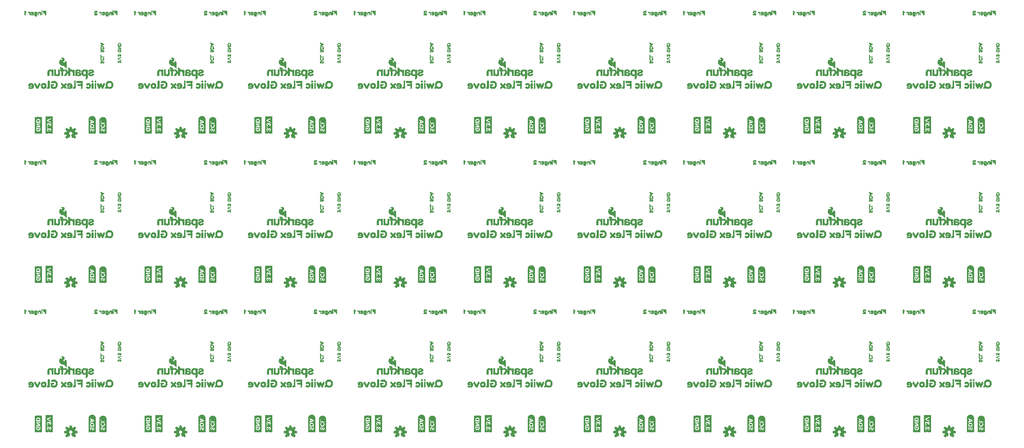
<source format=gbo>
G75*
%MOIN*%
%OFA0B0*%
%FSLAX25Y25*%
%IPPOS*%
%LPD*%
%AMOC8*
5,1,8,0,0,1.08239X$1,22.5*
%
%ADD10C,0.00300*%
%ADD11C,0.00591*%
%ADD12R,0.00157X0.15276*%
%ADD13R,0.00157X0.03307*%
%ADD14R,0.00157X0.11024*%
%ADD15R,0.00157X0.02992*%
%ADD16R,0.00157X0.01260*%
%ADD17R,0.00157X0.01890*%
%ADD18R,0.00157X0.00630*%
%ADD19R,0.00157X0.02677*%
%ADD20R,0.00157X0.00787*%
%ADD21R,0.00157X0.01575*%
%ADD22R,0.00157X0.00472*%
%ADD23R,0.00157X0.02520*%
%ADD24R,0.00157X0.01417*%
%ADD25R,0.00157X0.02205*%
%ADD26R,0.00157X0.02362*%
%ADD27R,0.00157X0.02047*%
%ADD28R,0.00157X0.01102*%
%ADD29R,0.00157X0.00945*%
%ADD30R,0.00157X0.02835*%
%ADD31R,0.00157X0.01732*%
%ADD32R,0.00157X0.00157*%
%ADD33R,0.00157X0.00315*%
%ADD34R,0.00157X0.03150*%
%ADD35R,0.00157X0.15906*%
%ADD36R,0.00157X0.03937*%
%ADD37R,0.00157X0.07402*%
%ADD38R,0.00157X0.03622*%
%ADD39R,0.00157X0.03465*%
%ADD40R,0.00157X0.13858*%
%ADD41R,0.00157X0.14331*%
%ADD42R,0.00157X0.14646*%
%ADD43R,0.00157X0.14961*%
%ADD44R,0.00157X0.15118*%
%ADD45R,0.00157X0.15433*%
%ADD46R,0.00157X0.11969*%
%ADD47R,0.00157X0.04567*%
%ADD48R,0.00157X0.04409*%
%ADD49R,0.00157X0.04252*%
%ADD50R,0.00157X0.04094*%
%ADD51R,0.00157X0.03780*%
%ADD52R,0.00157X0.12913*%
%ADD53R,0.00157X0.13386*%
%ADD54R,0.00157X0.13701*%
%ADD55R,0.00157X0.14016*%
%ADD56R,0.00157X0.14173*%
%ADD57R,0.00157X0.14488*%
%ADD58R,0.00157X0.07087*%
%ADD59R,0.00157X0.04882*%
%ADD60R,0.00157X0.05039*%
%ADD61R,0.00157X0.05197*%
%ADD62R,0.00118X0.00827*%
%ADD63R,0.00118X0.00236*%
%ADD64R,0.00157X0.01299*%
%ADD65R,0.00157X0.00591*%
%ADD66R,0.00118X0.01535*%
%ADD67R,0.00118X0.00709*%
%ADD68R,0.00118X0.01772*%
%ADD69R,0.00118X0.02008*%
%ADD70R,0.00157X0.02008*%
%ADD71R,0.00157X0.00827*%
%ADD72R,0.00118X0.02244*%
%ADD73R,0.00118X0.00945*%
%ADD74R,0.00118X0.01417*%
%ADD75R,0.00118X0.01299*%
%ADD76R,0.00157X0.01654*%
%ADD77R,0.00157X0.02244*%
%ADD78R,0.00157X0.01181*%
%ADD79R,0.00118X0.01063*%
%ADD80R,0.00118X0.01890*%
%ADD81R,0.00157X0.01535*%
%ADD82R,0.00118X0.01181*%
%ADD83R,0.00118X0.00472*%
%ADD84R,0.00118X0.00354*%
%ADD85R,0.00118X0.00118*%
%ADD86R,0.00157X0.00709*%
%ADD87R,0.00118X0.02126*%
%ADD88R,0.00118X0.02362*%
%ADD89R,0.00157X0.01063*%
%ADD90R,0.00157X0.02480*%
%ADD91R,0.00118X0.02480*%
%ADD92R,0.00118X0.01654*%
%ADD93R,0.00118X0.02598*%
%ADD94R,0.00157X0.02598*%
%ADD95R,0.00157X0.01772*%
%ADD96R,0.00118X0.00591*%
%ADD97R,0.00118X0.00866*%
%ADD98R,0.00118X0.01142*%
%ADD99R,0.00118X0.00630*%
%ADD100R,0.00118X0.00748*%
%ADD101R,0.00157X0.02283*%
%ADD102R,0.00157X0.00906*%
%ADD103R,0.00118X0.02402*%
%ADD104R,0.00118X0.01024*%
%ADD105R,0.00118X0.02520*%
%ADD106R,0.00118X0.00984*%
%ADD107R,0.00118X0.02638*%
%ADD108R,0.00118X0.01260*%
%ADD109R,0.00118X0.00394*%
%ADD110R,0.00118X0.01378*%
%ADD111R,0.00157X0.00748*%
%ADD112R,0.00157X0.00866*%
%ADD113R,0.00157X0.00984*%
%ADD114R,0.00157X0.01496*%
%ADD115R,0.00118X0.01614*%
%ADD116R,0.00118X0.00906*%
%ADD117R,0.00157X0.01024*%
%ADD118R,0.00157X0.00394*%
%ADD119R,0.00157X0.02756*%
%ADD120R,0.00118X0.01102*%
%ADD121R,0.00118X0.02874*%
%ADD122R,0.00118X0.03031*%
%ADD123R,0.00118X0.03150*%
%ADD124R,0.00157X0.02126*%
%ADD125R,0.00157X0.02402*%
%ADD126R,0.00118X0.02283*%
%ADD127R,0.00118X0.00512*%
%ADD128R,0.00118X0.00276*%
%ADD129R,0.00118X0.00157*%
%ADD130R,0.01102X0.00276*%
%ADD131R,0.01378X0.00276*%
%ADD132R,0.01654X0.00276*%
%ADD133R,0.01929X0.00276*%
%ADD134R,0.03031X0.00315*%
%ADD135R,0.01654X0.00315*%
%ADD136R,0.01929X0.00315*%
%ADD137R,0.05512X0.00315*%
%ADD138R,0.03307X0.00315*%
%ADD139R,0.04134X0.00276*%
%ADD140R,0.05787X0.00276*%
%ADD141R,0.04685X0.00236*%
%ADD142R,0.01654X0.00236*%
%ADD143R,0.01929X0.00236*%
%ADD144R,0.05787X0.00236*%
%ADD145R,0.04961X0.00236*%
%ADD146R,0.05236X0.00315*%
%ADD147R,0.01378X0.00315*%
%ADD148R,0.05787X0.00315*%
%ADD149R,0.05512X0.00276*%
%ADD150R,0.06339X0.00276*%
%ADD151R,0.02205X0.00236*%
%ADD152R,0.02480X0.00236*%
%ADD153R,0.01102X0.00236*%
%ADD154R,0.02205X0.00315*%
%ADD155R,0.01102X0.00315*%
%ADD156R,0.00827X0.00315*%
%ADD157R,0.02480X0.00315*%
%ADD158R,0.03031X0.00276*%
%ADD159R,0.03307X0.00276*%
%ADD160R,0.02205X0.00276*%
%ADD161R,0.03583X0.00276*%
%ADD162R,0.03858X0.00276*%
%ADD163R,0.04409X0.00276*%
%ADD164R,0.02756X0.00276*%
%ADD165R,0.04685X0.00276*%
%ADD166R,0.02480X0.00276*%
%ADD167R,0.05236X0.00276*%
%ADD168R,0.06614X0.00315*%
%ADD169R,0.00551X0.00315*%
%ADD170R,0.04409X0.00315*%
%ADD171R,0.03583X0.00315*%
%ADD172R,0.04961X0.00276*%
%ADD173R,0.00551X0.00276*%
%ADD174R,0.06890X0.00276*%
%ADD175R,0.07165X0.00276*%
%ADD176R,0.06890X0.00236*%
%ADD177R,0.04134X0.00236*%
%ADD178R,0.02756X0.00236*%
%ADD179R,0.04409X0.00236*%
%ADD180R,0.05236X0.00236*%
%ADD181R,0.06614X0.00276*%
%ADD182R,0.00827X0.00236*%
%ADD183R,0.01378X0.00236*%
%ADD184R,0.03031X0.00236*%
%ADD185R,0.00787X0.00157*%
%ADD186R,0.02677X0.00157*%
%ADD187R,0.00945X0.00157*%
%ADD188R,0.00630X0.00157*%
%ADD189R,0.03150X0.00157*%
%ADD190R,0.01102X0.00157*%
%ADD191R,0.01260X0.00157*%
%ADD192R,0.01417X0.00157*%
%ADD193R,0.01575X0.00157*%
%ADD194R,0.02992X0.00157*%
%ADD195R,0.01732X0.00157*%
%ADD196R,0.00315X0.00157*%
%ADD197R,0.00472X0.00157*%
%ADD198R,0.01890X0.00157*%
%ADD199R,0.02047X0.00157*%
%ADD200R,0.02362X0.00157*%
%ADD201R,0.02520X0.00157*%
%ADD202R,0.02835X0.00157*%
%ADD203R,0.02205X0.00157*%
%ADD204R,0.03307X0.00157*%
D10*
X0092384Y0088794D02*
X0092542Y0088951D01*
X0092739Y0089148D01*
X0092935Y0089306D01*
X0093132Y0089463D01*
X0093329Y0089620D01*
X0093526Y0089817D01*
X0093683Y0089975D01*
X0093880Y0090132D01*
X0093880Y0097416D01*
X0093723Y0097455D01*
X0093526Y0097494D01*
X0093329Y0097494D01*
X0093172Y0097534D01*
X0092975Y0097573D01*
X0092817Y0097613D01*
X0092620Y0097652D01*
X0092424Y0097691D01*
X0092424Y0096983D01*
X0092266Y0097180D01*
X0092109Y0097337D01*
X0091912Y0097494D01*
X0091715Y0097613D01*
X0091518Y0097731D01*
X0091282Y0097770D01*
X0091046Y0097809D01*
X0090770Y0097809D01*
X0090180Y0097770D01*
X0089628Y0097573D01*
X0089195Y0097298D01*
X0088841Y0096904D01*
X0088565Y0096471D01*
X0088408Y0095959D01*
X0088290Y0095408D01*
X0088250Y0094817D01*
X0089786Y0094857D01*
X0089786Y0095211D01*
X0089825Y0095526D01*
X0089943Y0095841D01*
X0090061Y0096117D01*
X0090258Y0096353D01*
X0090494Y0096510D01*
X0090770Y0096628D01*
X0091124Y0096668D01*
X0091439Y0096628D01*
X0091754Y0096510D01*
X0091951Y0096353D01*
X0092148Y0096117D01*
X0092266Y0095841D01*
X0092384Y0095526D01*
X0092424Y0095211D01*
X0092424Y0094542D01*
X0092345Y0094227D01*
X0092266Y0093912D01*
X0092148Y0093636D01*
X0091951Y0093439D01*
X0091715Y0093243D01*
X0091439Y0093164D01*
X0091085Y0093124D01*
X0090770Y0093164D01*
X0090455Y0093243D01*
X0090219Y0093439D01*
X0090061Y0093636D01*
X0089943Y0093912D01*
X0088605Y0093282D01*
X0088841Y0092849D01*
X0089195Y0092494D01*
X0089628Y0092180D01*
X0090101Y0092022D01*
X0090691Y0091943D01*
X0090928Y0091983D01*
X0091164Y0092022D01*
X0091400Y0092061D01*
X0091636Y0092180D01*
X0091833Y0092298D01*
X0092030Y0092416D01*
X0092187Y0092613D01*
X0092345Y0092809D01*
X0092384Y0092809D01*
X0092384Y0088794D01*
X0092384Y0088864D02*
X0092454Y0088864D01*
X0092384Y0089162D02*
X0092756Y0089162D01*
X0092384Y0089461D02*
X0093130Y0089461D01*
X0093468Y0089759D02*
X0092384Y0089759D01*
X0092384Y0090058D02*
X0093787Y0090058D01*
X0093880Y0090356D02*
X0092384Y0090356D01*
X0092384Y0090655D02*
X0093880Y0090655D01*
X0093880Y0090953D02*
X0092384Y0090953D01*
X0092384Y0091252D02*
X0093880Y0091252D01*
X0093880Y0091550D02*
X0092384Y0091550D01*
X0092384Y0091849D02*
X0093880Y0091849D01*
X0093880Y0092147D02*
X0092384Y0092147D01*
X0092384Y0092446D02*
X0093880Y0092446D01*
X0093880Y0092744D02*
X0092384Y0092744D01*
X0092293Y0092744D02*
X0088945Y0092744D01*
X0088735Y0093043D02*
X0093880Y0093043D01*
X0093880Y0093341D02*
X0091834Y0093341D01*
X0092150Y0093640D02*
X0093880Y0093640D01*
X0093880Y0093939D02*
X0092273Y0093939D01*
X0092347Y0094237D02*
X0093880Y0094237D01*
X0093880Y0094536D02*
X0092422Y0094536D01*
X0092424Y0094834D02*
X0093880Y0094834D01*
X0093880Y0095133D02*
X0092424Y0095133D01*
X0092396Y0095431D02*
X0093880Y0095431D01*
X0093880Y0095730D02*
X0092308Y0095730D01*
X0092186Y0096028D02*
X0093880Y0096028D01*
X0093880Y0096327D02*
X0091973Y0096327D01*
X0091448Y0096625D02*
X0093880Y0096625D01*
X0093880Y0096924D02*
X0088859Y0096924D01*
X0088664Y0096625D02*
X0090763Y0096625D01*
X0090236Y0096327D02*
X0088521Y0096327D01*
X0088429Y0096028D02*
X0090024Y0096028D01*
X0089902Y0095730D02*
X0088359Y0095730D01*
X0088295Y0095431D02*
X0089813Y0095431D01*
X0089786Y0095133D02*
X0088271Y0095133D01*
X0088252Y0094834D02*
X0088902Y0094834D01*
X0089786Y0094834D01*
X0089786Y0094857D02*
X0088250Y0094817D01*
X0088290Y0094266D01*
X0088408Y0093754D01*
X0088605Y0093282D01*
X0089943Y0093912D01*
X0089825Y0094227D01*
X0089786Y0094542D01*
X0089786Y0094857D01*
X0089787Y0094536D02*
X0088271Y0094536D01*
X0088296Y0094237D02*
X0089824Y0094237D01*
X0089933Y0093939D02*
X0088365Y0093939D01*
X0088456Y0093640D02*
X0089366Y0093640D01*
X0090060Y0093640D01*
X0090336Y0093341D02*
X0088731Y0093341D01*
X0088580Y0093341D01*
X0087778Y0093341D02*
X0086213Y0093341D01*
X0086203Y0093321D02*
X0086164Y0093282D01*
X0086124Y0093203D01*
X0086046Y0093164D01*
X0086006Y0093124D01*
X0085928Y0093085D01*
X0085849Y0093046D01*
X0085770Y0093046D01*
X0085691Y0093006D01*
X0085613Y0093006D01*
X0085534Y0092967D01*
X0085337Y0092967D01*
X0085140Y0093006D01*
X0084943Y0093006D01*
X0084786Y0093085D01*
X0084628Y0093124D01*
X0084510Y0093203D01*
X0084431Y0093282D01*
X0084353Y0093400D01*
X0084274Y0093479D01*
X0084235Y0093597D01*
X0084195Y0093715D01*
X0084156Y0093794D01*
X0084117Y0093912D01*
X0084117Y0094817D01*
X0084156Y0094778D01*
X0084195Y0094739D01*
X0084274Y0094739D01*
X0084353Y0094699D01*
X0084431Y0094660D01*
X0084510Y0094660D01*
X0084589Y0094620D01*
X0084746Y0094620D01*
X0084943Y0095408D01*
X0084668Y0095487D01*
X0084431Y0095565D01*
X0084235Y0095683D01*
X0084117Y0095841D01*
X0084117Y0096274D01*
X0084156Y0096353D01*
X0084195Y0096431D01*
X0084235Y0096510D01*
X0084274Y0096550D01*
X0084313Y0096628D01*
X0084392Y0096668D01*
X0084471Y0096707D01*
X0084550Y0096746D01*
X0084628Y0096746D01*
X0084707Y0096786D01*
X0085416Y0096786D01*
X0085494Y0096746D01*
X0085573Y0096707D01*
X0085652Y0096668D01*
X0085731Y0096628D01*
X0085809Y0096589D01*
X0085849Y0096550D01*
X0085928Y0096471D01*
X0085967Y0096431D01*
X0086006Y0096353D01*
X0086046Y0096235D01*
X0086085Y0096156D01*
X0086085Y0095959D01*
X0087620Y0095959D01*
X0087581Y0096195D01*
X0087542Y0096431D01*
X0087463Y0096668D01*
X0087345Y0096825D01*
X0087227Y0097022D01*
X0087109Y0097180D01*
X0086951Y0097298D01*
X0086754Y0097416D01*
X0086557Y0097534D01*
X0086361Y0097613D01*
X0086164Y0097652D01*
X0085928Y0097731D01*
X0085691Y0097770D01*
X0085494Y0097809D01*
X0084589Y0097809D01*
X0084392Y0097770D01*
X0084156Y0097770D01*
X0083959Y0097731D01*
X0083762Y0097652D01*
X0083565Y0097613D01*
X0083369Y0097534D01*
X0083211Y0097416D01*
X0083054Y0097298D01*
X0082896Y0097180D01*
X0082778Y0097022D01*
X0082699Y0096865D01*
X0082620Y0096668D01*
X0082581Y0096471D01*
X0082581Y0093046D01*
X0082542Y0092967D01*
X0082542Y0092613D01*
X0082502Y0092534D01*
X0082502Y0092455D01*
X0082463Y0092376D01*
X0082463Y0092258D01*
X0082424Y0092180D01*
X0082384Y0092140D01*
X0082384Y0092101D01*
X0083920Y0092101D01*
X0083920Y0092140D01*
X0083959Y0092180D01*
X0083959Y0092219D01*
X0083998Y0092258D01*
X0083998Y0092376D01*
X0084038Y0092416D01*
X0084038Y0092652D01*
X0084117Y0092534D01*
X0084235Y0092455D01*
X0084313Y0092376D01*
X0084431Y0092298D01*
X0084550Y0092258D01*
X0084668Y0092180D01*
X0084786Y0092140D01*
X0084904Y0092101D01*
X0085022Y0092061D01*
X0085140Y0092022D01*
X0085258Y0092022D01*
X0085376Y0091983D01*
X0085534Y0091983D01*
X0085652Y0091943D01*
X0086085Y0091943D01*
X0086282Y0091983D01*
X0086479Y0091983D01*
X0086636Y0092022D01*
X0086833Y0092101D01*
X0086991Y0092180D01*
X0087109Y0092258D01*
X0087266Y0092337D01*
X0087384Y0092455D01*
X0087463Y0092573D01*
X0087581Y0092731D01*
X0087660Y0092849D01*
X0087699Y0093046D01*
X0087778Y0093203D01*
X0087778Y0093400D01*
X0087817Y0093597D01*
X0087739Y0094030D01*
X0087620Y0094384D01*
X0087463Y0094660D01*
X0087187Y0094896D01*
X0086912Y0095054D01*
X0086597Y0095172D01*
X0086282Y0095250D01*
X0085928Y0095290D01*
X0085613Y0094463D01*
X0085731Y0094424D01*
X0085809Y0094384D01*
X0085849Y0094345D01*
X0085928Y0094306D01*
X0086006Y0094266D01*
X0086046Y0094227D01*
X0086124Y0094187D01*
X0086164Y0094109D01*
X0086203Y0094030D01*
X0086243Y0093951D01*
X0086243Y0093872D01*
X0086282Y0093794D01*
X0086282Y0093597D01*
X0086243Y0093479D01*
X0086243Y0093400D01*
X0086203Y0093321D01*
X0086282Y0093640D02*
X0087809Y0093640D01*
X0087755Y0093939D02*
X0086243Y0093939D01*
X0086035Y0094237D02*
X0087670Y0094237D01*
X0087534Y0094536D02*
X0085640Y0094536D01*
X0085198Y0094536D01*
X0085180Y0094542D02*
X0085298Y0094502D01*
X0085455Y0094502D01*
X0085534Y0094463D01*
X0085613Y0094463D01*
X0085928Y0095290D01*
X0085573Y0095329D01*
X0085219Y0095369D01*
X0084943Y0095408D01*
X0084746Y0094620D01*
X0084825Y0094581D01*
X0084904Y0094581D01*
X0085022Y0094542D01*
X0085180Y0094542D01*
X0084800Y0094834D02*
X0085754Y0094834D01*
X0087260Y0094834D01*
X0086701Y0095133D02*
X0085868Y0095133D01*
X0084874Y0095133D01*
X0082581Y0095133D01*
X0082581Y0095431D02*
X0084862Y0095431D01*
X0084800Y0094834D02*
X0082581Y0094834D01*
X0082581Y0094536D02*
X0084117Y0094536D01*
X0084117Y0094237D02*
X0082581Y0094237D01*
X0082581Y0093939D02*
X0084117Y0093939D01*
X0084220Y0093640D02*
X0082581Y0093640D01*
X0082581Y0093341D02*
X0084392Y0093341D01*
X0084870Y0093043D02*
X0082580Y0093043D01*
X0082542Y0092744D02*
X0087590Y0092744D01*
X0087699Y0093043D02*
X0085765Y0093043D01*
X0084764Y0092147D02*
X0086926Y0092147D01*
X0087375Y0092446D02*
X0084244Y0092446D01*
X0084038Y0092446D02*
X0082498Y0092446D01*
X0082392Y0092147D02*
X0083927Y0092147D01*
X0081715Y0092147D02*
X0080180Y0092147D01*
X0080180Y0092101D02*
X0081715Y0092101D01*
X0081715Y0096746D01*
X0081715Y0097416D01*
X0081518Y0097455D01*
X0081361Y0097494D01*
X0081164Y0097494D01*
X0080967Y0097534D01*
X0080809Y0097573D01*
X0080613Y0097613D01*
X0080416Y0097652D01*
X0080258Y0097691D01*
X0080258Y0096628D01*
X0080101Y0096904D01*
X0079943Y0097101D01*
X0079746Y0097337D01*
X0079550Y0097494D01*
X0079274Y0097652D01*
X0079038Y0097731D01*
X0078762Y0097809D01*
X0078211Y0097809D01*
X0078172Y0097770D01*
X0078132Y0097770D01*
X0078132Y0096353D01*
X0078172Y0096353D01*
X0078250Y0096392D01*
X0078683Y0096392D01*
X0079077Y0096353D01*
X0079392Y0096274D01*
X0079668Y0096117D01*
X0079865Y0095880D01*
X0080022Y0095605D01*
X0080101Y0095329D01*
X0080180Y0094975D01*
X0080180Y0092101D01*
X0080180Y0092446D02*
X0081715Y0092446D01*
X0081715Y0092744D02*
X0080180Y0092744D01*
X0080180Y0093043D02*
X0081715Y0093043D01*
X0081715Y0093341D02*
X0080180Y0093341D01*
X0080180Y0093640D02*
X0081715Y0093640D01*
X0081715Y0093939D02*
X0080180Y0093939D01*
X0080180Y0094237D02*
X0081715Y0094237D01*
X0081715Y0094536D02*
X0080180Y0094536D01*
X0080180Y0094834D02*
X0081715Y0094834D01*
X0081715Y0095133D02*
X0080144Y0095133D01*
X0080072Y0095431D02*
X0081715Y0095431D01*
X0081715Y0095730D02*
X0079951Y0095730D01*
X0079741Y0096028D02*
X0081715Y0096028D01*
X0081715Y0096327D02*
X0079182Y0096327D01*
X0080085Y0096924D02*
X0078132Y0096924D01*
X0078132Y0097222D02*
X0079842Y0097222D01*
X0080258Y0097222D02*
X0081715Y0097222D01*
X0081715Y0096924D02*
X0080258Y0096924D01*
X0080258Y0097521D02*
X0081033Y0097521D01*
X0081715Y0096625D02*
X0078132Y0096625D01*
X0077542Y0096625D02*
X0076006Y0096625D01*
X0076006Y0096327D02*
X0077542Y0096327D01*
X0077542Y0096028D02*
X0076006Y0096028D01*
X0076006Y0095730D02*
X0077542Y0095730D01*
X0077542Y0095431D02*
X0074213Y0095431D01*
X0074353Y0095644D02*
X0072030Y0092101D01*
X0073880Y0092101D01*
X0075416Y0094581D01*
X0076006Y0094030D01*
X0076006Y0092101D01*
X0077542Y0092101D01*
X0077542Y0098951D01*
X0076006Y0099778D01*
X0076006Y0095683D01*
X0074077Y0097691D01*
X0072266Y0097691D01*
X0074353Y0095644D01*
X0074266Y0095730D02*
X0075962Y0095730D01*
X0075675Y0096028D02*
X0073961Y0096028D01*
X0073657Y0096327D02*
X0075388Y0096327D01*
X0075102Y0096625D02*
X0073353Y0096625D01*
X0073049Y0096924D02*
X0074815Y0096924D01*
X0074528Y0097222D02*
X0072744Y0097222D01*
X0072440Y0097521D02*
X0074241Y0097521D01*
X0074353Y0098833D02*
X0074274Y0098951D01*
X0074156Y0099069D01*
X0074038Y0099227D01*
X0073841Y0099424D01*
X0073644Y0099660D01*
X0073408Y0099896D01*
X0073211Y0100172D01*
X0072935Y0100447D01*
X0072699Y0100683D01*
X0072502Y0100920D01*
X0072306Y0101077D01*
X0072109Y0101235D01*
X0071912Y0101353D01*
X0071676Y0101392D01*
X0070928Y0101392D01*
X0070455Y0101471D01*
X0070022Y0101589D01*
X0069628Y0101746D01*
X0069235Y0101983D01*
X0068920Y0102258D01*
X0068605Y0102573D01*
X0068329Y0102928D01*
X0067935Y0103636D01*
X0067739Y0104345D01*
X0067699Y0105054D01*
X0067817Y0105683D01*
X0068014Y0106235D01*
X0068290Y0106707D01*
X0068605Y0107061D01*
X0068920Y0107219D01*
X0068920Y0106904D01*
X0068959Y0106786D01*
X0068998Y0106668D01*
X0069117Y0106589D01*
X0069235Y0106550D01*
X0069510Y0106550D01*
X0069668Y0106628D01*
X0069825Y0106707D01*
X0069943Y0106786D01*
X0070101Y0106904D01*
X0070219Y0106983D01*
X0070337Y0107101D01*
X0070416Y0107258D01*
X0070494Y0107376D01*
X0070534Y0107534D01*
X0070573Y0107652D01*
X0070534Y0107770D01*
X0070494Y0107849D01*
X0070455Y0107967D01*
X0070376Y0108085D01*
X0070219Y0108203D01*
X0070061Y0108282D01*
X0069865Y0108321D01*
X0069707Y0108361D01*
X0069589Y0108361D01*
X0069471Y0108321D01*
X0069353Y0108321D01*
X0069392Y0108361D01*
X0069550Y0108479D01*
X0069786Y0108597D01*
X0070101Y0108715D01*
X0070455Y0108833D01*
X0070849Y0108833D01*
X0071282Y0108754D01*
X0071715Y0108518D01*
X0072069Y0108203D01*
X0072266Y0107928D01*
X0072384Y0107573D01*
X0072384Y0107258D01*
X0072306Y0106904D01*
X0072109Y0106550D01*
X0071833Y0106235D01*
X0071518Y0105880D01*
X0071243Y0105565D01*
X0071124Y0105290D01*
X0071124Y0105014D01*
X0071203Y0104778D01*
X0071361Y0104581D01*
X0071597Y0104424D01*
X0071912Y0104345D01*
X0072227Y0104345D01*
X0072424Y0104384D01*
X0072620Y0104463D01*
X0072739Y0104542D01*
X0072857Y0104660D01*
X0072935Y0104817D01*
X0072975Y0104935D01*
X0072975Y0105054D01*
X0072935Y0105172D01*
X0072857Y0105290D01*
X0072778Y0105369D01*
X0072699Y0105447D01*
X0072581Y0105487D01*
X0072502Y0105526D01*
X0072424Y0105565D01*
X0072384Y0105605D01*
X0072463Y0105644D01*
X0072542Y0105644D01*
X0072699Y0105683D01*
X0073014Y0105683D01*
X0073250Y0105644D01*
X0073447Y0105565D01*
X0073644Y0105487D01*
X0073802Y0105369D01*
X0073998Y0105250D01*
X0074117Y0105054D01*
X0074235Y0104817D01*
X0074313Y0104581D01*
X0074353Y0104227D01*
X0074392Y0103872D01*
X0074392Y0098833D01*
X0074353Y0098833D01*
X0074392Y0099013D02*
X0074212Y0099013D01*
X0074392Y0099312D02*
X0073953Y0099312D01*
X0073685Y0099610D02*
X0074392Y0099610D01*
X0074392Y0099909D02*
X0073399Y0099909D01*
X0073175Y0100207D02*
X0074392Y0100207D01*
X0074392Y0100506D02*
X0072877Y0100506D01*
X0072599Y0100804D02*
X0074392Y0100804D01*
X0074392Y0101103D02*
X0072273Y0101103D01*
X0070873Y0101401D02*
X0074392Y0101401D01*
X0074392Y0101700D02*
X0069745Y0101700D01*
X0069217Y0101998D02*
X0074392Y0101998D01*
X0074392Y0102297D02*
X0068881Y0102297D01*
X0068588Y0102595D02*
X0074392Y0102595D01*
X0074392Y0102894D02*
X0068355Y0102894D01*
X0068182Y0103192D02*
X0074392Y0103192D01*
X0074392Y0103491D02*
X0068016Y0103491D01*
X0067893Y0103789D02*
X0074392Y0103789D01*
X0074368Y0104088D02*
X0067810Y0104088D01*
X0067736Y0104386D02*
X0071746Y0104386D01*
X0071278Y0104685D02*
X0067720Y0104685D01*
X0067703Y0104983D02*
X0071135Y0104983D01*
X0071124Y0105282D02*
X0067742Y0105282D01*
X0067798Y0105580D02*
X0071256Y0105580D01*
X0071517Y0105879D02*
X0067887Y0105879D01*
X0067994Y0106177D02*
X0071782Y0106177D01*
X0072044Y0106476D02*
X0068155Y0106476D01*
X0068350Y0106774D02*
X0068963Y0106774D01*
X0068920Y0107073D02*
X0068628Y0107073D01*
X0069926Y0106774D02*
X0072234Y0106774D01*
X0072343Y0107073D02*
X0070309Y0107073D01*
X0070491Y0107372D02*
X0072384Y0107372D01*
X0072352Y0107670D02*
X0070567Y0107670D01*
X0070454Y0107969D02*
X0072237Y0107969D01*
X0071997Y0108267D02*
X0070091Y0108267D01*
X0069723Y0108566D02*
X0071628Y0108566D01*
X0072409Y0105580D02*
X0073409Y0105580D01*
X0073946Y0105282D02*
X0072862Y0105282D01*
X0072975Y0104983D02*
X0074152Y0104983D01*
X0074279Y0104685D02*
X0072869Y0104685D01*
X0072429Y0104386D02*
X0074335Y0104386D01*
X0076006Y0099610D02*
X0076318Y0099610D01*
X0076006Y0099312D02*
X0076872Y0099312D01*
X0077427Y0099013D02*
X0076006Y0099013D01*
X0076006Y0098715D02*
X0077542Y0098715D01*
X0077542Y0098416D02*
X0076006Y0098416D01*
X0076006Y0098118D02*
X0077542Y0098118D01*
X0077542Y0097819D02*
X0076006Y0097819D01*
X0076006Y0097521D02*
X0077542Y0097521D01*
X0077542Y0097222D02*
X0076006Y0097222D01*
X0076006Y0096924D02*
X0077542Y0096924D01*
X0078132Y0097521D02*
X0079504Y0097521D01*
X0077542Y0095133D02*
X0074017Y0095133D01*
X0073822Y0094834D02*
X0077542Y0094834D01*
X0077542Y0094536D02*
X0075465Y0094536D01*
X0075388Y0094536D02*
X0073626Y0094536D01*
X0073430Y0094237D02*
X0075203Y0094237D01*
X0075018Y0093939D02*
X0073235Y0093939D01*
X0073039Y0093640D02*
X0074833Y0093640D01*
X0074648Y0093341D02*
X0072843Y0093341D01*
X0072648Y0093043D02*
X0074464Y0093043D01*
X0074279Y0092744D02*
X0072452Y0092744D01*
X0072256Y0092446D02*
X0074094Y0092446D01*
X0073909Y0092147D02*
X0072061Y0092147D01*
X0071085Y0092147D02*
X0069589Y0092147D01*
X0069589Y0092101D02*
X0071085Y0092101D01*
X0071085Y0096077D01*
X0071085Y0096668D01*
X0072620Y0096668D01*
X0072463Y0096786D01*
X0072345Y0096904D01*
X0072227Y0097022D01*
X0072069Y0097180D01*
X0071951Y0097298D01*
X0071833Y0097416D01*
X0071676Y0097534D01*
X0071557Y0097691D01*
X0071085Y0097691D01*
X0071085Y0098479D01*
X0070967Y0098794D01*
X0070849Y0099069D01*
X0070652Y0099306D01*
X0070376Y0099502D01*
X0070061Y0099660D01*
X0069668Y0099778D01*
X0068526Y0099778D01*
X0068447Y0099739D01*
X0068447Y0098636D01*
X0069117Y0098636D01*
X0069274Y0098597D01*
X0069353Y0098557D01*
X0069431Y0098518D01*
X0069510Y0098400D01*
X0069550Y0098321D01*
X0069550Y0098164D01*
X0069589Y0098006D01*
X0069589Y0097691D01*
X0068526Y0097691D01*
X0068526Y0096668D01*
X0069589Y0096668D01*
X0069589Y0092101D01*
X0069589Y0092446D02*
X0071085Y0092446D01*
X0071085Y0092744D02*
X0069589Y0092744D01*
X0069589Y0093043D02*
X0071085Y0093043D01*
X0071085Y0093341D02*
X0069589Y0093341D01*
X0069589Y0093640D02*
X0071085Y0093640D01*
X0071085Y0093939D02*
X0069589Y0093939D01*
X0069589Y0094237D02*
X0071085Y0094237D01*
X0071085Y0094536D02*
X0069589Y0094536D01*
X0069589Y0094834D02*
X0071085Y0094834D01*
X0071085Y0095133D02*
X0069589Y0095133D01*
X0069589Y0095431D02*
X0071085Y0095431D01*
X0071085Y0095730D02*
X0069589Y0095730D01*
X0069589Y0096028D02*
X0071085Y0096028D01*
X0071085Y0096327D02*
X0069589Y0096327D01*
X0069589Y0096625D02*
X0071085Y0096625D01*
X0071693Y0097521D02*
X0068526Y0097521D01*
X0068526Y0097222D02*
X0072027Y0097222D01*
X0072325Y0096924D02*
X0068526Y0096924D01*
X0068054Y0096924D02*
X0066557Y0096924D01*
X0066557Y0097222D02*
X0068054Y0097222D01*
X0068054Y0097521D02*
X0066557Y0097521D01*
X0066557Y0097691D02*
X0066557Y0094542D01*
X0066518Y0094227D01*
X0066479Y0093912D01*
X0066439Y0093676D01*
X0066321Y0093518D01*
X0066203Y0093361D01*
X0066006Y0093243D01*
X0065809Y0093203D01*
X0065573Y0093164D01*
X0065258Y0093203D01*
X0065022Y0093243D01*
X0064825Y0093361D01*
X0064668Y0093518D01*
X0064550Y0093754D01*
X0064431Y0094030D01*
X0064392Y0094345D01*
X0064392Y0097691D01*
X0062857Y0097691D01*
X0062857Y0092809D01*
X0062857Y0092101D01*
X0064313Y0092101D01*
X0064313Y0092888D01*
X0064353Y0092888D01*
X0064510Y0092652D01*
X0064668Y0092455D01*
X0064865Y0092298D01*
X0065101Y0092180D01*
X0065298Y0092101D01*
X0065534Y0092022D01*
X0065809Y0091983D01*
X0066046Y0091943D01*
X0066597Y0091983D01*
X0067030Y0092140D01*
X0067384Y0092337D01*
X0067660Y0092573D01*
X0067857Y0092928D01*
X0067975Y0093321D01*
X0068054Y0093754D01*
X0068054Y0097691D01*
X0066557Y0097691D01*
X0066557Y0096625D02*
X0068054Y0096625D01*
X0068054Y0096327D02*
X0066557Y0096327D01*
X0066557Y0096028D02*
X0068054Y0096028D01*
X0068054Y0095730D02*
X0066557Y0095730D01*
X0066557Y0095431D02*
X0068054Y0095431D01*
X0068054Y0095133D02*
X0066557Y0095133D01*
X0066557Y0094834D02*
X0068054Y0094834D01*
X0068054Y0094536D02*
X0066557Y0094536D01*
X0066519Y0094237D02*
X0068054Y0094237D01*
X0068054Y0093939D02*
X0066482Y0093939D01*
X0066413Y0093640D02*
X0068033Y0093640D01*
X0067978Y0093341D02*
X0066171Y0093341D01*
X0064857Y0093341D02*
X0062857Y0093341D01*
X0062857Y0093043D02*
X0067891Y0093043D01*
X0067755Y0092744D02*
X0064449Y0092744D01*
X0064313Y0092744D02*
X0062857Y0092744D01*
X0062857Y0092446D02*
X0064313Y0092446D01*
X0064313Y0092147D02*
X0062857Y0092147D01*
X0062030Y0092147D02*
X0060494Y0092147D01*
X0060494Y0092101D02*
X0062030Y0092101D01*
X0062030Y0096983D01*
X0062030Y0097691D01*
X0060573Y0097691D01*
X0060573Y0096904D01*
X0060534Y0096904D01*
X0060376Y0097140D01*
X0060219Y0097298D01*
X0060022Y0097455D01*
X0059786Y0097613D01*
X0059550Y0097691D01*
X0059313Y0097770D01*
X0059077Y0097809D01*
X0058841Y0097809D01*
X0058290Y0097770D01*
X0057857Y0097652D01*
X0057502Y0097455D01*
X0057227Y0097180D01*
X0057030Y0096865D01*
X0056912Y0096471D01*
X0056833Y0096038D01*
X0056794Y0095526D01*
X0056794Y0092101D01*
X0058329Y0092101D01*
X0058329Y0095250D01*
X0058369Y0095565D01*
X0058408Y0095841D01*
X0058447Y0096077D01*
X0058565Y0096274D01*
X0058683Y0096431D01*
X0058880Y0096550D01*
X0059077Y0096589D01*
X0059313Y0096628D01*
X0059628Y0096589D01*
X0059865Y0096550D01*
X0060061Y0096431D01*
X0060219Y0096235D01*
X0060337Y0096038D01*
X0060455Y0095762D01*
X0060494Y0095408D01*
X0060494Y0092101D01*
X0060494Y0092446D02*
X0062030Y0092446D01*
X0062030Y0092744D02*
X0060494Y0092744D01*
X0060494Y0093043D02*
X0062030Y0093043D01*
X0062030Y0093341D02*
X0060494Y0093341D01*
X0060494Y0093640D02*
X0062030Y0093640D01*
X0062030Y0093939D02*
X0060494Y0093939D01*
X0060494Y0094237D02*
X0062030Y0094237D01*
X0062030Y0094536D02*
X0060494Y0094536D01*
X0060494Y0094834D02*
X0062030Y0094834D01*
X0062030Y0095133D02*
X0060494Y0095133D01*
X0060492Y0095431D02*
X0062030Y0095431D01*
X0062030Y0095730D02*
X0060459Y0095730D01*
X0060341Y0096028D02*
X0062030Y0096028D01*
X0062030Y0096327D02*
X0060145Y0096327D01*
X0060521Y0096924D02*
X0057067Y0096924D01*
X0056958Y0096625D02*
X0059294Y0096625D01*
X0059339Y0096625D02*
X0062030Y0096625D01*
X0062030Y0096924D02*
X0060573Y0096924D01*
X0060573Y0097222D02*
X0062030Y0097222D01*
X0062030Y0097521D02*
X0060573Y0097521D01*
X0060294Y0097222D02*
X0057269Y0097222D01*
X0057620Y0097521D02*
X0059924Y0097521D01*
X0058605Y0096327D02*
X0056886Y0096327D01*
X0056832Y0096028D02*
X0058439Y0096028D01*
X0058392Y0095730D02*
X0056809Y0095730D01*
X0056794Y0095431D02*
X0058352Y0095431D01*
X0058329Y0095133D02*
X0056794Y0095133D01*
X0056794Y0094834D02*
X0058329Y0094834D01*
X0058329Y0094536D02*
X0056794Y0094536D01*
X0056794Y0094237D02*
X0058329Y0094237D01*
X0058329Y0093939D02*
X0056794Y0093939D01*
X0056794Y0093640D02*
X0058329Y0093640D01*
X0058329Y0093341D02*
X0056794Y0093341D01*
X0056794Y0093043D02*
X0058329Y0093043D01*
X0058329Y0092744D02*
X0056794Y0092744D01*
X0056794Y0092446D02*
X0058329Y0092446D01*
X0058329Y0092147D02*
X0056794Y0092147D01*
X0062857Y0093640D02*
X0064607Y0093640D01*
X0064471Y0093939D02*
X0062857Y0093939D01*
X0062857Y0094237D02*
X0064406Y0094237D01*
X0064392Y0094536D02*
X0062857Y0094536D01*
X0062857Y0094834D02*
X0064392Y0094834D01*
X0064392Y0095133D02*
X0062857Y0095133D01*
X0062857Y0095431D02*
X0064392Y0095431D01*
X0064392Y0095730D02*
X0062857Y0095730D01*
X0062857Y0096028D02*
X0064392Y0096028D01*
X0064392Y0096327D02*
X0062857Y0096327D01*
X0062857Y0096625D02*
X0064392Y0096625D01*
X0064392Y0096924D02*
X0062857Y0096924D01*
X0062857Y0097222D02*
X0064392Y0097222D01*
X0064392Y0097521D02*
X0062857Y0097521D01*
X0064679Y0092446D02*
X0067511Y0092446D01*
X0067043Y0092147D02*
X0065181Y0092147D01*
X0069589Y0097819D02*
X0071085Y0097819D01*
X0071085Y0098118D02*
X0069561Y0098118D01*
X0069499Y0098416D02*
X0071085Y0098416D01*
X0070997Y0098715D02*
X0068447Y0098715D01*
X0068447Y0099013D02*
X0070873Y0099013D01*
X0070643Y0099312D02*
X0068447Y0099312D01*
X0068447Y0099610D02*
X0070161Y0099610D01*
X0082612Y0096625D02*
X0084312Y0096625D01*
X0084143Y0096327D02*
X0082581Y0096327D01*
X0082581Y0096028D02*
X0084117Y0096028D01*
X0084200Y0095730D02*
X0082581Y0095730D01*
X0082729Y0096924D02*
X0087286Y0096924D01*
X0087477Y0096625D02*
X0085737Y0096625D01*
X0086015Y0096327D02*
X0087559Y0096327D01*
X0087609Y0096028D02*
X0086085Y0096028D01*
X0087052Y0097222D02*
X0082953Y0097222D01*
X0083351Y0097521D02*
X0086580Y0097521D01*
X0089127Y0097222D02*
X0092224Y0097222D01*
X0092424Y0097222D02*
X0093880Y0097222D01*
X0093225Y0097521D02*
X0092424Y0097521D01*
X0091868Y0097521D02*
X0089546Y0097521D01*
X0089262Y0092446D02*
X0092054Y0092446D01*
X0091572Y0092147D02*
X0089725Y0092147D01*
X0094589Y0093400D02*
X0094746Y0092967D01*
X0094983Y0092652D01*
X0095298Y0092376D01*
X0095691Y0092180D01*
X0096124Y0092061D01*
X0096597Y0091983D01*
X0097069Y0091943D01*
X0097542Y0091983D01*
X0098014Y0092061D01*
X0098447Y0092180D01*
X0098841Y0092376D01*
X0099156Y0092652D01*
X0099431Y0093006D01*
X0099589Y0093400D01*
X0099668Y0093912D01*
X0098408Y0093912D01*
X0098211Y0093912D01*
X0098211Y0093676D01*
X0098132Y0093479D01*
X0098014Y0093321D01*
X0097857Y0093203D01*
X0097699Y0093085D01*
X0097463Y0093046D01*
X0097266Y0093006D01*
X0097030Y0092967D01*
X0096872Y0093006D01*
X0096715Y0093006D01*
X0096557Y0093046D01*
X0096400Y0093124D01*
X0096243Y0093243D01*
X0096124Y0093361D01*
X0096085Y0093518D01*
X0096046Y0093676D01*
X0096085Y0093833D01*
X0096164Y0093991D01*
X0096321Y0094109D01*
X0096518Y0094227D01*
X0096754Y0094306D01*
X0097069Y0094384D01*
X0097384Y0094463D01*
X0097778Y0094542D01*
X0098132Y0094620D01*
X0098447Y0094739D01*
X0098723Y0094857D01*
X0098998Y0095014D01*
X0099235Y0095172D01*
X0099392Y0095408D01*
X0099510Y0095683D01*
X0099550Y0096038D01*
X0099510Y0096510D01*
X0099353Y0096904D01*
X0099077Y0097219D01*
X0098802Y0097455D01*
X0098408Y0097652D01*
X0098014Y0097731D01*
X0097581Y0097809D01*
X0096676Y0097809D01*
X0096243Y0097731D01*
X0095849Y0097613D01*
X0095494Y0097455D01*
X0095180Y0097219D01*
X0094943Y0096904D01*
X0094746Y0096510D01*
X0094668Y0096038D01*
X0096124Y0096038D01*
X0096164Y0096235D01*
X0096243Y0096431D01*
X0096321Y0096550D01*
X0096439Y0096628D01*
X0096597Y0096707D01*
X0096794Y0096786D01*
X0097463Y0096786D01*
X0097581Y0096746D01*
X0097739Y0096707D01*
X0097857Y0096668D01*
X0097935Y0096550D01*
X0098014Y0096431D01*
X0098014Y0096274D01*
X0097975Y0096117D01*
X0097857Y0095959D01*
X0097699Y0095841D01*
X0097463Y0095723D01*
X0097227Y0095644D01*
X0096912Y0095605D01*
X0096597Y0095526D01*
X0096282Y0095447D01*
X0095967Y0095369D01*
X0095613Y0095290D01*
X0095337Y0095132D01*
X0095061Y0094975D01*
X0094825Y0094778D01*
X0094668Y0094542D01*
X0094550Y0094266D01*
X0094510Y0093912D01*
X0094589Y0093400D01*
X0094610Y0093341D02*
X0096144Y0093341D01*
X0096055Y0093640D02*
X0094552Y0093640D01*
X0094513Y0093939D02*
X0096138Y0093939D01*
X0096549Y0094237D02*
X0094546Y0094237D01*
X0094665Y0094536D02*
X0097747Y0094536D01*
X0098670Y0094834D02*
X0094893Y0094834D01*
X0095337Y0095133D02*
X0099176Y0095133D01*
X0099402Y0095431D02*
X0096217Y0095431D01*
X0096201Y0096327D02*
X0094716Y0096327D01*
X0094804Y0096625D02*
X0096435Y0096625D01*
X0095642Y0097521D02*
X0098671Y0097521D01*
X0099073Y0097222D02*
X0095184Y0097222D01*
X0094958Y0096924D02*
X0099336Y0096924D01*
X0099464Y0096625D02*
X0097885Y0096625D01*
X0098014Y0096327D02*
X0099526Y0096327D01*
X0099549Y0096028D02*
X0097908Y0096028D01*
X0097476Y0095730D02*
X0099515Y0095730D01*
X0099626Y0093640D02*
X0098197Y0093640D01*
X0098029Y0093341D02*
X0099566Y0093341D01*
X0099446Y0093043D02*
X0097450Y0093043D01*
X0096568Y0093043D02*
X0094719Y0093043D01*
X0094913Y0092744D02*
X0099228Y0092744D01*
X0098920Y0092446D02*
X0095218Y0092446D01*
X0095809Y0092147D02*
X0098330Y0092147D01*
X0077542Y0092147D02*
X0076006Y0092147D01*
X0076006Y0092446D02*
X0077542Y0092446D01*
X0077542Y0092744D02*
X0076006Y0092744D01*
X0076006Y0093043D02*
X0077542Y0093043D01*
X0077542Y0093341D02*
X0076006Y0093341D01*
X0076006Y0093640D02*
X0077542Y0093640D01*
X0077542Y0093939D02*
X0076006Y0093939D01*
X0075784Y0094237D02*
X0077542Y0094237D01*
X0158794Y0094237D02*
X0160329Y0094237D01*
X0160329Y0093939D02*
X0158794Y0093939D01*
X0158794Y0093640D02*
X0160329Y0093640D01*
X0160329Y0093341D02*
X0158794Y0093341D01*
X0158794Y0093043D02*
X0160329Y0093043D01*
X0160329Y0092744D02*
X0158794Y0092744D01*
X0158794Y0092446D02*
X0160329Y0092446D01*
X0160329Y0092147D02*
X0158794Y0092147D01*
X0158794Y0092101D02*
X0160329Y0092101D01*
X0160329Y0095250D01*
X0160369Y0095565D01*
X0160408Y0095841D01*
X0160447Y0096077D01*
X0160565Y0096274D01*
X0160683Y0096431D01*
X0160880Y0096550D01*
X0161077Y0096589D01*
X0161313Y0096628D01*
X0161628Y0096589D01*
X0161865Y0096550D01*
X0162061Y0096431D01*
X0162219Y0096235D01*
X0162337Y0096038D01*
X0162455Y0095762D01*
X0162494Y0095408D01*
X0162494Y0092101D01*
X0164030Y0092101D01*
X0164030Y0096983D01*
X0164030Y0097691D01*
X0162573Y0097691D01*
X0162573Y0096904D01*
X0162534Y0096904D01*
X0162376Y0097140D01*
X0162219Y0097298D01*
X0162022Y0097455D01*
X0161786Y0097613D01*
X0161550Y0097691D01*
X0161313Y0097770D01*
X0161077Y0097809D01*
X0160841Y0097809D01*
X0160290Y0097770D01*
X0159857Y0097652D01*
X0159502Y0097455D01*
X0159227Y0097180D01*
X0159030Y0096865D01*
X0158912Y0096471D01*
X0158833Y0096038D01*
X0158794Y0095526D01*
X0158794Y0092101D01*
X0158794Y0094536D02*
X0160329Y0094536D01*
X0160329Y0094834D02*
X0158794Y0094834D01*
X0158794Y0095133D02*
X0160329Y0095133D01*
X0160352Y0095431D02*
X0158794Y0095431D01*
X0158809Y0095730D02*
X0160392Y0095730D01*
X0160439Y0096028D02*
X0158832Y0096028D01*
X0158886Y0096327D02*
X0160605Y0096327D01*
X0161294Y0096625D02*
X0158958Y0096625D01*
X0159067Y0096924D02*
X0162521Y0096924D01*
X0162573Y0096924D02*
X0164030Y0096924D01*
X0164030Y0097222D02*
X0162573Y0097222D01*
X0162294Y0097222D02*
X0159269Y0097222D01*
X0159620Y0097521D02*
X0161924Y0097521D01*
X0162573Y0097521D02*
X0164030Y0097521D01*
X0164857Y0097521D02*
X0166392Y0097521D01*
X0166392Y0097691D02*
X0164857Y0097691D01*
X0164857Y0092809D01*
X0164857Y0092101D01*
X0166313Y0092101D01*
X0166313Y0092888D01*
X0166353Y0092888D01*
X0166510Y0092652D01*
X0166668Y0092455D01*
X0166865Y0092298D01*
X0167101Y0092180D01*
X0167298Y0092101D01*
X0167534Y0092022D01*
X0167809Y0091983D01*
X0168046Y0091943D01*
X0168597Y0091983D01*
X0169030Y0092140D01*
X0169384Y0092337D01*
X0169660Y0092573D01*
X0169857Y0092928D01*
X0169975Y0093321D01*
X0170054Y0093754D01*
X0170054Y0097691D01*
X0168557Y0097691D01*
X0168557Y0094542D01*
X0168518Y0094227D01*
X0168479Y0093912D01*
X0168439Y0093676D01*
X0168321Y0093518D01*
X0168203Y0093361D01*
X0168006Y0093243D01*
X0167809Y0093203D01*
X0167573Y0093164D01*
X0167258Y0093203D01*
X0167022Y0093243D01*
X0166825Y0093361D01*
X0166668Y0093518D01*
X0166550Y0093754D01*
X0166431Y0094030D01*
X0166392Y0094345D01*
X0166392Y0097691D01*
X0166392Y0097222D02*
X0164857Y0097222D01*
X0164857Y0096924D02*
X0166392Y0096924D01*
X0166392Y0096625D02*
X0164857Y0096625D01*
X0164857Y0096327D02*
X0166392Y0096327D01*
X0166392Y0096028D02*
X0164857Y0096028D01*
X0164857Y0095730D02*
X0166392Y0095730D01*
X0166392Y0095431D02*
X0164857Y0095431D01*
X0164857Y0095133D02*
X0166392Y0095133D01*
X0166392Y0094834D02*
X0164857Y0094834D01*
X0164857Y0094536D02*
X0166392Y0094536D01*
X0166406Y0094237D02*
X0164857Y0094237D01*
X0164857Y0093939D02*
X0166471Y0093939D01*
X0166607Y0093640D02*
X0164857Y0093640D01*
X0164857Y0093341D02*
X0166857Y0093341D01*
X0166449Y0092744D02*
X0169755Y0092744D01*
X0169891Y0093043D02*
X0164857Y0093043D01*
X0164857Y0092744D02*
X0166313Y0092744D01*
X0166313Y0092446D02*
X0164857Y0092446D01*
X0164857Y0092147D02*
X0166313Y0092147D01*
X0166679Y0092446D02*
X0169511Y0092446D01*
X0169043Y0092147D02*
X0167181Y0092147D01*
X0168171Y0093341D02*
X0169978Y0093341D01*
X0170033Y0093640D02*
X0168413Y0093640D01*
X0168482Y0093939D02*
X0170054Y0093939D01*
X0170054Y0094237D02*
X0168519Y0094237D01*
X0168557Y0094536D02*
X0170054Y0094536D01*
X0170054Y0094834D02*
X0168557Y0094834D01*
X0168557Y0095133D02*
X0170054Y0095133D01*
X0170054Y0095431D02*
X0168557Y0095431D01*
X0168557Y0095730D02*
X0170054Y0095730D01*
X0170054Y0096028D02*
X0168557Y0096028D01*
X0168557Y0096327D02*
X0170054Y0096327D01*
X0170054Y0096625D02*
X0168557Y0096625D01*
X0168557Y0096924D02*
X0170054Y0096924D01*
X0170054Y0097222D02*
X0168557Y0097222D01*
X0168557Y0097521D02*
X0170054Y0097521D01*
X0170526Y0097521D02*
X0173693Y0097521D01*
X0173676Y0097534D02*
X0173557Y0097691D01*
X0173085Y0097691D01*
X0173085Y0098479D01*
X0172967Y0098794D01*
X0172849Y0099069D01*
X0172652Y0099306D01*
X0172376Y0099502D01*
X0172061Y0099660D01*
X0171668Y0099778D01*
X0170526Y0099778D01*
X0170447Y0099739D01*
X0170447Y0098636D01*
X0171117Y0098636D01*
X0171274Y0098597D01*
X0171353Y0098557D01*
X0171431Y0098518D01*
X0171510Y0098400D01*
X0171550Y0098321D01*
X0171550Y0098164D01*
X0171589Y0098006D01*
X0171589Y0097691D01*
X0170526Y0097691D01*
X0170526Y0096668D01*
X0171589Y0096668D01*
X0171589Y0092101D01*
X0173085Y0092101D01*
X0173085Y0096077D01*
X0173085Y0096668D01*
X0174620Y0096668D01*
X0174463Y0096786D01*
X0174345Y0096904D01*
X0174227Y0097022D01*
X0174069Y0097180D01*
X0173951Y0097298D01*
X0173833Y0097416D01*
X0173676Y0097534D01*
X0174027Y0097222D02*
X0170526Y0097222D01*
X0170526Y0096924D02*
X0174325Y0096924D01*
X0174744Y0097222D02*
X0176528Y0097222D01*
X0176815Y0096924D02*
X0175049Y0096924D01*
X0175353Y0096625D02*
X0177102Y0096625D01*
X0177388Y0096327D02*
X0175657Y0096327D01*
X0175961Y0096028D02*
X0177675Y0096028D01*
X0178006Y0096028D02*
X0179542Y0096028D01*
X0179542Y0095730D02*
X0178006Y0095730D01*
X0177962Y0095730D02*
X0176266Y0095730D01*
X0176353Y0095644D02*
X0174030Y0092101D01*
X0175880Y0092101D01*
X0177416Y0094581D01*
X0178006Y0094030D01*
X0178006Y0092101D01*
X0179542Y0092101D01*
X0179542Y0098951D01*
X0178006Y0099778D01*
X0178006Y0095683D01*
X0176077Y0097691D01*
X0174266Y0097691D01*
X0176353Y0095644D01*
X0176213Y0095431D02*
X0179542Y0095431D01*
X0179542Y0095133D02*
X0176017Y0095133D01*
X0175822Y0094834D02*
X0179542Y0094834D01*
X0179542Y0094536D02*
X0177465Y0094536D01*
X0177388Y0094536D02*
X0175626Y0094536D01*
X0175430Y0094237D02*
X0177203Y0094237D01*
X0177018Y0093939D02*
X0175235Y0093939D01*
X0175039Y0093640D02*
X0176833Y0093640D01*
X0176648Y0093341D02*
X0174843Y0093341D01*
X0174648Y0093043D02*
X0176464Y0093043D01*
X0176279Y0092744D02*
X0174452Y0092744D01*
X0174256Y0092446D02*
X0176094Y0092446D01*
X0175909Y0092147D02*
X0174061Y0092147D01*
X0173085Y0092147D02*
X0171589Y0092147D01*
X0171589Y0092446D02*
X0173085Y0092446D01*
X0173085Y0092744D02*
X0171589Y0092744D01*
X0171589Y0093043D02*
X0173085Y0093043D01*
X0173085Y0093341D02*
X0171589Y0093341D01*
X0171589Y0093640D02*
X0173085Y0093640D01*
X0173085Y0093939D02*
X0171589Y0093939D01*
X0171589Y0094237D02*
X0173085Y0094237D01*
X0173085Y0094536D02*
X0171589Y0094536D01*
X0171589Y0094834D02*
X0173085Y0094834D01*
X0173085Y0095133D02*
X0171589Y0095133D01*
X0171589Y0095431D02*
X0173085Y0095431D01*
X0173085Y0095730D02*
X0171589Y0095730D01*
X0171589Y0096028D02*
X0173085Y0096028D01*
X0173085Y0096327D02*
X0171589Y0096327D01*
X0171589Y0096625D02*
X0173085Y0096625D01*
X0173085Y0097819D02*
X0171589Y0097819D01*
X0171561Y0098118D02*
X0173085Y0098118D01*
X0173085Y0098416D02*
X0171499Y0098416D01*
X0170447Y0098715D02*
X0172997Y0098715D01*
X0172873Y0099013D02*
X0170447Y0099013D01*
X0170447Y0099312D02*
X0172643Y0099312D01*
X0172161Y0099610D02*
X0170447Y0099610D01*
X0171628Y0101746D02*
X0171235Y0101983D01*
X0170920Y0102258D01*
X0170605Y0102573D01*
X0170329Y0102928D01*
X0169935Y0103636D01*
X0169739Y0104345D01*
X0169699Y0105054D01*
X0169817Y0105683D01*
X0170014Y0106235D01*
X0170290Y0106707D01*
X0170605Y0107061D01*
X0170920Y0107219D01*
X0170920Y0106904D01*
X0170959Y0106786D01*
X0170998Y0106668D01*
X0171117Y0106589D01*
X0171235Y0106550D01*
X0171510Y0106550D01*
X0171668Y0106628D01*
X0171825Y0106707D01*
X0171943Y0106786D01*
X0172101Y0106904D01*
X0172219Y0106983D01*
X0172337Y0107101D01*
X0172416Y0107258D01*
X0172494Y0107376D01*
X0172534Y0107534D01*
X0172573Y0107652D01*
X0172534Y0107770D01*
X0172494Y0107849D01*
X0172455Y0107967D01*
X0172376Y0108085D01*
X0172219Y0108203D01*
X0172061Y0108282D01*
X0171865Y0108321D01*
X0171707Y0108361D01*
X0171589Y0108361D01*
X0171471Y0108321D01*
X0171353Y0108321D01*
X0171392Y0108361D01*
X0171550Y0108479D01*
X0171786Y0108597D01*
X0172101Y0108715D01*
X0172455Y0108833D01*
X0172849Y0108833D01*
X0173282Y0108754D01*
X0173715Y0108518D01*
X0174069Y0108203D01*
X0174266Y0107928D01*
X0174384Y0107573D01*
X0174384Y0107258D01*
X0174306Y0106904D01*
X0174109Y0106550D01*
X0173833Y0106235D01*
X0173518Y0105880D01*
X0173243Y0105565D01*
X0173124Y0105290D01*
X0173124Y0105014D01*
X0173203Y0104778D01*
X0173361Y0104581D01*
X0173597Y0104424D01*
X0173912Y0104345D01*
X0174227Y0104345D01*
X0174424Y0104384D01*
X0174620Y0104463D01*
X0174739Y0104542D01*
X0174857Y0104660D01*
X0174935Y0104817D01*
X0174975Y0104935D01*
X0174975Y0105054D01*
X0174935Y0105172D01*
X0174857Y0105290D01*
X0174778Y0105369D01*
X0174699Y0105447D01*
X0174581Y0105487D01*
X0174502Y0105526D01*
X0174424Y0105565D01*
X0174384Y0105605D01*
X0174463Y0105644D01*
X0174542Y0105644D01*
X0174699Y0105683D01*
X0175014Y0105683D01*
X0175250Y0105644D01*
X0175447Y0105565D01*
X0175644Y0105487D01*
X0175802Y0105369D01*
X0175998Y0105250D01*
X0176117Y0105054D01*
X0176235Y0104817D01*
X0176313Y0104581D01*
X0176353Y0104227D01*
X0176392Y0103872D01*
X0176392Y0098833D01*
X0176353Y0098833D01*
X0176274Y0098951D01*
X0176156Y0099069D01*
X0176038Y0099227D01*
X0175841Y0099424D01*
X0175644Y0099660D01*
X0175408Y0099896D01*
X0175211Y0100172D01*
X0174935Y0100447D01*
X0174699Y0100683D01*
X0174502Y0100920D01*
X0174306Y0101077D01*
X0174109Y0101235D01*
X0173912Y0101353D01*
X0173676Y0101392D01*
X0172928Y0101392D01*
X0172455Y0101471D01*
X0172022Y0101589D01*
X0171628Y0101746D01*
X0171745Y0101700D02*
X0176392Y0101700D01*
X0176392Y0101998D02*
X0171217Y0101998D01*
X0170881Y0102297D02*
X0176392Y0102297D01*
X0176392Y0102595D02*
X0170588Y0102595D01*
X0170355Y0102894D02*
X0176392Y0102894D01*
X0176392Y0103192D02*
X0170182Y0103192D01*
X0170016Y0103491D02*
X0176392Y0103491D01*
X0176392Y0103789D02*
X0169893Y0103789D01*
X0169810Y0104088D02*
X0176368Y0104088D01*
X0176335Y0104386D02*
X0174429Y0104386D01*
X0174869Y0104685D02*
X0176279Y0104685D01*
X0176152Y0104983D02*
X0174975Y0104983D01*
X0174862Y0105282D02*
X0175946Y0105282D01*
X0175409Y0105580D02*
X0174409Y0105580D01*
X0173782Y0106177D02*
X0169994Y0106177D01*
X0169887Y0105879D02*
X0173517Y0105879D01*
X0173256Y0105580D02*
X0169798Y0105580D01*
X0169742Y0105282D02*
X0173124Y0105282D01*
X0173135Y0104983D02*
X0169703Y0104983D01*
X0169720Y0104685D02*
X0173278Y0104685D01*
X0173746Y0104386D02*
X0169736Y0104386D01*
X0170155Y0106476D02*
X0174044Y0106476D01*
X0174234Y0106774D02*
X0171926Y0106774D01*
X0172309Y0107073D02*
X0174343Y0107073D01*
X0174384Y0107372D02*
X0172491Y0107372D01*
X0172567Y0107670D02*
X0174352Y0107670D01*
X0174237Y0107969D02*
X0172454Y0107969D01*
X0172091Y0108267D02*
X0173997Y0108267D01*
X0173628Y0108566D02*
X0171723Y0108566D01*
X0170920Y0107073D02*
X0170628Y0107073D01*
X0170350Y0106774D02*
X0170963Y0106774D01*
X0172873Y0101401D02*
X0176392Y0101401D01*
X0176392Y0101103D02*
X0174273Y0101103D01*
X0174599Y0100804D02*
X0176392Y0100804D01*
X0176392Y0100506D02*
X0174877Y0100506D01*
X0175175Y0100207D02*
X0176392Y0100207D01*
X0176392Y0099909D02*
X0175399Y0099909D01*
X0175685Y0099610D02*
X0176392Y0099610D01*
X0176392Y0099312D02*
X0175953Y0099312D01*
X0176212Y0099013D02*
X0176392Y0099013D01*
X0176241Y0097521D02*
X0174440Y0097521D01*
X0178006Y0097521D02*
X0179542Y0097521D01*
X0179542Y0097819D02*
X0178006Y0097819D01*
X0178006Y0098118D02*
X0179542Y0098118D01*
X0179542Y0098416D02*
X0178006Y0098416D01*
X0178006Y0098715D02*
X0179542Y0098715D01*
X0179427Y0099013D02*
X0178006Y0099013D01*
X0178006Y0099312D02*
X0178872Y0099312D01*
X0178318Y0099610D02*
X0178006Y0099610D01*
X0178006Y0097222D02*
X0179542Y0097222D01*
X0179542Y0096924D02*
X0178006Y0096924D01*
X0178006Y0096625D02*
X0179542Y0096625D01*
X0179542Y0096327D02*
X0178006Y0096327D01*
X0177784Y0094237D02*
X0179542Y0094237D01*
X0179542Y0093939D02*
X0178006Y0093939D01*
X0178006Y0093640D02*
X0179542Y0093640D01*
X0179542Y0093341D02*
X0178006Y0093341D01*
X0178006Y0093043D02*
X0179542Y0093043D01*
X0179542Y0092744D02*
X0178006Y0092744D01*
X0178006Y0092446D02*
X0179542Y0092446D01*
X0179542Y0092147D02*
X0178006Y0092147D01*
X0182180Y0092147D02*
X0183715Y0092147D01*
X0183715Y0092101D02*
X0183715Y0096746D01*
X0183715Y0097416D01*
X0183518Y0097455D01*
X0183361Y0097494D01*
X0183164Y0097494D01*
X0182967Y0097534D01*
X0182809Y0097573D01*
X0182613Y0097613D01*
X0182416Y0097652D01*
X0182258Y0097691D01*
X0182258Y0096628D01*
X0182101Y0096904D01*
X0181943Y0097101D01*
X0181746Y0097337D01*
X0181550Y0097494D01*
X0181274Y0097652D01*
X0181038Y0097731D01*
X0180762Y0097809D01*
X0180211Y0097809D01*
X0180172Y0097770D01*
X0180132Y0097770D01*
X0180132Y0096353D01*
X0180172Y0096353D01*
X0180250Y0096392D01*
X0180683Y0096392D01*
X0181077Y0096353D01*
X0181392Y0096274D01*
X0181668Y0096117D01*
X0181865Y0095880D01*
X0182022Y0095605D01*
X0182101Y0095329D01*
X0182180Y0094975D01*
X0182180Y0092101D01*
X0183715Y0092101D01*
X0183715Y0092446D02*
X0182180Y0092446D01*
X0182180Y0092744D02*
X0183715Y0092744D01*
X0183715Y0093043D02*
X0182180Y0093043D01*
X0182180Y0093341D02*
X0183715Y0093341D01*
X0183715Y0093640D02*
X0182180Y0093640D01*
X0182180Y0093939D02*
X0183715Y0093939D01*
X0183715Y0094237D02*
X0182180Y0094237D01*
X0182180Y0094536D02*
X0183715Y0094536D01*
X0183715Y0094834D02*
X0182180Y0094834D01*
X0182144Y0095133D02*
X0183715Y0095133D01*
X0183715Y0095431D02*
X0182072Y0095431D01*
X0181951Y0095730D02*
X0183715Y0095730D01*
X0183715Y0096028D02*
X0181741Y0096028D01*
X0181182Y0096327D02*
X0183715Y0096327D01*
X0183715Y0096625D02*
X0180132Y0096625D01*
X0180132Y0096924D02*
X0182085Y0096924D01*
X0182258Y0096924D02*
X0183715Y0096924D01*
X0183715Y0097222D02*
X0182258Y0097222D01*
X0182258Y0097521D02*
X0183033Y0097521D01*
X0181842Y0097222D02*
X0180132Y0097222D01*
X0180132Y0097521D02*
X0181504Y0097521D01*
X0184620Y0096668D02*
X0184581Y0096471D01*
X0184581Y0093046D01*
X0184542Y0092967D01*
X0184542Y0092613D01*
X0184502Y0092534D01*
X0184502Y0092455D01*
X0184463Y0092376D01*
X0184463Y0092258D01*
X0184424Y0092180D01*
X0184384Y0092140D01*
X0184384Y0092101D01*
X0185920Y0092101D01*
X0185920Y0092140D01*
X0185959Y0092180D01*
X0185959Y0092219D01*
X0185998Y0092258D01*
X0185998Y0092376D01*
X0186038Y0092416D01*
X0186038Y0092652D01*
X0186117Y0092534D01*
X0186235Y0092455D01*
X0186313Y0092376D01*
X0186431Y0092298D01*
X0186550Y0092258D01*
X0186668Y0092180D01*
X0186786Y0092140D01*
X0186904Y0092101D01*
X0187022Y0092061D01*
X0187140Y0092022D01*
X0187258Y0092022D01*
X0187376Y0091983D01*
X0187534Y0091983D01*
X0187652Y0091943D01*
X0188085Y0091943D01*
X0188282Y0091983D01*
X0188479Y0091983D01*
X0188636Y0092022D01*
X0188833Y0092101D01*
X0188991Y0092180D01*
X0189109Y0092258D01*
X0189266Y0092337D01*
X0189384Y0092455D01*
X0189463Y0092573D01*
X0189581Y0092731D01*
X0189660Y0092849D01*
X0189699Y0093046D01*
X0189778Y0093203D01*
X0189778Y0093400D01*
X0189817Y0093597D01*
X0189739Y0094030D01*
X0189620Y0094384D01*
X0189463Y0094660D01*
X0189187Y0094896D01*
X0188912Y0095054D01*
X0188597Y0095172D01*
X0188282Y0095250D01*
X0187928Y0095290D01*
X0187613Y0094463D01*
X0187731Y0094424D01*
X0187809Y0094384D01*
X0187849Y0094345D01*
X0187928Y0094306D01*
X0188006Y0094266D01*
X0188046Y0094227D01*
X0188124Y0094187D01*
X0188164Y0094109D01*
X0188203Y0094030D01*
X0188243Y0093951D01*
X0188243Y0093872D01*
X0188282Y0093794D01*
X0188282Y0093597D01*
X0188243Y0093479D01*
X0188243Y0093400D01*
X0188203Y0093321D01*
X0188164Y0093282D01*
X0188124Y0093203D01*
X0188046Y0093164D01*
X0188006Y0093124D01*
X0187928Y0093085D01*
X0187849Y0093046D01*
X0187770Y0093046D01*
X0187691Y0093006D01*
X0187613Y0093006D01*
X0187534Y0092967D01*
X0187337Y0092967D01*
X0187140Y0093006D01*
X0186943Y0093006D01*
X0186786Y0093085D01*
X0186628Y0093124D01*
X0186510Y0093203D01*
X0186431Y0093282D01*
X0186353Y0093400D01*
X0186274Y0093479D01*
X0186235Y0093597D01*
X0186195Y0093715D01*
X0186156Y0093794D01*
X0186117Y0093912D01*
X0186117Y0094817D01*
X0186156Y0094778D01*
X0186195Y0094739D01*
X0186274Y0094739D01*
X0186353Y0094699D01*
X0186431Y0094660D01*
X0186510Y0094660D01*
X0186589Y0094620D01*
X0186746Y0094620D01*
X0186943Y0095408D01*
X0186668Y0095487D01*
X0186431Y0095565D01*
X0186235Y0095683D01*
X0186117Y0095841D01*
X0186117Y0096274D01*
X0186156Y0096353D01*
X0186195Y0096431D01*
X0186235Y0096510D01*
X0186274Y0096550D01*
X0186313Y0096628D01*
X0186392Y0096668D01*
X0186471Y0096707D01*
X0186550Y0096746D01*
X0186628Y0096746D01*
X0186707Y0096786D01*
X0187416Y0096786D01*
X0187494Y0096746D01*
X0187573Y0096707D01*
X0187652Y0096668D01*
X0187731Y0096628D01*
X0187809Y0096589D01*
X0187849Y0096550D01*
X0187928Y0096471D01*
X0187967Y0096431D01*
X0188006Y0096353D01*
X0188046Y0096235D01*
X0188085Y0096156D01*
X0188085Y0095959D01*
X0189620Y0095959D01*
X0189581Y0096195D01*
X0189542Y0096431D01*
X0189463Y0096668D01*
X0189345Y0096825D01*
X0189227Y0097022D01*
X0189109Y0097180D01*
X0188951Y0097298D01*
X0188754Y0097416D01*
X0188557Y0097534D01*
X0188361Y0097613D01*
X0188164Y0097652D01*
X0187928Y0097731D01*
X0187691Y0097770D01*
X0187494Y0097809D01*
X0186589Y0097809D01*
X0186392Y0097770D01*
X0186156Y0097770D01*
X0185959Y0097731D01*
X0185762Y0097652D01*
X0185565Y0097613D01*
X0185369Y0097534D01*
X0185211Y0097416D01*
X0185054Y0097298D01*
X0184896Y0097180D01*
X0184778Y0097022D01*
X0184699Y0096865D01*
X0184620Y0096668D01*
X0184612Y0096625D02*
X0186312Y0096625D01*
X0186143Y0096327D02*
X0184581Y0096327D01*
X0184581Y0096028D02*
X0186117Y0096028D01*
X0186200Y0095730D02*
X0184581Y0095730D01*
X0184581Y0095431D02*
X0186862Y0095431D01*
X0186943Y0095408D02*
X0186746Y0094620D01*
X0186825Y0094581D01*
X0186904Y0094581D01*
X0187022Y0094542D01*
X0187180Y0094542D01*
X0187298Y0094502D01*
X0187455Y0094502D01*
X0187534Y0094463D01*
X0187613Y0094463D01*
X0187928Y0095290D01*
X0187573Y0095329D01*
X0187219Y0095369D01*
X0186943Y0095408D01*
X0186874Y0095133D02*
X0184581Y0095133D01*
X0184581Y0094834D02*
X0186800Y0094834D01*
X0187754Y0094834D01*
X0189260Y0094834D01*
X0189534Y0094536D02*
X0187640Y0094536D01*
X0187198Y0094536D01*
X0186874Y0095133D02*
X0187868Y0095133D01*
X0188701Y0095133D01*
X0188085Y0096028D02*
X0189609Y0096028D01*
X0189559Y0096327D02*
X0188015Y0096327D01*
X0187737Y0096625D02*
X0189477Y0096625D01*
X0189286Y0096924D02*
X0184729Y0096924D01*
X0184953Y0097222D02*
X0189052Y0097222D01*
X0188580Y0097521D02*
X0185351Y0097521D01*
X0186117Y0094536D02*
X0184581Y0094536D01*
X0184581Y0094237D02*
X0186117Y0094237D01*
X0186117Y0093939D02*
X0184581Y0093939D01*
X0184581Y0093640D02*
X0186220Y0093640D01*
X0186392Y0093341D02*
X0184581Y0093341D01*
X0184580Y0093043D02*
X0186870Y0093043D01*
X0186244Y0092446D02*
X0189375Y0092446D01*
X0189590Y0092744D02*
X0184542Y0092744D01*
X0184498Y0092446D02*
X0186038Y0092446D01*
X0185927Y0092147D02*
X0184392Y0092147D01*
X0186764Y0092147D02*
X0188926Y0092147D01*
X0189699Y0093043D02*
X0187765Y0093043D01*
X0188213Y0093341D02*
X0189778Y0093341D01*
X0189809Y0093640D02*
X0188282Y0093640D01*
X0188243Y0093939D02*
X0189755Y0093939D01*
X0189670Y0094237D02*
X0188035Y0094237D01*
X0190290Y0094266D02*
X0190408Y0093754D01*
X0190605Y0093282D01*
X0191943Y0093912D01*
X0192061Y0093636D01*
X0192219Y0093439D01*
X0192455Y0093243D01*
X0192770Y0093164D01*
X0193085Y0093124D01*
X0193439Y0093164D01*
X0193715Y0093243D01*
X0193951Y0093439D01*
X0194148Y0093636D01*
X0194266Y0093912D01*
X0194345Y0094227D01*
X0194424Y0094542D01*
X0194424Y0095211D01*
X0194384Y0095526D01*
X0194266Y0095841D01*
X0194148Y0096117D01*
X0193951Y0096353D01*
X0193754Y0096510D01*
X0193439Y0096628D01*
X0193124Y0096668D01*
X0192770Y0096628D01*
X0192494Y0096510D01*
X0192258Y0096353D01*
X0192061Y0096117D01*
X0191943Y0095841D01*
X0191825Y0095526D01*
X0191786Y0095211D01*
X0191786Y0094857D01*
X0190250Y0094817D01*
X0190290Y0095408D01*
X0190408Y0095959D01*
X0190565Y0096471D01*
X0190841Y0096904D01*
X0191195Y0097298D01*
X0191628Y0097573D01*
X0192180Y0097770D01*
X0192770Y0097809D01*
X0193046Y0097809D01*
X0193282Y0097770D01*
X0193518Y0097731D01*
X0193715Y0097613D01*
X0193912Y0097494D01*
X0194109Y0097337D01*
X0194266Y0097180D01*
X0194424Y0096983D01*
X0194424Y0097691D01*
X0194620Y0097652D01*
X0194817Y0097613D01*
X0194975Y0097573D01*
X0195172Y0097534D01*
X0195329Y0097494D01*
X0195526Y0097494D01*
X0195723Y0097455D01*
X0195880Y0097416D01*
X0195880Y0090132D01*
X0195683Y0089975D01*
X0195526Y0089817D01*
X0195329Y0089620D01*
X0195132Y0089463D01*
X0194935Y0089306D01*
X0194739Y0089148D01*
X0194542Y0088951D01*
X0194384Y0088794D01*
X0194384Y0092809D01*
X0194345Y0092809D01*
X0194187Y0092613D01*
X0194030Y0092416D01*
X0193833Y0092298D01*
X0193636Y0092180D01*
X0193400Y0092061D01*
X0193164Y0092022D01*
X0192928Y0091983D01*
X0192691Y0091943D01*
X0192101Y0092022D01*
X0191628Y0092180D01*
X0191195Y0092494D01*
X0190841Y0092849D01*
X0190605Y0093282D01*
X0191943Y0093912D01*
X0191825Y0094227D01*
X0191786Y0094542D01*
X0191786Y0094857D01*
X0190250Y0094817D01*
X0190290Y0094266D01*
X0190296Y0094237D02*
X0191824Y0094237D01*
X0191787Y0094536D02*
X0190271Y0094536D01*
X0190252Y0094834D02*
X0190902Y0094834D01*
X0191786Y0094834D01*
X0191786Y0095133D02*
X0190271Y0095133D01*
X0190295Y0095431D02*
X0191813Y0095431D01*
X0191902Y0095730D02*
X0190359Y0095730D01*
X0190429Y0096028D02*
X0192024Y0096028D01*
X0192236Y0096327D02*
X0190521Y0096327D01*
X0190664Y0096625D02*
X0192763Y0096625D01*
X0193448Y0096625D02*
X0195880Y0096625D01*
X0195880Y0096327D02*
X0193973Y0096327D01*
X0194186Y0096028D02*
X0195880Y0096028D01*
X0195880Y0095730D02*
X0194308Y0095730D01*
X0194396Y0095431D02*
X0195880Y0095431D01*
X0195880Y0095133D02*
X0194424Y0095133D01*
X0194424Y0094834D02*
X0195880Y0094834D01*
X0195880Y0094536D02*
X0194422Y0094536D01*
X0194347Y0094237D02*
X0195880Y0094237D01*
X0195880Y0093939D02*
X0194273Y0093939D01*
X0194150Y0093640D02*
X0195880Y0093640D01*
X0195880Y0093341D02*
X0193834Y0093341D01*
X0194293Y0092744D02*
X0190945Y0092744D01*
X0190735Y0093043D02*
X0195880Y0093043D01*
X0195880Y0092744D02*
X0194384Y0092744D01*
X0194384Y0092446D02*
X0195880Y0092446D01*
X0195880Y0092147D02*
X0194384Y0092147D01*
X0194384Y0091849D02*
X0195880Y0091849D01*
X0195880Y0091550D02*
X0194384Y0091550D01*
X0194384Y0091252D02*
X0195880Y0091252D01*
X0195880Y0090953D02*
X0194384Y0090953D01*
X0194384Y0090655D02*
X0195880Y0090655D01*
X0195880Y0090356D02*
X0194384Y0090356D01*
X0194384Y0090058D02*
X0195787Y0090058D01*
X0195468Y0089759D02*
X0194384Y0089759D01*
X0194384Y0089461D02*
X0195130Y0089461D01*
X0194756Y0089162D02*
X0194384Y0089162D01*
X0194384Y0088864D02*
X0194454Y0088864D01*
X0193572Y0092147D02*
X0191725Y0092147D01*
X0191262Y0092446D02*
X0194054Y0092446D01*
X0192336Y0093341D02*
X0190731Y0093341D01*
X0190580Y0093341D01*
X0190456Y0093640D02*
X0191366Y0093640D01*
X0192060Y0093640D01*
X0191933Y0093939D02*
X0190365Y0093939D01*
X0190859Y0096924D02*
X0195880Y0096924D01*
X0195880Y0097222D02*
X0194424Y0097222D01*
X0194224Y0097222D02*
X0191127Y0097222D01*
X0191546Y0097521D02*
X0193868Y0097521D01*
X0194424Y0097521D02*
X0195225Y0097521D01*
X0196804Y0096625D02*
X0198435Y0096625D01*
X0198439Y0096628D02*
X0198597Y0096707D01*
X0198794Y0096786D01*
X0199463Y0096786D01*
X0199581Y0096746D01*
X0199739Y0096707D01*
X0199857Y0096668D01*
X0199935Y0096550D01*
X0200014Y0096431D01*
X0200014Y0096274D01*
X0199975Y0096117D01*
X0199857Y0095959D01*
X0199699Y0095841D01*
X0199463Y0095723D01*
X0199227Y0095644D01*
X0198912Y0095605D01*
X0198597Y0095526D01*
X0198282Y0095447D01*
X0197967Y0095369D01*
X0197613Y0095290D01*
X0197337Y0095132D01*
X0197061Y0094975D01*
X0196825Y0094778D01*
X0196668Y0094542D01*
X0196550Y0094266D01*
X0196510Y0093912D01*
X0196589Y0093400D01*
X0196746Y0092967D01*
X0196983Y0092652D01*
X0197298Y0092376D01*
X0197691Y0092180D01*
X0198124Y0092061D01*
X0198597Y0091983D01*
X0199069Y0091943D01*
X0199542Y0091983D01*
X0200014Y0092061D01*
X0200447Y0092180D01*
X0200841Y0092376D01*
X0201156Y0092652D01*
X0201431Y0093006D01*
X0201589Y0093400D01*
X0201668Y0093912D01*
X0200408Y0093912D01*
X0200211Y0093912D01*
X0200211Y0093676D01*
X0200132Y0093479D01*
X0200014Y0093321D01*
X0199857Y0093203D01*
X0199699Y0093085D01*
X0199463Y0093046D01*
X0199266Y0093006D01*
X0199030Y0092967D01*
X0198872Y0093006D01*
X0198715Y0093006D01*
X0198557Y0093046D01*
X0198400Y0093124D01*
X0198243Y0093243D01*
X0198124Y0093361D01*
X0198085Y0093518D01*
X0198046Y0093676D01*
X0198085Y0093833D01*
X0198164Y0093991D01*
X0198321Y0094109D01*
X0198518Y0094227D01*
X0198754Y0094306D01*
X0199069Y0094384D01*
X0199384Y0094463D01*
X0199778Y0094542D01*
X0200132Y0094620D01*
X0200447Y0094739D01*
X0200723Y0094857D01*
X0200998Y0095014D01*
X0201235Y0095172D01*
X0201392Y0095408D01*
X0201510Y0095683D01*
X0201550Y0096038D01*
X0201510Y0096510D01*
X0201353Y0096904D01*
X0201077Y0097219D01*
X0200802Y0097455D01*
X0200408Y0097652D01*
X0200014Y0097731D01*
X0199581Y0097809D01*
X0198676Y0097809D01*
X0198243Y0097731D01*
X0197849Y0097613D01*
X0197494Y0097455D01*
X0197180Y0097219D01*
X0196943Y0096904D01*
X0196746Y0096510D01*
X0196668Y0096038D01*
X0198124Y0096038D01*
X0198164Y0096235D01*
X0198243Y0096431D01*
X0198321Y0096550D01*
X0198439Y0096628D01*
X0198201Y0096327D02*
X0196716Y0096327D01*
X0196958Y0096924D02*
X0201336Y0096924D01*
X0201464Y0096625D02*
X0199885Y0096625D01*
X0200014Y0096327D02*
X0201526Y0096327D01*
X0201549Y0096028D02*
X0199908Y0096028D01*
X0199476Y0095730D02*
X0201515Y0095730D01*
X0201402Y0095431D02*
X0198217Y0095431D01*
X0197337Y0095133D02*
X0201176Y0095133D01*
X0200670Y0094834D02*
X0196893Y0094834D01*
X0196665Y0094536D02*
X0199747Y0094536D01*
X0200197Y0093640D02*
X0201626Y0093640D01*
X0201566Y0093341D02*
X0200029Y0093341D01*
X0199450Y0093043D02*
X0201446Y0093043D01*
X0201228Y0092744D02*
X0196913Y0092744D01*
X0196719Y0093043D02*
X0198568Y0093043D01*
X0198144Y0093341D02*
X0196610Y0093341D01*
X0196552Y0093640D02*
X0198055Y0093640D01*
X0198138Y0093939D02*
X0196513Y0093939D01*
X0196546Y0094237D02*
X0198549Y0094237D01*
X0197809Y0092147D02*
X0200330Y0092147D01*
X0200920Y0092446D02*
X0197218Y0092446D01*
X0197184Y0097222D02*
X0201073Y0097222D01*
X0200671Y0097521D02*
X0197642Y0097521D01*
X0164030Y0096625D02*
X0161339Y0096625D01*
X0162145Y0096327D02*
X0164030Y0096327D01*
X0164030Y0096028D02*
X0162341Y0096028D01*
X0162459Y0095730D02*
X0164030Y0095730D01*
X0164030Y0095431D02*
X0162492Y0095431D01*
X0162494Y0095133D02*
X0164030Y0095133D01*
X0164030Y0094834D02*
X0162494Y0094834D01*
X0162494Y0094536D02*
X0164030Y0094536D01*
X0164030Y0094237D02*
X0162494Y0094237D01*
X0162494Y0093939D02*
X0164030Y0093939D01*
X0164030Y0093640D02*
X0162494Y0093640D01*
X0162494Y0093341D02*
X0164030Y0093341D01*
X0164030Y0093043D02*
X0162494Y0093043D01*
X0162494Y0092744D02*
X0164030Y0092744D01*
X0164030Y0092446D02*
X0162494Y0092446D01*
X0162494Y0092147D02*
X0164030Y0092147D01*
X0260794Y0092147D02*
X0262329Y0092147D01*
X0262329Y0092101D02*
X0262329Y0095250D01*
X0262369Y0095565D01*
X0262408Y0095841D01*
X0262447Y0096077D01*
X0262565Y0096274D01*
X0262683Y0096431D01*
X0262880Y0096550D01*
X0263077Y0096589D01*
X0263313Y0096628D01*
X0263628Y0096589D01*
X0263865Y0096550D01*
X0264061Y0096431D01*
X0264219Y0096235D01*
X0264337Y0096038D01*
X0264455Y0095762D01*
X0264494Y0095408D01*
X0264494Y0092101D01*
X0266030Y0092101D01*
X0266030Y0096983D01*
X0266030Y0097691D01*
X0264573Y0097691D01*
X0264573Y0096904D01*
X0264534Y0096904D01*
X0264376Y0097140D01*
X0264219Y0097298D01*
X0264022Y0097455D01*
X0263786Y0097613D01*
X0263550Y0097691D01*
X0263313Y0097770D01*
X0263077Y0097809D01*
X0262841Y0097809D01*
X0262290Y0097770D01*
X0261857Y0097652D01*
X0261502Y0097455D01*
X0261227Y0097180D01*
X0261030Y0096865D01*
X0260912Y0096471D01*
X0260833Y0096038D01*
X0260794Y0095526D01*
X0260794Y0092101D01*
X0262329Y0092101D01*
X0262329Y0092446D02*
X0260794Y0092446D01*
X0260794Y0092744D02*
X0262329Y0092744D01*
X0262329Y0093043D02*
X0260794Y0093043D01*
X0260794Y0093341D02*
X0262329Y0093341D01*
X0262329Y0093640D02*
X0260794Y0093640D01*
X0260794Y0093939D02*
X0262329Y0093939D01*
X0262329Y0094237D02*
X0260794Y0094237D01*
X0260794Y0094536D02*
X0262329Y0094536D01*
X0262329Y0094834D02*
X0260794Y0094834D01*
X0260794Y0095133D02*
X0262329Y0095133D01*
X0262352Y0095431D02*
X0260794Y0095431D01*
X0260809Y0095730D02*
X0262392Y0095730D01*
X0262439Y0096028D02*
X0260832Y0096028D01*
X0260886Y0096327D02*
X0262605Y0096327D01*
X0263294Y0096625D02*
X0260958Y0096625D01*
X0261067Y0096924D02*
X0264521Y0096924D01*
X0264573Y0096924D02*
X0266030Y0096924D01*
X0266030Y0097222D02*
X0264573Y0097222D01*
X0264294Y0097222D02*
X0261269Y0097222D01*
X0261620Y0097521D02*
X0263924Y0097521D01*
X0264573Y0097521D02*
X0266030Y0097521D01*
X0266857Y0097521D02*
X0268392Y0097521D01*
X0268392Y0097691D02*
X0266857Y0097691D01*
X0266857Y0092809D01*
X0266857Y0092101D01*
X0268313Y0092101D01*
X0268313Y0092888D01*
X0268353Y0092888D01*
X0268510Y0092652D01*
X0268668Y0092455D01*
X0268865Y0092298D01*
X0269101Y0092180D01*
X0269298Y0092101D01*
X0269534Y0092022D01*
X0269809Y0091983D01*
X0270046Y0091943D01*
X0270597Y0091983D01*
X0271030Y0092140D01*
X0271384Y0092337D01*
X0271660Y0092573D01*
X0271857Y0092928D01*
X0271975Y0093321D01*
X0272054Y0093754D01*
X0272054Y0097691D01*
X0270557Y0097691D01*
X0270557Y0094542D01*
X0270518Y0094227D01*
X0270479Y0093912D01*
X0270439Y0093676D01*
X0270321Y0093518D01*
X0270203Y0093361D01*
X0270006Y0093243D01*
X0269809Y0093203D01*
X0269573Y0093164D01*
X0269258Y0093203D01*
X0269022Y0093243D01*
X0268825Y0093361D01*
X0268668Y0093518D01*
X0268550Y0093754D01*
X0268431Y0094030D01*
X0268392Y0094345D01*
X0268392Y0097691D01*
X0268392Y0097222D02*
X0266857Y0097222D01*
X0266857Y0096924D02*
X0268392Y0096924D01*
X0268392Y0096625D02*
X0266857Y0096625D01*
X0266857Y0096327D02*
X0268392Y0096327D01*
X0268392Y0096028D02*
X0266857Y0096028D01*
X0266857Y0095730D02*
X0268392Y0095730D01*
X0268392Y0095431D02*
X0266857Y0095431D01*
X0266857Y0095133D02*
X0268392Y0095133D01*
X0268392Y0094834D02*
X0266857Y0094834D01*
X0266857Y0094536D02*
X0268392Y0094536D01*
X0268406Y0094237D02*
X0266857Y0094237D01*
X0266857Y0093939D02*
X0268471Y0093939D01*
X0268607Y0093640D02*
X0266857Y0093640D01*
X0266857Y0093341D02*
X0268857Y0093341D01*
X0268449Y0092744D02*
X0271755Y0092744D01*
X0271891Y0093043D02*
X0266857Y0093043D01*
X0266857Y0092744D02*
X0268313Y0092744D01*
X0268313Y0092446D02*
X0266857Y0092446D01*
X0266857Y0092147D02*
X0268313Y0092147D01*
X0268679Y0092446D02*
X0271511Y0092446D01*
X0271043Y0092147D02*
X0269181Y0092147D01*
X0270171Y0093341D02*
X0271978Y0093341D01*
X0272033Y0093640D02*
X0270413Y0093640D01*
X0270482Y0093939D02*
X0272054Y0093939D01*
X0272054Y0094237D02*
X0270519Y0094237D01*
X0270557Y0094536D02*
X0272054Y0094536D01*
X0272054Y0094834D02*
X0270557Y0094834D01*
X0270557Y0095133D02*
X0272054Y0095133D01*
X0272054Y0095431D02*
X0270557Y0095431D01*
X0270557Y0095730D02*
X0272054Y0095730D01*
X0272054Y0096028D02*
X0270557Y0096028D01*
X0270557Y0096327D02*
X0272054Y0096327D01*
X0272054Y0096625D02*
X0270557Y0096625D01*
X0270557Y0096924D02*
X0272054Y0096924D01*
X0272054Y0097222D02*
X0270557Y0097222D01*
X0270557Y0097521D02*
X0272054Y0097521D01*
X0272526Y0097521D02*
X0275693Y0097521D01*
X0275676Y0097534D02*
X0275557Y0097691D01*
X0275085Y0097691D01*
X0275085Y0098479D01*
X0274967Y0098794D01*
X0274849Y0099069D01*
X0274652Y0099306D01*
X0274376Y0099502D01*
X0274061Y0099660D01*
X0273668Y0099778D01*
X0272526Y0099778D01*
X0272447Y0099739D01*
X0272447Y0098636D01*
X0273117Y0098636D01*
X0273274Y0098597D01*
X0273353Y0098557D01*
X0273431Y0098518D01*
X0273510Y0098400D01*
X0273550Y0098321D01*
X0273550Y0098164D01*
X0273589Y0098006D01*
X0273589Y0097691D01*
X0272526Y0097691D01*
X0272526Y0096668D01*
X0273589Y0096668D01*
X0273589Y0092101D01*
X0275085Y0092101D01*
X0275085Y0096077D01*
X0275085Y0096668D01*
X0276620Y0096668D01*
X0276463Y0096786D01*
X0276345Y0096904D01*
X0276227Y0097022D01*
X0276069Y0097180D01*
X0275951Y0097298D01*
X0275833Y0097416D01*
X0275676Y0097534D01*
X0276027Y0097222D02*
X0272526Y0097222D01*
X0272526Y0096924D02*
X0276325Y0096924D01*
X0276744Y0097222D02*
X0278528Y0097222D01*
X0278815Y0096924D02*
X0277049Y0096924D01*
X0277353Y0096625D02*
X0279102Y0096625D01*
X0279388Y0096327D02*
X0277657Y0096327D01*
X0277961Y0096028D02*
X0279675Y0096028D01*
X0280006Y0096028D02*
X0281542Y0096028D01*
X0281542Y0095730D02*
X0280006Y0095730D01*
X0279962Y0095730D02*
X0278266Y0095730D01*
X0278353Y0095644D02*
X0276030Y0092101D01*
X0277880Y0092101D01*
X0279416Y0094581D01*
X0280006Y0094030D01*
X0280006Y0092101D01*
X0281542Y0092101D01*
X0281542Y0098951D01*
X0280006Y0099778D01*
X0280006Y0095683D01*
X0278077Y0097691D01*
X0276266Y0097691D01*
X0278353Y0095644D01*
X0278213Y0095431D02*
X0281542Y0095431D01*
X0281542Y0095133D02*
X0278017Y0095133D01*
X0277822Y0094834D02*
X0281542Y0094834D01*
X0281542Y0094536D02*
X0279465Y0094536D01*
X0279388Y0094536D02*
X0277626Y0094536D01*
X0277430Y0094237D02*
X0279203Y0094237D01*
X0279018Y0093939D02*
X0277235Y0093939D01*
X0277039Y0093640D02*
X0278833Y0093640D01*
X0278648Y0093341D02*
X0276843Y0093341D01*
X0276648Y0093043D02*
X0278464Y0093043D01*
X0278279Y0092744D02*
X0276452Y0092744D01*
X0276256Y0092446D02*
X0278094Y0092446D01*
X0277909Y0092147D02*
X0276061Y0092147D01*
X0275085Y0092147D02*
X0273589Y0092147D01*
X0273589Y0092446D02*
X0275085Y0092446D01*
X0275085Y0092744D02*
X0273589Y0092744D01*
X0273589Y0093043D02*
X0275085Y0093043D01*
X0275085Y0093341D02*
X0273589Y0093341D01*
X0273589Y0093640D02*
X0275085Y0093640D01*
X0275085Y0093939D02*
X0273589Y0093939D01*
X0273589Y0094237D02*
X0275085Y0094237D01*
X0275085Y0094536D02*
X0273589Y0094536D01*
X0273589Y0094834D02*
X0275085Y0094834D01*
X0275085Y0095133D02*
X0273589Y0095133D01*
X0273589Y0095431D02*
X0275085Y0095431D01*
X0275085Y0095730D02*
X0273589Y0095730D01*
X0273589Y0096028D02*
X0275085Y0096028D01*
X0275085Y0096327D02*
X0273589Y0096327D01*
X0273589Y0096625D02*
X0275085Y0096625D01*
X0275085Y0097819D02*
X0273589Y0097819D01*
X0273561Y0098118D02*
X0275085Y0098118D01*
X0275085Y0098416D02*
X0273499Y0098416D01*
X0272447Y0098715D02*
X0274997Y0098715D01*
X0274873Y0099013D02*
X0272447Y0099013D01*
X0272447Y0099312D02*
X0274643Y0099312D01*
X0274161Y0099610D02*
X0272447Y0099610D01*
X0273628Y0101746D02*
X0273235Y0101983D01*
X0272920Y0102258D01*
X0272605Y0102573D01*
X0272329Y0102928D01*
X0271935Y0103636D01*
X0271739Y0104345D01*
X0271699Y0105054D01*
X0271817Y0105683D01*
X0272014Y0106235D01*
X0272290Y0106707D01*
X0272605Y0107061D01*
X0272920Y0107219D01*
X0272920Y0106904D01*
X0272959Y0106786D01*
X0272998Y0106668D01*
X0273117Y0106589D01*
X0273235Y0106550D01*
X0273510Y0106550D01*
X0273668Y0106628D01*
X0273825Y0106707D01*
X0273943Y0106786D01*
X0274101Y0106904D01*
X0274219Y0106983D01*
X0274337Y0107101D01*
X0274416Y0107258D01*
X0274494Y0107376D01*
X0274534Y0107534D01*
X0274573Y0107652D01*
X0274534Y0107770D01*
X0274494Y0107849D01*
X0274455Y0107967D01*
X0274376Y0108085D01*
X0274219Y0108203D01*
X0274061Y0108282D01*
X0273865Y0108321D01*
X0273707Y0108361D01*
X0273589Y0108361D01*
X0273471Y0108321D01*
X0273353Y0108321D01*
X0273392Y0108361D01*
X0273550Y0108479D01*
X0273786Y0108597D01*
X0274101Y0108715D01*
X0274455Y0108833D01*
X0274849Y0108833D01*
X0275282Y0108754D01*
X0275715Y0108518D01*
X0276069Y0108203D01*
X0276266Y0107928D01*
X0276384Y0107573D01*
X0276384Y0107258D01*
X0276306Y0106904D01*
X0276109Y0106550D01*
X0275833Y0106235D01*
X0275518Y0105880D01*
X0275243Y0105565D01*
X0275124Y0105290D01*
X0275124Y0105014D01*
X0275203Y0104778D01*
X0275361Y0104581D01*
X0275597Y0104424D01*
X0275912Y0104345D01*
X0276227Y0104345D01*
X0276424Y0104384D01*
X0276620Y0104463D01*
X0276739Y0104542D01*
X0276857Y0104660D01*
X0276935Y0104817D01*
X0276975Y0104935D01*
X0276975Y0105054D01*
X0276935Y0105172D01*
X0276857Y0105290D01*
X0276778Y0105369D01*
X0276699Y0105447D01*
X0276581Y0105487D01*
X0276502Y0105526D01*
X0276424Y0105565D01*
X0276384Y0105605D01*
X0276463Y0105644D01*
X0276542Y0105644D01*
X0276699Y0105683D01*
X0277014Y0105683D01*
X0277250Y0105644D01*
X0277447Y0105565D01*
X0277644Y0105487D01*
X0277802Y0105369D01*
X0277998Y0105250D01*
X0278117Y0105054D01*
X0278235Y0104817D01*
X0278313Y0104581D01*
X0278353Y0104227D01*
X0278392Y0103872D01*
X0278392Y0098833D01*
X0278353Y0098833D01*
X0278274Y0098951D01*
X0278156Y0099069D01*
X0278038Y0099227D01*
X0277841Y0099424D01*
X0277644Y0099660D01*
X0277408Y0099896D01*
X0277211Y0100172D01*
X0276935Y0100447D01*
X0276699Y0100683D01*
X0276502Y0100920D01*
X0276306Y0101077D01*
X0276109Y0101235D01*
X0275912Y0101353D01*
X0275676Y0101392D01*
X0274928Y0101392D01*
X0274455Y0101471D01*
X0274022Y0101589D01*
X0273628Y0101746D01*
X0273745Y0101700D02*
X0278392Y0101700D01*
X0278392Y0101998D02*
X0273217Y0101998D01*
X0272881Y0102297D02*
X0278392Y0102297D01*
X0278392Y0102595D02*
X0272588Y0102595D01*
X0272355Y0102894D02*
X0278392Y0102894D01*
X0278392Y0103192D02*
X0272182Y0103192D01*
X0272016Y0103491D02*
X0278392Y0103491D01*
X0278392Y0103789D02*
X0271893Y0103789D01*
X0271810Y0104088D02*
X0278368Y0104088D01*
X0278335Y0104386D02*
X0276429Y0104386D01*
X0276869Y0104685D02*
X0278279Y0104685D01*
X0278152Y0104983D02*
X0276975Y0104983D01*
X0276862Y0105282D02*
X0277946Y0105282D01*
X0277409Y0105580D02*
X0276409Y0105580D01*
X0275782Y0106177D02*
X0271994Y0106177D01*
X0271887Y0105879D02*
X0275517Y0105879D01*
X0275256Y0105580D02*
X0271798Y0105580D01*
X0271742Y0105282D02*
X0275124Y0105282D01*
X0275135Y0104983D02*
X0271703Y0104983D01*
X0271720Y0104685D02*
X0275278Y0104685D01*
X0275746Y0104386D02*
X0271736Y0104386D01*
X0272155Y0106476D02*
X0276044Y0106476D01*
X0276234Y0106774D02*
X0273926Y0106774D01*
X0274309Y0107073D02*
X0276343Y0107073D01*
X0276384Y0107372D02*
X0274491Y0107372D01*
X0274567Y0107670D02*
X0276352Y0107670D01*
X0276237Y0107969D02*
X0274454Y0107969D01*
X0274091Y0108267D02*
X0275997Y0108267D01*
X0275628Y0108566D02*
X0273723Y0108566D01*
X0272920Y0107073D02*
X0272628Y0107073D01*
X0272350Y0106774D02*
X0272963Y0106774D01*
X0274873Y0101401D02*
X0278392Y0101401D01*
X0278392Y0101103D02*
X0276273Y0101103D01*
X0276599Y0100804D02*
X0278392Y0100804D01*
X0278392Y0100506D02*
X0276877Y0100506D01*
X0277175Y0100207D02*
X0278392Y0100207D01*
X0278392Y0099909D02*
X0277399Y0099909D01*
X0277685Y0099610D02*
X0278392Y0099610D01*
X0278392Y0099312D02*
X0277953Y0099312D01*
X0278212Y0099013D02*
X0278392Y0099013D01*
X0278241Y0097521D02*
X0276440Y0097521D01*
X0280006Y0097521D02*
X0281542Y0097521D01*
X0281542Y0097819D02*
X0280006Y0097819D01*
X0280006Y0098118D02*
X0281542Y0098118D01*
X0281542Y0098416D02*
X0280006Y0098416D01*
X0280006Y0098715D02*
X0281542Y0098715D01*
X0281427Y0099013D02*
X0280006Y0099013D01*
X0280006Y0099312D02*
X0280872Y0099312D01*
X0280318Y0099610D02*
X0280006Y0099610D01*
X0280006Y0097222D02*
X0281542Y0097222D01*
X0281542Y0096924D02*
X0280006Y0096924D01*
X0280006Y0096625D02*
X0281542Y0096625D01*
X0281542Y0096327D02*
X0280006Y0096327D01*
X0279784Y0094237D02*
X0281542Y0094237D01*
X0281542Y0093939D02*
X0280006Y0093939D01*
X0280006Y0093640D02*
X0281542Y0093640D01*
X0281542Y0093341D02*
X0280006Y0093341D01*
X0280006Y0093043D02*
X0281542Y0093043D01*
X0281542Y0092744D02*
X0280006Y0092744D01*
X0280006Y0092446D02*
X0281542Y0092446D01*
X0281542Y0092147D02*
X0280006Y0092147D01*
X0284180Y0092147D02*
X0285715Y0092147D01*
X0285715Y0092101D02*
X0285715Y0096746D01*
X0285715Y0097416D01*
X0285518Y0097455D01*
X0285361Y0097494D01*
X0285164Y0097494D01*
X0284967Y0097534D01*
X0284809Y0097573D01*
X0284613Y0097613D01*
X0284416Y0097652D01*
X0284258Y0097691D01*
X0284258Y0096628D01*
X0284101Y0096904D01*
X0283943Y0097101D01*
X0283746Y0097337D01*
X0283550Y0097494D01*
X0283274Y0097652D01*
X0283038Y0097731D01*
X0282762Y0097809D01*
X0282211Y0097809D01*
X0282172Y0097770D01*
X0282132Y0097770D01*
X0282132Y0096353D01*
X0282172Y0096353D01*
X0282250Y0096392D01*
X0282683Y0096392D01*
X0283077Y0096353D01*
X0283392Y0096274D01*
X0283668Y0096117D01*
X0283865Y0095880D01*
X0284022Y0095605D01*
X0284101Y0095329D01*
X0284180Y0094975D01*
X0284180Y0092101D01*
X0285715Y0092101D01*
X0285715Y0092446D02*
X0284180Y0092446D01*
X0284180Y0092744D02*
X0285715Y0092744D01*
X0285715Y0093043D02*
X0284180Y0093043D01*
X0284180Y0093341D02*
X0285715Y0093341D01*
X0285715Y0093640D02*
X0284180Y0093640D01*
X0284180Y0093939D02*
X0285715Y0093939D01*
X0285715Y0094237D02*
X0284180Y0094237D01*
X0284180Y0094536D02*
X0285715Y0094536D01*
X0285715Y0094834D02*
X0284180Y0094834D01*
X0284144Y0095133D02*
X0285715Y0095133D01*
X0285715Y0095431D02*
X0284072Y0095431D01*
X0283951Y0095730D02*
X0285715Y0095730D01*
X0285715Y0096028D02*
X0283741Y0096028D01*
X0283182Y0096327D02*
X0285715Y0096327D01*
X0285715Y0096625D02*
X0282132Y0096625D01*
X0282132Y0096924D02*
X0284085Y0096924D01*
X0284258Y0096924D02*
X0285715Y0096924D01*
X0285715Y0097222D02*
X0284258Y0097222D01*
X0284258Y0097521D02*
X0285033Y0097521D01*
X0283842Y0097222D02*
X0282132Y0097222D01*
X0282132Y0097521D02*
X0283504Y0097521D01*
X0286620Y0096668D02*
X0286581Y0096471D01*
X0286581Y0093046D01*
X0286542Y0092967D01*
X0286542Y0092613D01*
X0286502Y0092534D01*
X0286502Y0092455D01*
X0286463Y0092376D01*
X0286463Y0092258D01*
X0286424Y0092180D01*
X0286384Y0092140D01*
X0286384Y0092101D01*
X0287920Y0092101D01*
X0287920Y0092140D01*
X0287959Y0092180D01*
X0287959Y0092219D01*
X0287998Y0092258D01*
X0287998Y0092376D01*
X0288038Y0092416D01*
X0288038Y0092652D01*
X0288117Y0092534D01*
X0288235Y0092455D01*
X0288313Y0092376D01*
X0288431Y0092298D01*
X0288550Y0092258D01*
X0288668Y0092180D01*
X0288786Y0092140D01*
X0288904Y0092101D01*
X0289022Y0092061D01*
X0289140Y0092022D01*
X0289258Y0092022D01*
X0289376Y0091983D01*
X0289534Y0091983D01*
X0289652Y0091943D01*
X0290085Y0091943D01*
X0290282Y0091983D01*
X0290479Y0091983D01*
X0290636Y0092022D01*
X0290833Y0092101D01*
X0290991Y0092180D01*
X0291109Y0092258D01*
X0291266Y0092337D01*
X0291384Y0092455D01*
X0291463Y0092573D01*
X0291581Y0092731D01*
X0291660Y0092849D01*
X0291699Y0093046D01*
X0291778Y0093203D01*
X0291778Y0093400D01*
X0291817Y0093597D01*
X0291739Y0094030D01*
X0291620Y0094384D01*
X0291463Y0094660D01*
X0291187Y0094896D01*
X0290912Y0095054D01*
X0290597Y0095172D01*
X0290282Y0095250D01*
X0289928Y0095290D01*
X0289613Y0094463D01*
X0289731Y0094424D01*
X0289809Y0094384D01*
X0289849Y0094345D01*
X0289928Y0094306D01*
X0290006Y0094266D01*
X0290046Y0094227D01*
X0290124Y0094187D01*
X0290164Y0094109D01*
X0290203Y0094030D01*
X0290243Y0093951D01*
X0290243Y0093872D01*
X0290282Y0093794D01*
X0290282Y0093597D01*
X0290243Y0093479D01*
X0290243Y0093400D01*
X0290203Y0093321D01*
X0290164Y0093282D01*
X0290124Y0093203D01*
X0290046Y0093164D01*
X0290006Y0093124D01*
X0289928Y0093085D01*
X0289849Y0093046D01*
X0289770Y0093046D01*
X0289691Y0093006D01*
X0289613Y0093006D01*
X0289534Y0092967D01*
X0289337Y0092967D01*
X0289140Y0093006D01*
X0288943Y0093006D01*
X0288786Y0093085D01*
X0288628Y0093124D01*
X0288510Y0093203D01*
X0288431Y0093282D01*
X0288353Y0093400D01*
X0288274Y0093479D01*
X0288235Y0093597D01*
X0288195Y0093715D01*
X0288156Y0093794D01*
X0288117Y0093912D01*
X0288117Y0094817D01*
X0288156Y0094778D01*
X0288195Y0094739D01*
X0288274Y0094739D01*
X0288353Y0094699D01*
X0288431Y0094660D01*
X0288510Y0094660D01*
X0288589Y0094620D01*
X0288746Y0094620D01*
X0288943Y0095408D01*
X0288668Y0095487D01*
X0288431Y0095565D01*
X0288235Y0095683D01*
X0288117Y0095841D01*
X0288117Y0096274D01*
X0288156Y0096353D01*
X0288195Y0096431D01*
X0288235Y0096510D01*
X0288274Y0096550D01*
X0288313Y0096628D01*
X0288392Y0096668D01*
X0288471Y0096707D01*
X0288550Y0096746D01*
X0288628Y0096746D01*
X0288707Y0096786D01*
X0289416Y0096786D01*
X0289494Y0096746D01*
X0289573Y0096707D01*
X0289652Y0096668D01*
X0289731Y0096628D01*
X0289809Y0096589D01*
X0289849Y0096550D01*
X0289928Y0096471D01*
X0289967Y0096431D01*
X0290006Y0096353D01*
X0290046Y0096235D01*
X0290085Y0096156D01*
X0290085Y0095959D01*
X0291620Y0095959D01*
X0291581Y0096195D01*
X0291542Y0096431D01*
X0291463Y0096668D01*
X0291345Y0096825D01*
X0291227Y0097022D01*
X0291109Y0097180D01*
X0290951Y0097298D01*
X0290754Y0097416D01*
X0290557Y0097534D01*
X0290361Y0097613D01*
X0290164Y0097652D01*
X0289928Y0097731D01*
X0289691Y0097770D01*
X0289494Y0097809D01*
X0288589Y0097809D01*
X0288392Y0097770D01*
X0288156Y0097770D01*
X0287959Y0097731D01*
X0287762Y0097652D01*
X0287565Y0097613D01*
X0287369Y0097534D01*
X0287211Y0097416D01*
X0287054Y0097298D01*
X0286896Y0097180D01*
X0286778Y0097022D01*
X0286699Y0096865D01*
X0286620Y0096668D01*
X0286612Y0096625D02*
X0288312Y0096625D01*
X0288143Y0096327D02*
X0286581Y0096327D01*
X0286581Y0096028D02*
X0288117Y0096028D01*
X0288200Y0095730D02*
X0286581Y0095730D01*
X0286581Y0095431D02*
X0288862Y0095431D01*
X0288943Y0095408D02*
X0288746Y0094620D01*
X0288825Y0094581D01*
X0288904Y0094581D01*
X0289022Y0094542D01*
X0289180Y0094542D01*
X0289298Y0094502D01*
X0289455Y0094502D01*
X0289534Y0094463D01*
X0289613Y0094463D01*
X0289928Y0095290D01*
X0289573Y0095329D01*
X0289219Y0095369D01*
X0288943Y0095408D01*
X0288874Y0095133D02*
X0286581Y0095133D01*
X0286581Y0094834D02*
X0288800Y0094834D01*
X0289754Y0094834D01*
X0291260Y0094834D01*
X0291534Y0094536D02*
X0289640Y0094536D01*
X0289198Y0094536D01*
X0288874Y0095133D02*
X0289868Y0095133D01*
X0290701Y0095133D01*
X0290085Y0096028D02*
X0291609Y0096028D01*
X0291559Y0096327D02*
X0290015Y0096327D01*
X0289737Y0096625D02*
X0291477Y0096625D01*
X0291286Y0096924D02*
X0286729Y0096924D01*
X0286953Y0097222D02*
X0291052Y0097222D01*
X0290580Y0097521D02*
X0287351Y0097521D01*
X0288117Y0094536D02*
X0286581Y0094536D01*
X0286581Y0094237D02*
X0288117Y0094237D01*
X0288117Y0093939D02*
X0286581Y0093939D01*
X0286581Y0093640D02*
X0288220Y0093640D01*
X0288392Y0093341D02*
X0286581Y0093341D01*
X0286580Y0093043D02*
X0288870Y0093043D01*
X0288244Y0092446D02*
X0291375Y0092446D01*
X0291590Y0092744D02*
X0286542Y0092744D01*
X0286498Y0092446D02*
X0288038Y0092446D01*
X0287927Y0092147D02*
X0286392Y0092147D01*
X0288764Y0092147D02*
X0290926Y0092147D01*
X0291699Y0093043D02*
X0289765Y0093043D01*
X0290213Y0093341D02*
X0291778Y0093341D01*
X0291809Y0093640D02*
X0290282Y0093640D01*
X0290243Y0093939D02*
X0291755Y0093939D01*
X0291670Y0094237D02*
X0290035Y0094237D01*
X0292290Y0094266D02*
X0292250Y0094817D01*
X0293786Y0094857D01*
X0293786Y0095211D01*
X0293825Y0095526D01*
X0293943Y0095841D01*
X0294061Y0096117D01*
X0294258Y0096353D01*
X0294494Y0096510D01*
X0294770Y0096628D01*
X0295124Y0096668D01*
X0295439Y0096628D01*
X0295754Y0096510D01*
X0295951Y0096353D01*
X0296148Y0096117D01*
X0296266Y0095841D01*
X0296384Y0095526D01*
X0296424Y0095211D01*
X0296424Y0094542D01*
X0296345Y0094227D01*
X0296266Y0093912D01*
X0296148Y0093636D01*
X0295951Y0093439D01*
X0295715Y0093243D01*
X0295439Y0093164D01*
X0295085Y0093124D01*
X0294770Y0093164D01*
X0294455Y0093243D01*
X0294219Y0093439D01*
X0294061Y0093636D01*
X0293943Y0093912D01*
X0292605Y0093282D01*
X0292841Y0092849D01*
X0293195Y0092494D01*
X0293628Y0092180D01*
X0294101Y0092022D01*
X0294691Y0091943D01*
X0294928Y0091983D01*
X0295164Y0092022D01*
X0295400Y0092061D01*
X0295636Y0092180D01*
X0295833Y0092298D01*
X0296030Y0092416D01*
X0296187Y0092613D01*
X0296345Y0092809D01*
X0296384Y0092809D01*
X0296384Y0088794D01*
X0296542Y0088951D01*
X0296739Y0089148D01*
X0296935Y0089306D01*
X0297132Y0089463D01*
X0297329Y0089620D01*
X0297526Y0089817D01*
X0297683Y0089975D01*
X0297880Y0090132D01*
X0297880Y0097416D01*
X0297723Y0097455D01*
X0297526Y0097494D01*
X0297329Y0097494D01*
X0297172Y0097534D01*
X0296975Y0097573D01*
X0296817Y0097613D01*
X0296620Y0097652D01*
X0296424Y0097691D01*
X0296424Y0096983D01*
X0296266Y0097180D01*
X0296109Y0097337D01*
X0295912Y0097494D01*
X0295715Y0097613D01*
X0295518Y0097731D01*
X0295282Y0097770D01*
X0295046Y0097809D01*
X0294770Y0097809D01*
X0294180Y0097770D01*
X0293628Y0097573D01*
X0293195Y0097298D01*
X0292841Y0096904D01*
X0292565Y0096471D01*
X0292408Y0095959D01*
X0292290Y0095408D01*
X0292250Y0094817D01*
X0293786Y0094857D01*
X0293786Y0094542D01*
X0293825Y0094227D01*
X0293943Y0093912D01*
X0292605Y0093282D01*
X0292408Y0093754D01*
X0292290Y0094266D01*
X0292296Y0094237D02*
X0293824Y0094237D01*
X0293787Y0094536D02*
X0292271Y0094536D01*
X0292252Y0094834D02*
X0292902Y0094834D01*
X0293786Y0094834D01*
X0293786Y0095133D02*
X0292271Y0095133D01*
X0292295Y0095431D02*
X0293813Y0095431D01*
X0293902Y0095730D02*
X0292359Y0095730D01*
X0292429Y0096028D02*
X0294024Y0096028D01*
X0294236Y0096327D02*
X0292521Y0096327D01*
X0292664Y0096625D02*
X0294763Y0096625D01*
X0295448Y0096625D02*
X0297880Y0096625D01*
X0297880Y0096327D02*
X0295973Y0096327D01*
X0296186Y0096028D02*
X0297880Y0096028D01*
X0297880Y0095730D02*
X0296308Y0095730D01*
X0296396Y0095431D02*
X0297880Y0095431D01*
X0297880Y0095133D02*
X0296424Y0095133D01*
X0296424Y0094834D02*
X0297880Y0094834D01*
X0297880Y0094536D02*
X0296422Y0094536D01*
X0296347Y0094237D02*
X0297880Y0094237D01*
X0297880Y0093939D02*
X0296273Y0093939D01*
X0296150Y0093640D02*
X0297880Y0093640D01*
X0297880Y0093341D02*
X0295834Y0093341D01*
X0296293Y0092744D02*
X0292945Y0092744D01*
X0292735Y0093043D02*
X0297880Y0093043D01*
X0297880Y0092744D02*
X0296384Y0092744D01*
X0296384Y0092446D02*
X0297880Y0092446D01*
X0297880Y0092147D02*
X0296384Y0092147D01*
X0296384Y0091849D02*
X0297880Y0091849D01*
X0297880Y0091550D02*
X0296384Y0091550D01*
X0296384Y0091252D02*
X0297880Y0091252D01*
X0297880Y0090953D02*
X0296384Y0090953D01*
X0296384Y0090655D02*
X0297880Y0090655D01*
X0297880Y0090356D02*
X0296384Y0090356D01*
X0296384Y0090058D02*
X0297787Y0090058D01*
X0297468Y0089759D02*
X0296384Y0089759D01*
X0296384Y0089461D02*
X0297130Y0089461D01*
X0296756Y0089162D02*
X0296384Y0089162D01*
X0296384Y0088864D02*
X0296454Y0088864D01*
X0295572Y0092147D02*
X0293725Y0092147D01*
X0293262Y0092446D02*
X0296054Y0092446D01*
X0294336Y0093341D02*
X0292731Y0093341D01*
X0292580Y0093341D01*
X0292456Y0093640D02*
X0293366Y0093640D01*
X0294060Y0093640D01*
X0293933Y0093939D02*
X0292365Y0093939D01*
X0292859Y0096924D02*
X0297880Y0096924D01*
X0297880Y0097222D02*
X0296424Y0097222D01*
X0296224Y0097222D02*
X0293127Y0097222D01*
X0293546Y0097521D02*
X0295868Y0097521D01*
X0296424Y0097521D02*
X0297225Y0097521D01*
X0298804Y0096625D02*
X0300435Y0096625D01*
X0300439Y0096628D02*
X0300597Y0096707D01*
X0300794Y0096786D01*
X0301463Y0096786D01*
X0301581Y0096746D01*
X0301739Y0096707D01*
X0301857Y0096668D01*
X0301935Y0096550D01*
X0302014Y0096431D01*
X0302014Y0096274D01*
X0301975Y0096117D01*
X0301857Y0095959D01*
X0301699Y0095841D01*
X0301463Y0095723D01*
X0301227Y0095644D01*
X0300912Y0095605D01*
X0300597Y0095526D01*
X0300282Y0095447D01*
X0299967Y0095369D01*
X0299613Y0095290D01*
X0299337Y0095132D01*
X0299061Y0094975D01*
X0298825Y0094778D01*
X0298668Y0094542D01*
X0298550Y0094266D01*
X0298510Y0093912D01*
X0298589Y0093400D01*
X0298746Y0092967D01*
X0298983Y0092652D01*
X0299298Y0092376D01*
X0299691Y0092180D01*
X0300124Y0092061D01*
X0300597Y0091983D01*
X0301069Y0091943D01*
X0301542Y0091983D01*
X0302014Y0092061D01*
X0302447Y0092180D01*
X0302841Y0092376D01*
X0303156Y0092652D01*
X0303431Y0093006D01*
X0303589Y0093400D01*
X0303668Y0093912D01*
X0302408Y0093912D01*
X0302211Y0093912D01*
X0302211Y0093676D01*
X0302132Y0093479D01*
X0302014Y0093321D01*
X0301857Y0093203D01*
X0301699Y0093085D01*
X0301463Y0093046D01*
X0301266Y0093006D01*
X0301030Y0092967D01*
X0300872Y0093006D01*
X0300715Y0093006D01*
X0300557Y0093046D01*
X0300400Y0093124D01*
X0300243Y0093243D01*
X0300124Y0093361D01*
X0300085Y0093518D01*
X0300046Y0093676D01*
X0300085Y0093833D01*
X0300164Y0093991D01*
X0300321Y0094109D01*
X0300518Y0094227D01*
X0300754Y0094306D01*
X0301069Y0094384D01*
X0301384Y0094463D01*
X0301778Y0094542D01*
X0302132Y0094620D01*
X0302447Y0094739D01*
X0302723Y0094857D01*
X0302998Y0095014D01*
X0303235Y0095172D01*
X0303392Y0095408D01*
X0303510Y0095683D01*
X0303550Y0096038D01*
X0303510Y0096510D01*
X0303353Y0096904D01*
X0303077Y0097219D01*
X0302802Y0097455D01*
X0302408Y0097652D01*
X0302014Y0097731D01*
X0301581Y0097809D01*
X0300676Y0097809D01*
X0300243Y0097731D01*
X0299849Y0097613D01*
X0299494Y0097455D01*
X0299180Y0097219D01*
X0298943Y0096904D01*
X0298746Y0096510D01*
X0298668Y0096038D01*
X0300124Y0096038D01*
X0300164Y0096235D01*
X0300243Y0096431D01*
X0300321Y0096550D01*
X0300439Y0096628D01*
X0300201Y0096327D02*
X0298716Y0096327D01*
X0298958Y0096924D02*
X0303336Y0096924D01*
X0303464Y0096625D02*
X0301885Y0096625D01*
X0302014Y0096327D02*
X0303526Y0096327D01*
X0303549Y0096028D02*
X0301908Y0096028D01*
X0301476Y0095730D02*
X0303515Y0095730D01*
X0303402Y0095431D02*
X0300217Y0095431D01*
X0299337Y0095133D02*
X0303176Y0095133D01*
X0302670Y0094834D02*
X0298893Y0094834D01*
X0298665Y0094536D02*
X0301747Y0094536D01*
X0302197Y0093640D02*
X0303626Y0093640D01*
X0303566Y0093341D02*
X0302029Y0093341D01*
X0301450Y0093043D02*
X0303446Y0093043D01*
X0303228Y0092744D02*
X0298913Y0092744D01*
X0298719Y0093043D02*
X0300568Y0093043D01*
X0300144Y0093341D02*
X0298610Y0093341D01*
X0298552Y0093640D02*
X0300055Y0093640D01*
X0300138Y0093939D02*
X0298513Y0093939D01*
X0298546Y0094237D02*
X0300549Y0094237D01*
X0299809Y0092147D02*
X0302330Y0092147D01*
X0302920Y0092446D02*
X0299218Y0092446D01*
X0299184Y0097222D02*
X0303073Y0097222D01*
X0302671Y0097521D02*
X0299642Y0097521D01*
X0266030Y0096625D02*
X0263339Y0096625D01*
X0264145Y0096327D02*
X0266030Y0096327D01*
X0266030Y0096028D02*
X0264341Y0096028D01*
X0264459Y0095730D02*
X0266030Y0095730D01*
X0266030Y0095431D02*
X0264492Y0095431D01*
X0264494Y0095133D02*
X0266030Y0095133D01*
X0266030Y0094834D02*
X0264494Y0094834D01*
X0264494Y0094536D02*
X0266030Y0094536D01*
X0266030Y0094237D02*
X0264494Y0094237D01*
X0264494Y0093939D02*
X0266030Y0093939D01*
X0266030Y0093640D02*
X0264494Y0093640D01*
X0264494Y0093341D02*
X0266030Y0093341D01*
X0266030Y0093043D02*
X0264494Y0093043D01*
X0264494Y0092744D02*
X0266030Y0092744D01*
X0266030Y0092446D02*
X0264494Y0092446D01*
X0264494Y0092147D02*
X0266030Y0092147D01*
X0362794Y0092147D02*
X0364329Y0092147D01*
X0364329Y0092101D02*
X0364329Y0095250D01*
X0364369Y0095565D01*
X0364408Y0095841D01*
X0364447Y0096077D01*
X0364565Y0096274D01*
X0364683Y0096431D01*
X0364880Y0096550D01*
X0365077Y0096589D01*
X0365313Y0096628D01*
X0365628Y0096589D01*
X0365865Y0096550D01*
X0366061Y0096431D01*
X0366219Y0096235D01*
X0366337Y0096038D01*
X0366455Y0095762D01*
X0366494Y0095408D01*
X0366494Y0092101D01*
X0368030Y0092101D01*
X0368030Y0096983D01*
X0368030Y0097691D01*
X0366573Y0097691D01*
X0366573Y0096904D01*
X0366534Y0096904D01*
X0366376Y0097140D01*
X0366219Y0097298D01*
X0366022Y0097455D01*
X0365786Y0097613D01*
X0365550Y0097691D01*
X0365313Y0097770D01*
X0365077Y0097809D01*
X0364841Y0097809D01*
X0364290Y0097770D01*
X0363857Y0097652D01*
X0363502Y0097455D01*
X0363227Y0097180D01*
X0363030Y0096865D01*
X0362912Y0096471D01*
X0362833Y0096038D01*
X0362794Y0095526D01*
X0362794Y0092101D01*
X0364329Y0092101D01*
X0364329Y0092446D02*
X0362794Y0092446D01*
X0362794Y0092744D02*
X0364329Y0092744D01*
X0364329Y0093043D02*
X0362794Y0093043D01*
X0362794Y0093341D02*
X0364329Y0093341D01*
X0364329Y0093640D02*
X0362794Y0093640D01*
X0362794Y0093939D02*
X0364329Y0093939D01*
X0364329Y0094237D02*
X0362794Y0094237D01*
X0362794Y0094536D02*
X0364329Y0094536D01*
X0364329Y0094834D02*
X0362794Y0094834D01*
X0362794Y0095133D02*
X0364329Y0095133D01*
X0364352Y0095431D02*
X0362794Y0095431D01*
X0362809Y0095730D02*
X0364392Y0095730D01*
X0364439Y0096028D02*
X0362832Y0096028D01*
X0362886Y0096327D02*
X0364605Y0096327D01*
X0365294Y0096625D02*
X0362958Y0096625D01*
X0363067Y0096924D02*
X0366521Y0096924D01*
X0366573Y0096924D02*
X0368030Y0096924D01*
X0368030Y0097222D02*
X0366573Y0097222D01*
X0366294Y0097222D02*
X0363269Y0097222D01*
X0363620Y0097521D02*
X0365924Y0097521D01*
X0366573Y0097521D02*
X0368030Y0097521D01*
X0368857Y0097521D02*
X0370392Y0097521D01*
X0370392Y0097691D02*
X0368857Y0097691D01*
X0368857Y0092809D01*
X0368857Y0092101D01*
X0370313Y0092101D01*
X0370313Y0092888D01*
X0370353Y0092888D01*
X0370510Y0092652D01*
X0370668Y0092455D01*
X0370865Y0092298D01*
X0371101Y0092180D01*
X0371298Y0092101D01*
X0371534Y0092022D01*
X0371809Y0091983D01*
X0372046Y0091943D01*
X0372597Y0091983D01*
X0373030Y0092140D01*
X0373384Y0092337D01*
X0373660Y0092573D01*
X0373857Y0092928D01*
X0373975Y0093321D01*
X0374054Y0093754D01*
X0374054Y0097691D01*
X0372557Y0097691D01*
X0372557Y0094542D01*
X0372518Y0094227D01*
X0372479Y0093912D01*
X0372439Y0093676D01*
X0372321Y0093518D01*
X0372203Y0093361D01*
X0372006Y0093243D01*
X0371809Y0093203D01*
X0371573Y0093164D01*
X0371258Y0093203D01*
X0371022Y0093243D01*
X0370825Y0093361D01*
X0370668Y0093518D01*
X0370550Y0093754D01*
X0370431Y0094030D01*
X0370392Y0094345D01*
X0370392Y0097691D01*
X0370392Y0097222D02*
X0368857Y0097222D01*
X0368857Y0096924D02*
X0370392Y0096924D01*
X0370392Y0096625D02*
X0368857Y0096625D01*
X0368857Y0096327D02*
X0370392Y0096327D01*
X0370392Y0096028D02*
X0368857Y0096028D01*
X0368857Y0095730D02*
X0370392Y0095730D01*
X0370392Y0095431D02*
X0368857Y0095431D01*
X0368857Y0095133D02*
X0370392Y0095133D01*
X0370392Y0094834D02*
X0368857Y0094834D01*
X0368857Y0094536D02*
X0370392Y0094536D01*
X0370406Y0094237D02*
X0368857Y0094237D01*
X0368857Y0093939D02*
X0370471Y0093939D01*
X0370607Y0093640D02*
X0368857Y0093640D01*
X0368857Y0093341D02*
X0370857Y0093341D01*
X0370449Y0092744D02*
X0373755Y0092744D01*
X0373891Y0093043D02*
X0368857Y0093043D01*
X0368857Y0092744D02*
X0370313Y0092744D01*
X0370313Y0092446D02*
X0368857Y0092446D01*
X0368857Y0092147D02*
X0370313Y0092147D01*
X0370679Y0092446D02*
X0373511Y0092446D01*
X0373043Y0092147D02*
X0371181Y0092147D01*
X0372171Y0093341D02*
X0373978Y0093341D01*
X0374033Y0093640D02*
X0372413Y0093640D01*
X0372482Y0093939D02*
X0374054Y0093939D01*
X0374054Y0094237D02*
X0372519Y0094237D01*
X0372557Y0094536D02*
X0374054Y0094536D01*
X0374054Y0094834D02*
X0372557Y0094834D01*
X0372557Y0095133D02*
X0374054Y0095133D01*
X0374054Y0095431D02*
X0372557Y0095431D01*
X0372557Y0095730D02*
X0374054Y0095730D01*
X0374054Y0096028D02*
X0372557Y0096028D01*
X0372557Y0096327D02*
X0374054Y0096327D01*
X0374054Y0096625D02*
X0372557Y0096625D01*
X0372557Y0096924D02*
X0374054Y0096924D01*
X0374054Y0097222D02*
X0372557Y0097222D01*
X0372557Y0097521D02*
X0374054Y0097521D01*
X0374526Y0097521D02*
X0377693Y0097521D01*
X0377676Y0097534D02*
X0377557Y0097691D01*
X0377085Y0097691D01*
X0377085Y0098479D01*
X0376967Y0098794D01*
X0376849Y0099069D01*
X0376652Y0099306D01*
X0376376Y0099502D01*
X0376061Y0099660D01*
X0375668Y0099778D01*
X0374526Y0099778D01*
X0374447Y0099739D01*
X0374447Y0098636D01*
X0375117Y0098636D01*
X0375274Y0098597D01*
X0375353Y0098557D01*
X0375431Y0098518D01*
X0375510Y0098400D01*
X0375550Y0098321D01*
X0375550Y0098164D01*
X0375589Y0098006D01*
X0375589Y0097691D01*
X0374526Y0097691D01*
X0374526Y0096668D01*
X0375589Y0096668D01*
X0375589Y0092101D01*
X0377085Y0092101D01*
X0377085Y0096077D01*
X0377085Y0096668D01*
X0378620Y0096668D01*
X0378463Y0096786D01*
X0378345Y0096904D01*
X0378227Y0097022D01*
X0378069Y0097180D01*
X0377951Y0097298D01*
X0377833Y0097416D01*
X0377676Y0097534D01*
X0378027Y0097222D02*
X0374526Y0097222D01*
X0374526Y0096924D02*
X0378325Y0096924D01*
X0378744Y0097222D02*
X0380528Y0097222D01*
X0380815Y0096924D02*
X0379049Y0096924D01*
X0379353Y0096625D02*
X0381102Y0096625D01*
X0381388Y0096327D02*
X0379657Y0096327D01*
X0379961Y0096028D02*
X0381675Y0096028D01*
X0382006Y0096028D02*
X0383542Y0096028D01*
X0383542Y0095730D02*
X0382006Y0095730D01*
X0381962Y0095730D02*
X0380266Y0095730D01*
X0380353Y0095644D02*
X0378030Y0092101D01*
X0379880Y0092101D01*
X0381416Y0094581D01*
X0382006Y0094030D01*
X0382006Y0092101D01*
X0383542Y0092101D01*
X0383542Y0098951D01*
X0382006Y0099778D01*
X0382006Y0095683D01*
X0380077Y0097691D01*
X0378266Y0097691D01*
X0380353Y0095644D01*
X0380213Y0095431D02*
X0383542Y0095431D01*
X0383542Y0095133D02*
X0380017Y0095133D01*
X0379822Y0094834D02*
X0383542Y0094834D01*
X0383542Y0094536D02*
X0381465Y0094536D01*
X0381388Y0094536D02*
X0379626Y0094536D01*
X0379430Y0094237D02*
X0381203Y0094237D01*
X0381018Y0093939D02*
X0379235Y0093939D01*
X0379039Y0093640D02*
X0380833Y0093640D01*
X0380648Y0093341D02*
X0378843Y0093341D01*
X0378648Y0093043D02*
X0380464Y0093043D01*
X0380279Y0092744D02*
X0378452Y0092744D01*
X0378256Y0092446D02*
X0380094Y0092446D01*
X0379909Y0092147D02*
X0378061Y0092147D01*
X0377085Y0092147D02*
X0375589Y0092147D01*
X0375589Y0092446D02*
X0377085Y0092446D01*
X0377085Y0092744D02*
X0375589Y0092744D01*
X0375589Y0093043D02*
X0377085Y0093043D01*
X0377085Y0093341D02*
X0375589Y0093341D01*
X0375589Y0093640D02*
X0377085Y0093640D01*
X0377085Y0093939D02*
X0375589Y0093939D01*
X0375589Y0094237D02*
X0377085Y0094237D01*
X0377085Y0094536D02*
X0375589Y0094536D01*
X0375589Y0094834D02*
X0377085Y0094834D01*
X0377085Y0095133D02*
X0375589Y0095133D01*
X0375589Y0095431D02*
X0377085Y0095431D01*
X0377085Y0095730D02*
X0375589Y0095730D01*
X0375589Y0096028D02*
X0377085Y0096028D01*
X0377085Y0096327D02*
X0375589Y0096327D01*
X0375589Y0096625D02*
X0377085Y0096625D01*
X0377085Y0097819D02*
X0375589Y0097819D01*
X0375561Y0098118D02*
X0377085Y0098118D01*
X0377085Y0098416D02*
X0375499Y0098416D01*
X0374447Y0098715D02*
X0376997Y0098715D01*
X0376873Y0099013D02*
X0374447Y0099013D01*
X0374447Y0099312D02*
X0376643Y0099312D01*
X0376161Y0099610D02*
X0374447Y0099610D01*
X0375628Y0101746D02*
X0375235Y0101983D01*
X0374920Y0102258D01*
X0374605Y0102573D01*
X0374329Y0102928D01*
X0373935Y0103636D01*
X0373739Y0104345D01*
X0373699Y0105054D01*
X0373817Y0105683D01*
X0374014Y0106235D01*
X0374290Y0106707D01*
X0374605Y0107061D01*
X0374920Y0107219D01*
X0374920Y0106904D01*
X0374959Y0106786D01*
X0374998Y0106668D01*
X0375117Y0106589D01*
X0375235Y0106550D01*
X0375510Y0106550D01*
X0375668Y0106628D01*
X0375825Y0106707D01*
X0375943Y0106786D01*
X0376101Y0106904D01*
X0376219Y0106983D01*
X0376337Y0107101D01*
X0376416Y0107258D01*
X0376494Y0107376D01*
X0376534Y0107534D01*
X0376573Y0107652D01*
X0376534Y0107770D01*
X0376494Y0107849D01*
X0376455Y0107967D01*
X0376376Y0108085D01*
X0376219Y0108203D01*
X0376061Y0108282D01*
X0375865Y0108321D01*
X0375707Y0108361D01*
X0375589Y0108361D01*
X0375471Y0108321D01*
X0375353Y0108321D01*
X0375392Y0108361D01*
X0375550Y0108479D01*
X0375786Y0108597D01*
X0376101Y0108715D01*
X0376455Y0108833D01*
X0376849Y0108833D01*
X0377282Y0108754D01*
X0377715Y0108518D01*
X0378069Y0108203D01*
X0378266Y0107928D01*
X0378384Y0107573D01*
X0378384Y0107258D01*
X0378306Y0106904D01*
X0378109Y0106550D01*
X0377833Y0106235D01*
X0377518Y0105880D01*
X0377243Y0105565D01*
X0377124Y0105290D01*
X0377124Y0105014D01*
X0377203Y0104778D01*
X0377361Y0104581D01*
X0377597Y0104424D01*
X0377912Y0104345D01*
X0378227Y0104345D01*
X0378424Y0104384D01*
X0378620Y0104463D01*
X0378739Y0104542D01*
X0378857Y0104660D01*
X0378935Y0104817D01*
X0378975Y0104935D01*
X0378975Y0105054D01*
X0378935Y0105172D01*
X0378857Y0105290D01*
X0378778Y0105369D01*
X0378699Y0105447D01*
X0378581Y0105487D01*
X0378502Y0105526D01*
X0378424Y0105565D01*
X0378384Y0105605D01*
X0378463Y0105644D01*
X0378542Y0105644D01*
X0378699Y0105683D01*
X0379014Y0105683D01*
X0379250Y0105644D01*
X0379447Y0105565D01*
X0379644Y0105487D01*
X0379802Y0105369D01*
X0379998Y0105250D01*
X0380117Y0105054D01*
X0380235Y0104817D01*
X0380313Y0104581D01*
X0380353Y0104227D01*
X0380392Y0103872D01*
X0380392Y0098833D01*
X0380353Y0098833D01*
X0380274Y0098951D01*
X0380156Y0099069D01*
X0380038Y0099227D01*
X0379841Y0099424D01*
X0379644Y0099660D01*
X0379408Y0099896D01*
X0379211Y0100172D01*
X0378935Y0100447D01*
X0378699Y0100683D01*
X0378502Y0100920D01*
X0378306Y0101077D01*
X0378109Y0101235D01*
X0377912Y0101353D01*
X0377676Y0101392D01*
X0376928Y0101392D01*
X0376455Y0101471D01*
X0376022Y0101589D01*
X0375628Y0101746D01*
X0375745Y0101700D02*
X0380392Y0101700D01*
X0380392Y0101998D02*
X0375217Y0101998D01*
X0374881Y0102297D02*
X0380392Y0102297D01*
X0380392Y0102595D02*
X0374588Y0102595D01*
X0374355Y0102894D02*
X0380392Y0102894D01*
X0380392Y0103192D02*
X0374182Y0103192D01*
X0374016Y0103491D02*
X0380392Y0103491D01*
X0380392Y0103789D02*
X0373893Y0103789D01*
X0373810Y0104088D02*
X0380368Y0104088D01*
X0380335Y0104386D02*
X0378429Y0104386D01*
X0378869Y0104685D02*
X0380279Y0104685D01*
X0380152Y0104983D02*
X0378975Y0104983D01*
X0378862Y0105282D02*
X0379946Y0105282D01*
X0379409Y0105580D02*
X0378409Y0105580D01*
X0377782Y0106177D02*
X0373994Y0106177D01*
X0373887Y0105879D02*
X0377517Y0105879D01*
X0377256Y0105580D02*
X0373798Y0105580D01*
X0373742Y0105282D02*
X0377124Y0105282D01*
X0377135Y0104983D02*
X0373703Y0104983D01*
X0373720Y0104685D02*
X0377278Y0104685D01*
X0377746Y0104386D02*
X0373736Y0104386D01*
X0374155Y0106476D02*
X0378044Y0106476D01*
X0378234Y0106774D02*
X0375926Y0106774D01*
X0376309Y0107073D02*
X0378343Y0107073D01*
X0378384Y0107372D02*
X0376491Y0107372D01*
X0376567Y0107670D02*
X0378352Y0107670D01*
X0378237Y0107969D02*
X0376454Y0107969D01*
X0376091Y0108267D02*
X0377997Y0108267D01*
X0377628Y0108566D02*
X0375723Y0108566D01*
X0374920Y0107073D02*
X0374628Y0107073D01*
X0374350Y0106774D02*
X0374963Y0106774D01*
X0376873Y0101401D02*
X0380392Y0101401D01*
X0380392Y0101103D02*
X0378273Y0101103D01*
X0378599Y0100804D02*
X0380392Y0100804D01*
X0380392Y0100506D02*
X0378877Y0100506D01*
X0379175Y0100207D02*
X0380392Y0100207D01*
X0380392Y0099909D02*
X0379399Y0099909D01*
X0379685Y0099610D02*
X0380392Y0099610D01*
X0380392Y0099312D02*
X0379953Y0099312D01*
X0380212Y0099013D02*
X0380392Y0099013D01*
X0380241Y0097521D02*
X0378440Y0097521D01*
X0382006Y0097521D02*
X0383542Y0097521D01*
X0383542Y0097819D02*
X0382006Y0097819D01*
X0382006Y0098118D02*
X0383542Y0098118D01*
X0383542Y0098416D02*
X0382006Y0098416D01*
X0382006Y0098715D02*
X0383542Y0098715D01*
X0383427Y0099013D02*
X0382006Y0099013D01*
X0382006Y0099312D02*
X0382872Y0099312D01*
X0382318Y0099610D02*
X0382006Y0099610D01*
X0382006Y0097222D02*
X0383542Y0097222D01*
X0383542Y0096924D02*
X0382006Y0096924D01*
X0382006Y0096625D02*
X0383542Y0096625D01*
X0383542Y0096327D02*
X0382006Y0096327D01*
X0381784Y0094237D02*
X0383542Y0094237D01*
X0383542Y0093939D02*
X0382006Y0093939D01*
X0382006Y0093640D02*
X0383542Y0093640D01*
X0383542Y0093341D02*
X0382006Y0093341D01*
X0382006Y0093043D02*
X0383542Y0093043D01*
X0383542Y0092744D02*
X0382006Y0092744D01*
X0382006Y0092446D02*
X0383542Y0092446D01*
X0383542Y0092147D02*
X0382006Y0092147D01*
X0386180Y0092147D02*
X0387715Y0092147D01*
X0387715Y0092101D02*
X0387715Y0096746D01*
X0387715Y0097416D01*
X0387518Y0097455D01*
X0387361Y0097494D01*
X0387164Y0097494D01*
X0386967Y0097534D01*
X0386809Y0097573D01*
X0386613Y0097613D01*
X0386416Y0097652D01*
X0386258Y0097691D01*
X0386258Y0096628D01*
X0386101Y0096904D01*
X0385943Y0097101D01*
X0385746Y0097337D01*
X0385550Y0097494D01*
X0385274Y0097652D01*
X0385038Y0097731D01*
X0384762Y0097809D01*
X0384211Y0097809D01*
X0384172Y0097770D01*
X0384132Y0097770D01*
X0384132Y0096353D01*
X0384172Y0096353D01*
X0384250Y0096392D01*
X0384683Y0096392D01*
X0385077Y0096353D01*
X0385392Y0096274D01*
X0385668Y0096117D01*
X0385865Y0095880D01*
X0386022Y0095605D01*
X0386101Y0095329D01*
X0386180Y0094975D01*
X0386180Y0092101D01*
X0387715Y0092101D01*
X0387715Y0092446D02*
X0386180Y0092446D01*
X0386180Y0092744D02*
X0387715Y0092744D01*
X0387715Y0093043D02*
X0386180Y0093043D01*
X0386180Y0093341D02*
X0387715Y0093341D01*
X0387715Y0093640D02*
X0386180Y0093640D01*
X0386180Y0093939D02*
X0387715Y0093939D01*
X0387715Y0094237D02*
X0386180Y0094237D01*
X0386180Y0094536D02*
X0387715Y0094536D01*
X0387715Y0094834D02*
X0386180Y0094834D01*
X0386144Y0095133D02*
X0387715Y0095133D01*
X0387715Y0095431D02*
X0386072Y0095431D01*
X0385951Y0095730D02*
X0387715Y0095730D01*
X0387715Y0096028D02*
X0385741Y0096028D01*
X0385182Y0096327D02*
X0387715Y0096327D01*
X0387715Y0096625D02*
X0384132Y0096625D01*
X0384132Y0096924D02*
X0386085Y0096924D01*
X0386258Y0096924D02*
X0387715Y0096924D01*
X0387715Y0097222D02*
X0386258Y0097222D01*
X0386258Y0097521D02*
X0387033Y0097521D01*
X0385842Y0097222D02*
X0384132Y0097222D01*
X0384132Y0097521D02*
X0385504Y0097521D01*
X0388620Y0096668D02*
X0388581Y0096471D01*
X0388581Y0093046D01*
X0388542Y0092967D01*
X0388542Y0092613D01*
X0388502Y0092534D01*
X0388502Y0092455D01*
X0388463Y0092376D01*
X0388463Y0092258D01*
X0388424Y0092180D01*
X0388384Y0092140D01*
X0388384Y0092101D01*
X0389920Y0092101D01*
X0389920Y0092140D01*
X0389959Y0092180D01*
X0389959Y0092219D01*
X0389998Y0092258D01*
X0389998Y0092376D01*
X0390038Y0092416D01*
X0390038Y0092652D01*
X0390117Y0092534D01*
X0390235Y0092455D01*
X0390313Y0092376D01*
X0390431Y0092298D01*
X0390550Y0092258D01*
X0390668Y0092180D01*
X0390786Y0092140D01*
X0390904Y0092101D01*
X0391022Y0092061D01*
X0391140Y0092022D01*
X0391258Y0092022D01*
X0391376Y0091983D01*
X0391534Y0091983D01*
X0391652Y0091943D01*
X0392085Y0091943D01*
X0392282Y0091983D01*
X0392479Y0091983D01*
X0392636Y0092022D01*
X0392833Y0092101D01*
X0392991Y0092180D01*
X0393109Y0092258D01*
X0393266Y0092337D01*
X0393384Y0092455D01*
X0393463Y0092573D01*
X0393581Y0092731D01*
X0393660Y0092849D01*
X0393699Y0093046D01*
X0393778Y0093203D01*
X0393778Y0093400D01*
X0393817Y0093597D01*
X0393739Y0094030D01*
X0393620Y0094384D01*
X0393463Y0094660D01*
X0393187Y0094896D01*
X0392912Y0095054D01*
X0392597Y0095172D01*
X0392282Y0095250D01*
X0391928Y0095290D01*
X0391613Y0094463D01*
X0391731Y0094424D01*
X0391809Y0094384D01*
X0391849Y0094345D01*
X0391928Y0094306D01*
X0392006Y0094266D01*
X0392046Y0094227D01*
X0392124Y0094187D01*
X0392164Y0094109D01*
X0392203Y0094030D01*
X0392243Y0093951D01*
X0392243Y0093872D01*
X0392282Y0093794D01*
X0392282Y0093597D01*
X0392243Y0093479D01*
X0392243Y0093400D01*
X0392203Y0093321D01*
X0392164Y0093282D01*
X0392124Y0093203D01*
X0392046Y0093164D01*
X0392006Y0093124D01*
X0391928Y0093085D01*
X0391849Y0093046D01*
X0391770Y0093046D01*
X0391691Y0093006D01*
X0391613Y0093006D01*
X0391534Y0092967D01*
X0391337Y0092967D01*
X0391140Y0093006D01*
X0390943Y0093006D01*
X0390786Y0093085D01*
X0390628Y0093124D01*
X0390510Y0093203D01*
X0390431Y0093282D01*
X0390353Y0093400D01*
X0390274Y0093479D01*
X0390235Y0093597D01*
X0390195Y0093715D01*
X0390156Y0093794D01*
X0390117Y0093912D01*
X0390117Y0094817D01*
X0390156Y0094778D01*
X0390195Y0094739D01*
X0390274Y0094739D01*
X0390353Y0094699D01*
X0390431Y0094660D01*
X0390510Y0094660D01*
X0390589Y0094620D01*
X0390746Y0094620D01*
X0390943Y0095408D01*
X0390668Y0095487D01*
X0390431Y0095565D01*
X0390235Y0095683D01*
X0390117Y0095841D01*
X0390117Y0096274D01*
X0390156Y0096353D01*
X0390195Y0096431D01*
X0390235Y0096510D01*
X0390274Y0096550D01*
X0390313Y0096628D01*
X0390392Y0096668D01*
X0390471Y0096707D01*
X0390550Y0096746D01*
X0390628Y0096746D01*
X0390707Y0096786D01*
X0391416Y0096786D01*
X0391494Y0096746D01*
X0391573Y0096707D01*
X0391652Y0096668D01*
X0391731Y0096628D01*
X0391809Y0096589D01*
X0391849Y0096550D01*
X0391928Y0096471D01*
X0391967Y0096431D01*
X0392006Y0096353D01*
X0392046Y0096235D01*
X0392085Y0096156D01*
X0392085Y0095959D01*
X0393620Y0095959D01*
X0393581Y0096195D01*
X0393542Y0096431D01*
X0393463Y0096668D01*
X0393345Y0096825D01*
X0393227Y0097022D01*
X0393109Y0097180D01*
X0392951Y0097298D01*
X0392754Y0097416D01*
X0392557Y0097534D01*
X0392361Y0097613D01*
X0392164Y0097652D01*
X0391928Y0097731D01*
X0391691Y0097770D01*
X0391494Y0097809D01*
X0390589Y0097809D01*
X0390392Y0097770D01*
X0390156Y0097770D01*
X0389959Y0097731D01*
X0389762Y0097652D01*
X0389565Y0097613D01*
X0389369Y0097534D01*
X0389211Y0097416D01*
X0389054Y0097298D01*
X0388896Y0097180D01*
X0388778Y0097022D01*
X0388699Y0096865D01*
X0388620Y0096668D01*
X0388612Y0096625D02*
X0390312Y0096625D01*
X0390143Y0096327D02*
X0388581Y0096327D01*
X0388581Y0096028D02*
X0390117Y0096028D01*
X0390200Y0095730D02*
X0388581Y0095730D01*
X0388581Y0095431D02*
X0390862Y0095431D01*
X0390943Y0095408D02*
X0390746Y0094620D01*
X0390825Y0094581D01*
X0390904Y0094581D01*
X0391022Y0094542D01*
X0391180Y0094542D01*
X0391298Y0094502D01*
X0391455Y0094502D01*
X0391534Y0094463D01*
X0391613Y0094463D01*
X0391928Y0095290D01*
X0391573Y0095329D01*
X0391219Y0095369D01*
X0390943Y0095408D01*
X0390874Y0095133D02*
X0388581Y0095133D01*
X0388581Y0094834D02*
X0390800Y0094834D01*
X0391754Y0094834D01*
X0393260Y0094834D01*
X0393534Y0094536D02*
X0391640Y0094536D01*
X0391198Y0094536D01*
X0390874Y0095133D02*
X0391868Y0095133D01*
X0392701Y0095133D01*
X0392085Y0096028D02*
X0393609Y0096028D01*
X0393559Y0096327D02*
X0392015Y0096327D01*
X0391737Y0096625D02*
X0393477Y0096625D01*
X0393286Y0096924D02*
X0388729Y0096924D01*
X0388953Y0097222D02*
X0393052Y0097222D01*
X0392580Y0097521D02*
X0389351Y0097521D01*
X0390117Y0094536D02*
X0388581Y0094536D01*
X0388581Y0094237D02*
X0390117Y0094237D01*
X0390117Y0093939D02*
X0388581Y0093939D01*
X0388581Y0093640D02*
X0390220Y0093640D01*
X0390392Y0093341D02*
X0388581Y0093341D01*
X0388580Y0093043D02*
X0390870Y0093043D01*
X0390244Y0092446D02*
X0393375Y0092446D01*
X0393590Y0092744D02*
X0388542Y0092744D01*
X0388498Y0092446D02*
X0390038Y0092446D01*
X0389927Y0092147D02*
X0388392Y0092147D01*
X0390764Y0092147D02*
X0392926Y0092147D01*
X0393699Y0093043D02*
X0391765Y0093043D01*
X0392213Y0093341D02*
X0393778Y0093341D01*
X0393809Y0093640D02*
X0392282Y0093640D01*
X0392243Y0093939D02*
X0393755Y0093939D01*
X0393670Y0094237D02*
X0392035Y0094237D01*
X0394290Y0094266D02*
X0394408Y0093754D01*
X0394605Y0093282D01*
X0395943Y0093912D01*
X0396061Y0093636D01*
X0396219Y0093439D01*
X0396455Y0093243D01*
X0396770Y0093164D01*
X0397085Y0093124D01*
X0397439Y0093164D01*
X0397715Y0093243D01*
X0397951Y0093439D01*
X0398148Y0093636D01*
X0398266Y0093912D01*
X0398345Y0094227D01*
X0398424Y0094542D01*
X0398424Y0095211D01*
X0398384Y0095526D01*
X0398266Y0095841D01*
X0398148Y0096117D01*
X0397951Y0096353D01*
X0397754Y0096510D01*
X0397439Y0096628D01*
X0397124Y0096668D01*
X0396770Y0096628D01*
X0396494Y0096510D01*
X0396258Y0096353D01*
X0396061Y0096117D01*
X0395943Y0095841D01*
X0395825Y0095526D01*
X0395786Y0095211D01*
X0395786Y0094857D01*
X0394250Y0094817D01*
X0394290Y0095408D01*
X0394408Y0095959D01*
X0394565Y0096471D01*
X0394841Y0096904D01*
X0395195Y0097298D01*
X0395628Y0097573D01*
X0396180Y0097770D01*
X0396770Y0097809D01*
X0397046Y0097809D01*
X0397282Y0097770D01*
X0397518Y0097731D01*
X0397715Y0097613D01*
X0397912Y0097494D01*
X0398109Y0097337D01*
X0398266Y0097180D01*
X0398424Y0096983D01*
X0398424Y0097691D01*
X0398620Y0097652D01*
X0398817Y0097613D01*
X0398975Y0097573D01*
X0399172Y0097534D01*
X0399329Y0097494D01*
X0399526Y0097494D01*
X0399723Y0097455D01*
X0399880Y0097416D01*
X0399880Y0090132D01*
X0399683Y0089975D01*
X0399526Y0089817D01*
X0399329Y0089620D01*
X0399132Y0089463D01*
X0398935Y0089306D01*
X0398739Y0089148D01*
X0398542Y0088951D01*
X0398384Y0088794D01*
X0398384Y0092809D01*
X0398345Y0092809D01*
X0398187Y0092613D01*
X0398030Y0092416D01*
X0397833Y0092298D01*
X0397636Y0092180D01*
X0397400Y0092061D01*
X0397164Y0092022D01*
X0396928Y0091983D01*
X0396691Y0091943D01*
X0396101Y0092022D01*
X0395628Y0092180D01*
X0395195Y0092494D01*
X0394841Y0092849D01*
X0394605Y0093282D01*
X0395943Y0093912D01*
X0395825Y0094227D01*
X0395786Y0094542D01*
X0395786Y0094857D01*
X0394250Y0094817D01*
X0394290Y0094266D01*
X0394296Y0094237D02*
X0395824Y0094237D01*
X0395787Y0094536D02*
X0394271Y0094536D01*
X0394252Y0094834D02*
X0394902Y0094834D01*
X0395786Y0094834D01*
X0395786Y0095133D02*
X0394271Y0095133D01*
X0394295Y0095431D02*
X0395813Y0095431D01*
X0395902Y0095730D02*
X0394359Y0095730D01*
X0394429Y0096028D02*
X0396024Y0096028D01*
X0396236Y0096327D02*
X0394521Y0096327D01*
X0394664Y0096625D02*
X0396763Y0096625D01*
X0397448Y0096625D02*
X0399880Y0096625D01*
X0399880Y0096327D02*
X0397973Y0096327D01*
X0398186Y0096028D02*
X0399880Y0096028D01*
X0399880Y0095730D02*
X0398308Y0095730D01*
X0398396Y0095431D02*
X0399880Y0095431D01*
X0399880Y0095133D02*
X0398424Y0095133D01*
X0398424Y0094834D02*
X0399880Y0094834D01*
X0399880Y0094536D02*
X0398422Y0094536D01*
X0398347Y0094237D02*
X0399880Y0094237D01*
X0399880Y0093939D02*
X0398273Y0093939D01*
X0398150Y0093640D02*
X0399880Y0093640D01*
X0399880Y0093341D02*
X0397834Y0093341D01*
X0398293Y0092744D02*
X0394945Y0092744D01*
X0394735Y0093043D02*
X0399880Y0093043D01*
X0399880Y0092744D02*
X0398384Y0092744D01*
X0398384Y0092446D02*
X0399880Y0092446D01*
X0399880Y0092147D02*
X0398384Y0092147D01*
X0398384Y0091849D02*
X0399880Y0091849D01*
X0399880Y0091550D02*
X0398384Y0091550D01*
X0398384Y0091252D02*
X0399880Y0091252D01*
X0399880Y0090953D02*
X0398384Y0090953D01*
X0398384Y0090655D02*
X0399880Y0090655D01*
X0399880Y0090356D02*
X0398384Y0090356D01*
X0398384Y0090058D02*
X0399787Y0090058D01*
X0399468Y0089759D02*
X0398384Y0089759D01*
X0398384Y0089461D02*
X0399130Y0089461D01*
X0398756Y0089162D02*
X0398384Y0089162D01*
X0398384Y0088864D02*
X0398454Y0088864D01*
X0397572Y0092147D02*
X0395725Y0092147D01*
X0395262Y0092446D02*
X0398054Y0092446D01*
X0396336Y0093341D02*
X0394731Y0093341D01*
X0394580Y0093341D01*
X0394456Y0093640D02*
X0395366Y0093640D01*
X0396060Y0093640D01*
X0395933Y0093939D02*
X0394365Y0093939D01*
X0394859Y0096924D02*
X0399880Y0096924D01*
X0399880Y0097222D02*
X0398424Y0097222D01*
X0398224Y0097222D02*
X0395127Y0097222D01*
X0395546Y0097521D02*
X0397868Y0097521D01*
X0398424Y0097521D02*
X0399225Y0097521D01*
X0400804Y0096625D02*
X0402435Y0096625D01*
X0402439Y0096628D02*
X0402597Y0096707D01*
X0402794Y0096786D01*
X0403463Y0096786D01*
X0403581Y0096746D01*
X0403739Y0096707D01*
X0403857Y0096668D01*
X0403935Y0096550D01*
X0404014Y0096431D01*
X0404014Y0096274D01*
X0403975Y0096117D01*
X0403857Y0095959D01*
X0403699Y0095841D01*
X0403463Y0095723D01*
X0403227Y0095644D01*
X0402912Y0095605D01*
X0402597Y0095526D01*
X0402282Y0095447D01*
X0401967Y0095369D01*
X0401613Y0095290D01*
X0401337Y0095132D01*
X0401061Y0094975D01*
X0400825Y0094778D01*
X0400668Y0094542D01*
X0400550Y0094266D01*
X0400510Y0093912D01*
X0400589Y0093400D01*
X0400746Y0092967D01*
X0400983Y0092652D01*
X0401298Y0092376D01*
X0401691Y0092180D01*
X0402124Y0092061D01*
X0402597Y0091983D01*
X0403069Y0091943D01*
X0403542Y0091983D01*
X0404014Y0092061D01*
X0404447Y0092180D01*
X0404841Y0092376D01*
X0405156Y0092652D01*
X0405431Y0093006D01*
X0405589Y0093400D01*
X0405668Y0093912D01*
X0404408Y0093912D01*
X0404211Y0093912D01*
X0404211Y0093676D01*
X0404132Y0093479D01*
X0404014Y0093321D01*
X0403857Y0093203D01*
X0403699Y0093085D01*
X0403463Y0093046D01*
X0403266Y0093006D01*
X0403030Y0092967D01*
X0402872Y0093006D01*
X0402715Y0093006D01*
X0402557Y0093046D01*
X0402400Y0093124D01*
X0402243Y0093243D01*
X0402124Y0093361D01*
X0402085Y0093518D01*
X0402046Y0093676D01*
X0402085Y0093833D01*
X0402164Y0093991D01*
X0402321Y0094109D01*
X0402518Y0094227D01*
X0402754Y0094306D01*
X0403069Y0094384D01*
X0403384Y0094463D01*
X0403778Y0094542D01*
X0404132Y0094620D01*
X0404447Y0094739D01*
X0404723Y0094857D01*
X0404998Y0095014D01*
X0405235Y0095172D01*
X0405392Y0095408D01*
X0405510Y0095683D01*
X0405550Y0096038D01*
X0405510Y0096510D01*
X0405353Y0096904D01*
X0405077Y0097219D01*
X0404802Y0097455D01*
X0404408Y0097652D01*
X0404014Y0097731D01*
X0403581Y0097809D01*
X0402676Y0097809D01*
X0402243Y0097731D01*
X0401849Y0097613D01*
X0401494Y0097455D01*
X0401180Y0097219D01*
X0400943Y0096904D01*
X0400746Y0096510D01*
X0400668Y0096038D01*
X0402124Y0096038D01*
X0402164Y0096235D01*
X0402243Y0096431D01*
X0402321Y0096550D01*
X0402439Y0096628D01*
X0402201Y0096327D02*
X0400716Y0096327D01*
X0400958Y0096924D02*
X0405336Y0096924D01*
X0405464Y0096625D02*
X0403885Y0096625D01*
X0404014Y0096327D02*
X0405526Y0096327D01*
X0405549Y0096028D02*
X0403908Y0096028D01*
X0403476Y0095730D02*
X0405515Y0095730D01*
X0405402Y0095431D02*
X0402217Y0095431D01*
X0401337Y0095133D02*
X0405176Y0095133D01*
X0404670Y0094834D02*
X0400893Y0094834D01*
X0400665Y0094536D02*
X0403747Y0094536D01*
X0404197Y0093640D02*
X0405626Y0093640D01*
X0405566Y0093341D02*
X0404029Y0093341D01*
X0403450Y0093043D02*
X0405446Y0093043D01*
X0405228Y0092744D02*
X0400913Y0092744D01*
X0400719Y0093043D02*
X0402568Y0093043D01*
X0402144Y0093341D02*
X0400610Y0093341D01*
X0400552Y0093640D02*
X0402055Y0093640D01*
X0402138Y0093939D02*
X0400513Y0093939D01*
X0400546Y0094237D02*
X0402549Y0094237D01*
X0401809Y0092147D02*
X0404330Y0092147D01*
X0404920Y0092446D02*
X0401218Y0092446D01*
X0401184Y0097222D02*
X0405073Y0097222D01*
X0404671Y0097521D02*
X0401642Y0097521D01*
X0368030Y0096625D02*
X0365339Y0096625D01*
X0366145Y0096327D02*
X0368030Y0096327D01*
X0368030Y0096028D02*
X0366341Y0096028D01*
X0366459Y0095730D02*
X0368030Y0095730D01*
X0368030Y0095431D02*
X0366492Y0095431D01*
X0366494Y0095133D02*
X0368030Y0095133D01*
X0368030Y0094834D02*
X0366494Y0094834D01*
X0366494Y0094536D02*
X0368030Y0094536D01*
X0368030Y0094237D02*
X0366494Y0094237D01*
X0366494Y0093939D02*
X0368030Y0093939D01*
X0368030Y0093640D02*
X0366494Y0093640D01*
X0366494Y0093341D02*
X0368030Y0093341D01*
X0368030Y0093043D02*
X0366494Y0093043D01*
X0366494Y0092744D02*
X0368030Y0092744D01*
X0368030Y0092446D02*
X0366494Y0092446D01*
X0366494Y0092147D02*
X0368030Y0092147D01*
X0464794Y0092147D02*
X0466329Y0092147D01*
X0466329Y0092101D02*
X0466329Y0095250D01*
X0466369Y0095565D01*
X0466408Y0095841D01*
X0466447Y0096077D01*
X0466565Y0096274D01*
X0466683Y0096431D01*
X0466880Y0096550D01*
X0467077Y0096589D01*
X0467313Y0096628D01*
X0467628Y0096589D01*
X0467865Y0096550D01*
X0468061Y0096431D01*
X0468219Y0096235D01*
X0468337Y0096038D01*
X0468455Y0095762D01*
X0468494Y0095408D01*
X0468494Y0092101D01*
X0470030Y0092101D01*
X0470030Y0096983D01*
X0470030Y0097691D01*
X0468573Y0097691D01*
X0468573Y0096904D01*
X0468534Y0096904D01*
X0468376Y0097140D01*
X0468219Y0097298D01*
X0468022Y0097455D01*
X0467786Y0097613D01*
X0467550Y0097691D01*
X0467313Y0097770D01*
X0467077Y0097809D01*
X0466841Y0097809D01*
X0466290Y0097770D01*
X0465857Y0097652D01*
X0465502Y0097455D01*
X0465227Y0097180D01*
X0465030Y0096865D01*
X0464912Y0096471D01*
X0464833Y0096038D01*
X0464794Y0095526D01*
X0464794Y0092101D01*
X0466329Y0092101D01*
X0466329Y0092446D02*
X0464794Y0092446D01*
X0464794Y0092744D02*
X0466329Y0092744D01*
X0466329Y0093043D02*
X0464794Y0093043D01*
X0464794Y0093341D02*
X0466329Y0093341D01*
X0466329Y0093640D02*
X0464794Y0093640D01*
X0464794Y0093939D02*
X0466329Y0093939D01*
X0466329Y0094237D02*
X0464794Y0094237D01*
X0464794Y0094536D02*
X0466329Y0094536D01*
X0466329Y0094834D02*
X0464794Y0094834D01*
X0464794Y0095133D02*
X0466329Y0095133D01*
X0466352Y0095431D02*
X0464794Y0095431D01*
X0464809Y0095730D02*
X0466392Y0095730D01*
X0466439Y0096028D02*
X0464832Y0096028D01*
X0464886Y0096327D02*
X0466605Y0096327D01*
X0467294Y0096625D02*
X0464958Y0096625D01*
X0465067Y0096924D02*
X0468521Y0096924D01*
X0468573Y0096924D02*
X0470030Y0096924D01*
X0470030Y0097222D02*
X0468573Y0097222D01*
X0468294Y0097222D02*
X0465269Y0097222D01*
X0465620Y0097521D02*
X0467924Y0097521D01*
X0468573Y0097521D02*
X0470030Y0097521D01*
X0470857Y0097521D02*
X0472392Y0097521D01*
X0472392Y0097691D02*
X0470857Y0097691D01*
X0470857Y0092809D01*
X0470857Y0092101D01*
X0472313Y0092101D01*
X0472313Y0092888D01*
X0472353Y0092888D01*
X0472510Y0092652D01*
X0472668Y0092455D01*
X0472865Y0092298D01*
X0473101Y0092180D01*
X0473298Y0092101D01*
X0473534Y0092022D01*
X0473809Y0091983D01*
X0474046Y0091943D01*
X0474597Y0091983D01*
X0475030Y0092140D01*
X0475384Y0092337D01*
X0475660Y0092573D01*
X0475857Y0092928D01*
X0475975Y0093321D01*
X0476054Y0093754D01*
X0476054Y0097691D01*
X0474557Y0097691D01*
X0474557Y0094542D01*
X0474518Y0094227D01*
X0474479Y0093912D01*
X0474439Y0093676D01*
X0474321Y0093518D01*
X0474203Y0093361D01*
X0474006Y0093243D01*
X0473809Y0093203D01*
X0473573Y0093164D01*
X0473258Y0093203D01*
X0473022Y0093243D01*
X0472825Y0093361D01*
X0472668Y0093518D01*
X0472550Y0093754D01*
X0472431Y0094030D01*
X0472392Y0094345D01*
X0472392Y0097691D01*
X0472392Y0097222D02*
X0470857Y0097222D01*
X0470857Y0096924D02*
X0472392Y0096924D01*
X0472392Y0096625D02*
X0470857Y0096625D01*
X0470857Y0096327D02*
X0472392Y0096327D01*
X0472392Y0096028D02*
X0470857Y0096028D01*
X0470857Y0095730D02*
X0472392Y0095730D01*
X0472392Y0095431D02*
X0470857Y0095431D01*
X0470857Y0095133D02*
X0472392Y0095133D01*
X0472392Y0094834D02*
X0470857Y0094834D01*
X0470857Y0094536D02*
X0472392Y0094536D01*
X0472406Y0094237D02*
X0470857Y0094237D01*
X0470857Y0093939D02*
X0472471Y0093939D01*
X0472607Y0093640D02*
X0470857Y0093640D01*
X0470857Y0093341D02*
X0472857Y0093341D01*
X0472449Y0092744D02*
X0475755Y0092744D01*
X0475891Y0093043D02*
X0470857Y0093043D01*
X0470857Y0092744D02*
X0472313Y0092744D01*
X0472313Y0092446D02*
X0470857Y0092446D01*
X0470857Y0092147D02*
X0472313Y0092147D01*
X0472679Y0092446D02*
X0475511Y0092446D01*
X0475043Y0092147D02*
X0473181Y0092147D01*
X0474171Y0093341D02*
X0475978Y0093341D01*
X0476033Y0093640D02*
X0474413Y0093640D01*
X0474482Y0093939D02*
X0476054Y0093939D01*
X0476054Y0094237D02*
X0474519Y0094237D01*
X0474557Y0094536D02*
X0476054Y0094536D01*
X0476054Y0094834D02*
X0474557Y0094834D01*
X0474557Y0095133D02*
X0476054Y0095133D01*
X0476054Y0095431D02*
X0474557Y0095431D01*
X0474557Y0095730D02*
X0476054Y0095730D01*
X0476054Y0096028D02*
X0474557Y0096028D01*
X0474557Y0096327D02*
X0476054Y0096327D01*
X0476054Y0096625D02*
X0474557Y0096625D01*
X0474557Y0096924D02*
X0476054Y0096924D01*
X0476054Y0097222D02*
X0474557Y0097222D01*
X0474557Y0097521D02*
X0476054Y0097521D01*
X0476526Y0097521D02*
X0479693Y0097521D01*
X0479676Y0097534D02*
X0479557Y0097691D01*
X0479085Y0097691D01*
X0479085Y0098479D01*
X0478967Y0098794D01*
X0478849Y0099069D01*
X0478652Y0099306D01*
X0478376Y0099502D01*
X0478061Y0099660D01*
X0477668Y0099778D01*
X0476526Y0099778D01*
X0476447Y0099739D01*
X0476447Y0098636D01*
X0477117Y0098636D01*
X0477274Y0098597D01*
X0477353Y0098557D01*
X0477431Y0098518D01*
X0477510Y0098400D01*
X0477550Y0098321D01*
X0477550Y0098164D01*
X0477589Y0098006D01*
X0477589Y0097691D01*
X0476526Y0097691D01*
X0476526Y0096668D01*
X0477589Y0096668D01*
X0477589Y0092101D01*
X0479085Y0092101D01*
X0479085Y0096077D01*
X0479085Y0096668D01*
X0480620Y0096668D01*
X0480463Y0096786D01*
X0480345Y0096904D01*
X0480227Y0097022D01*
X0480069Y0097180D01*
X0479951Y0097298D01*
X0479833Y0097416D01*
X0479676Y0097534D01*
X0480027Y0097222D02*
X0476526Y0097222D01*
X0476526Y0096924D02*
X0480325Y0096924D01*
X0480744Y0097222D02*
X0482528Y0097222D01*
X0482815Y0096924D02*
X0481049Y0096924D01*
X0481353Y0096625D02*
X0483102Y0096625D01*
X0483388Y0096327D02*
X0481657Y0096327D01*
X0481961Y0096028D02*
X0483675Y0096028D01*
X0484006Y0096028D02*
X0485542Y0096028D01*
X0485542Y0095730D02*
X0484006Y0095730D01*
X0483962Y0095730D02*
X0482266Y0095730D01*
X0482353Y0095644D02*
X0480030Y0092101D01*
X0481880Y0092101D01*
X0483416Y0094581D01*
X0484006Y0094030D01*
X0484006Y0092101D01*
X0485542Y0092101D01*
X0485542Y0098951D01*
X0484006Y0099778D01*
X0484006Y0095683D01*
X0482077Y0097691D01*
X0480266Y0097691D01*
X0482353Y0095644D01*
X0482213Y0095431D02*
X0485542Y0095431D01*
X0485542Y0095133D02*
X0482017Y0095133D01*
X0481822Y0094834D02*
X0485542Y0094834D01*
X0485542Y0094536D02*
X0483465Y0094536D01*
X0483388Y0094536D02*
X0481626Y0094536D01*
X0481430Y0094237D02*
X0483203Y0094237D01*
X0483018Y0093939D02*
X0481235Y0093939D01*
X0481039Y0093640D02*
X0482833Y0093640D01*
X0482648Y0093341D02*
X0480843Y0093341D01*
X0480648Y0093043D02*
X0482464Y0093043D01*
X0482279Y0092744D02*
X0480452Y0092744D01*
X0480256Y0092446D02*
X0482094Y0092446D01*
X0481909Y0092147D02*
X0480061Y0092147D01*
X0479085Y0092147D02*
X0477589Y0092147D01*
X0477589Y0092446D02*
X0479085Y0092446D01*
X0479085Y0092744D02*
X0477589Y0092744D01*
X0477589Y0093043D02*
X0479085Y0093043D01*
X0479085Y0093341D02*
X0477589Y0093341D01*
X0477589Y0093640D02*
X0479085Y0093640D01*
X0479085Y0093939D02*
X0477589Y0093939D01*
X0477589Y0094237D02*
X0479085Y0094237D01*
X0479085Y0094536D02*
X0477589Y0094536D01*
X0477589Y0094834D02*
X0479085Y0094834D01*
X0479085Y0095133D02*
X0477589Y0095133D01*
X0477589Y0095431D02*
X0479085Y0095431D01*
X0479085Y0095730D02*
X0477589Y0095730D01*
X0477589Y0096028D02*
X0479085Y0096028D01*
X0479085Y0096327D02*
X0477589Y0096327D01*
X0477589Y0096625D02*
X0479085Y0096625D01*
X0479085Y0097819D02*
X0477589Y0097819D01*
X0477561Y0098118D02*
X0479085Y0098118D01*
X0479085Y0098416D02*
X0477499Y0098416D01*
X0476447Y0098715D02*
X0478997Y0098715D01*
X0478873Y0099013D02*
X0476447Y0099013D01*
X0476447Y0099312D02*
X0478643Y0099312D01*
X0478161Y0099610D02*
X0476447Y0099610D01*
X0477628Y0101746D02*
X0477235Y0101983D01*
X0476920Y0102258D01*
X0476605Y0102573D01*
X0476329Y0102928D01*
X0475935Y0103636D01*
X0475739Y0104345D01*
X0475699Y0105054D01*
X0475817Y0105683D01*
X0476014Y0106235D01*
X0476290Y0106707D01*
X0476605Y0107061D01*
X0476920Y0107219D01*
X0476920Y0106904D01*
X0476959Y0106786D01*
X0476998Y0106668D01*
X0477117Y0106589D01*
X0477235Y0106550D01*
X0477510Y0106550D01*
X0477668Y0106628D01*
X0477825Y0106707D01*
X0477943Y0106786D01*
X0478101Y0106904D01*
X0478219Y0106983D01*
X0478337Y0107101D01*
X0478416Y0107258D01*
X0478494Y0107376D01*
X0478534Y0107534D01*
X0478573Y0107652D01*
X0478534Y0107770D01*
X0478494Y0107849D01*
X0478455Y0107967D01*
X0478376Y0108085D01*
X0478219Y0108203D01*
X0478061Y0108282D01*
X0477865Y0108321D01*
X0477707Y0108361D01*
X0477589Y0108361D01*
X0477471Y0108321D01*
X0477353Y0108321D01*
X0477392Y0108361D01*
X0477550Y0108479D01*
X0477786Y0108597D01*
X0478101Y0108715D01*
X0478455Y0108833D01*
X0478849Y0108833D01*
X0479282Y0108754D01*
X0479715Y0108518D01*
X0480069Y0108203D01*
X0480266Y0107928D01*
X0480384Y0107573D01*
X0480384Y0107258D01*
X0480306Y0106904D01*
X0480109Y0106550D01*
X0479833Y0106235D01*
X0479518Y0105880D01*
X0479243Y0105565D01*
X0479124Y0105290D01*
X0479124Y0105014D01*
X0479203Y0104778D01*
X0479361Y0104581D01*
X0479597Y0104424D01*
X0479912Y0104345D01*
X0480227Y0104345D01*
X0480424Y0104384D01*
X0480620Y0104463D01*
X0480739Y0104542D01*
X0480857Y0104660D01*
X0480935Y0104817D01*
X0480975Y0104935D01*
X0480975Y0105054D01*
X0480935Y0105172D01*
X0480857Y0105290D01*
X0480778Y0105369D01*
X0480699Y0105447D01*
X0480581Y0105487D01*
X0480502Y0105526D01*
X0480424Y0105565D01*
X0480384Y0105605D01*
X0480463Y0105644D01*
X0480542Y0105644D01*
X0480699Y0105683D01*
X0481014Y0105683D01*
X0481250Y0105644D01*
X0481447Y0105565D01*
X0481644Y0105487D01*
X0481802Y0105369D01*
X0481998Y0105250D01*
X0482117Y0105054D01*
X0482235Y0104817D01*
X0482313Y0104581D01*
X0482353Y0104227D01*
X0482392Y0103872D01*
X0482392Y0098833D01*
X0482353Y0098833D01*
X0482274Y0098951D01*
X0482156Y0099069D01*
X0482038Y0099227D01*
X0481841Y0099424D01*
X0481644Y0099660D01*
X0481408Y0099896D01*
X0481211Y0100172D01*
X0480935Y0100447D01*
X0480699Y0100683D01*
X0480502Y0100920D01*
X0480306Y0101077D01*
X0480109Y0101235D01*
X0479912Y0101353D01*
X0479676Y0101392D01*
X0478928Y0101392D01*
X0478455Y0101471D01*
X0478022Y0101589D01*
X0477628Y0101746D01*
X0477745Y0101700D02*
X0482392Y0101700D01*
X0482392Y0101998D02*
X0477217Y0101998D01*
X0476881Y0102297D02*
X0482392Y0102297D01*
X0482392Y0102595D02*
X0476588Y0102595D01*
X0476355Y0102894D02*
X0482392Y0102894D01*
X0482392Y0103192D02*
X0476182Y0103192D01*
X0476016Y0103491D02*
X0482392Y0103491D01*
X0482392Y0103789D02*
X0475893Y0103789D01*
X0475810Y0104088D02*
X0482368Y0104088D01*
X0482335Y0104386D02*
X0480429Y0104386D01*
X0480869Y0104685D02*
X0482279Y0104685D01*
X0482152Y0104983D02*
X0480975Y0104983D01*
X0480862Y0105282D02*
X0481946Y0105282D01*
X0481409Y0105580D02*
X0480409Y0105580D01*
X0479782Y0106177D02*
X0475994Y0106177D01*
X0475887Y0105879D02*
X0479517Y0105879D01*
X0479256Y0105580D02*
X0475798Y0105580D01*
X0475742Y0105282D02*
X0479124Y0105282D01*
X0479135Y0104983D02*
X0475703Y0104983D01*
X0475720Y0104685D02*
X0479278Y0104685D01*
X0479746Y0104386D02*
X0475736Y0104386D01*
X0476155Y0106476D02*
X0480044Y0106476D01*
X0480234Y0106774D02*
X0477926Y0106774D01*
X0478309Y0107073D02*
X0480343Y0107073D01*
X0480384Y0107372D02*
X0478491Y0107372D01*
X0478567Y0107670D02*
X0480352Y0107670D01*
X0480237Y0107969D02*
X0478454Y0107969D01*
X0478091Y0108267D02*
X0479997Y0108267D01*
X0479628Y0108566D02*
X0477723Y0108566D01*
X0476920Y0107073D02*
X0476628Y0107073D01*
X0476350Y0106774D02*
X0476963Y0106774D01*
X0478873Y0101401D02*
X0482392Y0101401D01*
X0482392Y0101103D02*
X0480273Y0101103D01*
X0480599Y0100804D02*
X0482392Y0100804D01*
X0482392Y0100506D02*
X0480877Y0100506D01*
X0481175Y0100207D02*
X0482392Y0100207D01*
X0482392Y0099909D02*
X0481399Y0099909D01*
X0481685Y0099610D02*
X0482392Y0099610D01*
X0482392Y0099312D02*
X0481953Y0099312D01*
X0482212Y0099013D02*
X0482392Y0099013D01*
X0482241Y0097521D02*
X0480440Y0097521D01*
X0484006Y0097521D02*
X0485542Y0097521D01*
X0485542Y0097819D02*
X0484006Y0097819D01*
X0484006Y0098118D02*
X0485542Y0098118D01*
X0485542Y0098416D02*
X0484006Y0098416D01*
X0484006Y0098715D02*
X0485542Y0098715D01*
X0485427Y0099013D02*
X0484006Y0099013D01*
X0484006Y0099312D02*
X0484872Y0099312D01*
X0484318Y0099610D02*
X0484006Y0099610D01*
X0484006Y0097222D02*
X0485542Y0097222D01*
X0485542Y0096924D02*
X0484006Y0096924D01*
X0484006Y0096625D02*
X0485542Y0096625D01*
X0485542Y0096327D02*
X0484006Y0096327D01*
X0483784Y0094237D02*
X0485542Y0094237D01*
X0485542Y0093939D02*
X0484006Y0093939D01*
X0484006Y0093640D02*
X0485542Y0093640D01*
X0485542Y0093341D02*
X0484006Y0093341D01*
X0484006Y0093043D02*
X0485542Y0093043D01*
X0485542Y0092744D02*
X0484006Y0092744D01*
X0484006Y0092446D02*
X0485542Y0092446D01*
X0485542Y0092147D02*
X0484006Y0092147D01*
X0488180Y0092147D02*
X0489715Y0092147D01*
X0489715Y0092101D02*
X0489715Y0096746D01*
X0489715Y0097416D01*
X0489518Y0097455D01*
X0489361Y0097494D01*
X0489164Y0097494D01*
X0488967Y0097534D01*
X0488809Y0097573D01*
X0488613Y0097613D01*
X0488416Y0097652D01*
X0488258Y0097691D01*
X0488258Y0096628D01*
X0488101Y0096904D01*
X0487943Y0097101D01*
X0487746Y0097337D01*
X0487550Y0097494D01*
X0487274Y0097652D01*
X0487038Y0097731D01*
X0486762Y0097809D01*
X0486211Y0097809D01*
X0486172Y0097770D01*
X0486132Y0097770D01*
X0486132Y0096353D01*
X0486172Y0096353D01*
X0486250Y0096392D01*
X0486683Y0096392D01*
X0487077Y0096353D01*
X0487392Y0096274D01*
X0487668Y0096117D01*
X0487865Y0095880D01*
X0488022Y0095605D01*
X0488101Y0095329D01*
X0488180Y0094975D01*
X0488180Y0092101D01*
X0489715Y0092101D01*
X0489715Y0092446D02*
X0488180Y0092446D01*
X0488180Y0092744D02*
X0489715Y0092744D01*
X0489715Y0093043D02*
X0488180Y0093043D01*
X0488180Y0093341D02*
X0489715Y0093341D01*
X0489715Y0093640D02*
X0488180Y0093640D01*
X0488180Y0093939D02*
X0489715Y0093939D01*
X0489715Y0094237D02*
X0488180Y0094237D01*
X0488180Y0094536D02*
X0489715Y0094536D01*
X0489715Y0094834D02*
X0488180Y0094834D01*
X0488144Y0095133D02*
X0489715Y0095133D01*
X0489715Y0095431D02*
X0488072Y0095431D01*
X0487951Y0095730D02*
X0489715Y0095730D01*
X0489715Y0096028D02*
X0487741Y0096028D01*
X0487182Y0096327D02*
X0489715Y0096327D01*
X0489715Y0096625D02*
X0486132Y0096625D01*
X0486132Y0096924D02*
X0488085Y0096924D01*
X0488258Y0096924D02*
X0489715Y0096924D01*
X0489715Y0097222D02*
X0488258Y0097222D01*
X0488258Y0097521D02*
X0489033Y0097521D01*
X0487842Y0097222D02*
X0486132Y0097222D01*
X0486132Y0097521D02*
X0487504Y0097521D01*
X0490620Y0096668D02*
X0490581Y0096471D01*
X0490581Y0093046D01*
X0490542Y0092967D01*
X0490542Y0092613D01*
X0490502Y0092534D01*
X0490502Y0092455D01*
X0490463Y0092376D01*
X0490463Y0092258D01*
X0490424Y0092180D01*
X0490384Y0092140D01*
X0490384Y0092101D01*
X0491920Y0092101D01*
X0491920Y0092140D01*
X0491959Y0092180D01*
X0491959Y0092219D01*
X0491998Y0092258D01*
X0491998Y0092376D01*
X0492038Y0092416D01*
X0492038Y0092652D01*
X0492117Y0092534D01*
X0492235Y0092455D01*
X0492313Y0092376D01*
X0492431Y0092298D01*
X0492550Y0092258D01*
X0492668Y0092180D01*
X0492786Y0092140D01*
X0492904Y0092101D01*
X0493022Y0092061D01*
X0493140Y0092022D01*
X0493258Y0092022D01*
X0493376Y0091983D01*
X0493534Y0091983D01*
X0493652Y0091943D01*
X0494085Y0091943D01*
X0494282Y0091983D01*
X0494479Y0091983D01*
X0494636Y0092022D01*
X0494833Y0092101D01*
X0494991Y0092180D01*
X0495109Y0092258D01*
X0495266Y0092337D01*
X0495384Y0092455D01*
X0495463Y0092573D01*
X0495581Y0092731D01*
X0495660Y0092849D01*
X0495699Y0093046D01*
X0495778Y0093203D01*
X0495778Y0093400D01*
X0495817Y0093597D01*
X0495739Y0094030D01*
X0495620Y0094384D01*
X0495463Y0094660D01*
X0495187Y0094896D01*
X0494912Y0095054D01*
X0494597Y0095172D01*
X0494282Y0095250D01*
X0493928Y0095290D01*
X0493613Y0094463D01*
X0493731Y0094424D01*
X0493809Y0094384D01*
X0493849Y0094345D01*
X0493928Y0094306D01*
X0494006Y0094266D01*
X0494046Y0094227D01*
X0494124Y0094187D01*
X0494164Y0094109D01*
X0494203Y0094030D01*
X0494243Y0093951D01*
X0494243Y0093872D01*
X0494282Y0093794D01*
X0494282Y0093597D01*
X0494243Y0093479D01*
X0494243Y0093400D01*
X0494203Y0093321D01*
X0494164Y0093282D01*
X0494124Y0093203D01*
X0494046Y0093164D01*
X0494006Y0093124D01*
X0493928Y0093085D01*
X0493849Y0093046D01*
X0493770Y0093046D01*
X0493691Y0093006D01*
X0493613Y0093006D01*
X0493534Y0092967D01*
X0493337Y0092967D01*
X0493140Y0093006D01*
X0492943Y0093006D01*
X0492786Y0093085D01*
X0492628Y0093124D01*
X0492510Y0093203D01*
X0492431Y0093282D01*
X0492353Y0093400D01*
X0492274Y0093479D01*
X0492235Y0093597D01*
X0492195Y0093715D01*
X0492156Y0093794D01*
X0492117Y0093912D01*
X0492117Y0094817D01*
X0492156Y0094778D01*
X0492195Y0094739D01*
X0492274Y0094739D01*
X0492353Y0094699D01*
X0492431Y0094660D01*
X0492510Y0094660D01*
X0492589Y0094620D01*
X0492746Y0094620D01*
X0492943Y0095408D01*
X0492668Y0095487D01*
X0492431Y0095565D01*
X0492235Y0095683D01*
X0492117Y0095841D01*
X0492117Y0096274D01*
X0492156Y0096353D01*
X0492195Y0096431D01*
X0492235Y0096510D01*
X0492274Y0096550D01*
X0492313Y0096628D01*
X0492392Y0096668D01*
X0492471Y0096707D01*
X0492550Y0096746D01*
X0492628Y0096746D01*
X0492707Y0096786D01*
X0493416Y0096786D01*
X0493494Y0096746D01*
X0493573Y0096707D01*
X0493652Y0096668D01*
X0493731Y0096628D01*
X0493809Y0096589D01*
X0493849Y0096550D01*
X0493928Y0096471D01*
X0493967Y0096431D01*
X0494006Y0096353D01*
X0494046Y0096235D01*
X0494085Y0096156D01*
X0494085Y0095959D01*
X0495620Y0095959D01*
X0495581Y0096195D01*
X0495542Y0096431D01*
X0495463Y0096668D01*
X0495345Y0096825D01*
X0495227Y0097022D01*
X0495109Y0097180D01*
X0494951Y0097298D01*
X0494754Y0097416D01*
X0494557Y0097534D01*
X0494361Y0097613D01*
X0494164Y0097652D01*
X0493928Y0097731D01*
X0493691Y0097770D01*
X0493494Y0097809D01*
X0492589Y0097809D01*
X0492392Y0097770D01*
X0492156Y0097770D01*
X0491959Y0097731D01*
X0491762Y0097652D01*
X0491565Y0097613D01*
X0491369Y0097534D01*
X0491211Y0097416D01*
X0491054Y0097298D01*
X0490896Y0097180D01*
X0490778Y0097022D01*
X0490699Y0096865D01*
X0490620Y0096668D01*
X0490612Y0096625D02*
X0492312Y0096625D01*
X0492143Y0096327D02*
X0490581Y0096327D01*
X0490581Y0096028D02*
X0492117Y0096028D01*
X0492200Y0095730D02*
X0490581Y0095730D01*
X0490581Y0095431D02*
X0492862Y0095431D01*
X0492943Y0095408D02*
X0492746Y0094620D01*
X0492825Y0094581D01*
X0492904Y0094581D01*
X0493022Y0094542D01*
X0493180Y0094542D01*
X0493298Y0094502D01*
X0493455Y0094502D01*
X0493534Y0094463D01*
X0493613Y0094463D01*
X0493928Y0095290D01*
X0493573Y0095329D01*
X0493219Y0095369D01*
X0492943Y0095408D01*
X0492874Y0095133D02*
X0490581Y0095133D01*
X0490581Y0094834D02*
X0492800Y0094834D01*
X0493754Y0094834D01*
X0495260Y0094834D01*
X0495534Y0094536D02*
X0493640Y0094536D01*
X0493198Y0094536D01*
X0492874Y0095133D02*
X0493868Y0095133D01*
X0494701Y0095133D01*
X0494085Y0096028D02*
X0495609Y0096028D01*
X0495559Y0096327D02*
X0494015Y0096327D01*
X0493737Y0096625D02*
X0495477Y0096625D01*
X0495286Y0096924D02*
X0490729Y0096924D01*
X0490953Y0097222D02*
X0495052Y0097222D01*
X0494580Y0097521D02*
X0491351Y0097521D01*
X0492117Y0094536D02*
X0490581Y0094536D01*
X0490581Y0094237D02*
X0492117Y0094237D01*
X0492117Y0093939D02*
X0490581Y0093939D01*
X0490581Y0093640D02*
X0492220Y0093640D01*
X0492392Y0093341D02*
X0490581Y0093341D01*
X0490580Y0093043D02*
X0492870Y0093043D01*
X0492244Y0092446D02*
X0495375Y0092446D01*
X0495590Y0092744D02*
X0490542Y0092744D01*
X0490498Y0092446D02*
X0492038Y0092446D01*
X0491927Y0092147D02*
X0490392Y0092147D01*
X0492764Y0092147D02*
X0494926Y0092147D01*
X0495699Y0093043D02*
X0493765Y0093043D01*
X0494213Y0093341D02*
X0495778Y0093341D01*
X0495809Y0093640D02*
X0494282Y0093640D01*
X0494243Y0093939D02*
X0495755Y0093939D01*
X0495670Y0094237D02*
X0494035Y0094237D01*
X0496290Y0094266D02*
X0496250Y0094817D01*
X0497786Y0094857D01*
X0497786Y0095211D01*
X0497825Y0095526D01*
X0497943Y0095841D01*
X0498061Y0096117D01*
X0498258Y0096353D01*
X0498494Y0096510D01*
X0498770Y0096628D01*
X0499124Y0096668D01*
X0499439Y0096628D01*
X0499754Y0096510D01*
X0499951Y0096353D01*
X0500148Y0096117D01*
X0500266Y0095841D01*
X0500384Y0095526D01*
X0500424Y0095211D01*
X0500424Y0094542D01*
X0500345Y0094227D01*
X0500266Y0093912D01*
X0500148Y0093636D01*
X0499951Y0093439D01*
X0499715Y0093243D01*
X0499439Y0093164D01*
X0499085Y0093124D01*
X0498770Y0093164D01*
X0498455Y0093243D01*
X0498219Y0093439D01*
X0498061Y0093636D01*
X0497943Y0093912D01*
X0496605Y0093282D01*
X0496841Y0092849D01*
X0497195Y0092494D01*
X0497628Y0092180D01*
X0498101Y0092022D01*
X0498691Y0091943D01*
X0498928Y0091983D01*
X0499164Y0092022D01*
X0499400Y0092061D01*
X0499636Y0092180D01*
X0499833Y0092298D01*
X0500030Y0092416D01*
X0500187Y0092613D01*
X0500345Y0092809D01*
X0500384Y0092809D01*
X0500384Y0088794D01*
X0500542Y0088951D01*
X0500739Y0089148D01*
X0500935Y0089306D01*
X0501132Y0089463D01*
X0501329Y0089620D01*
X0501526Y0089817D01*
X0501683Y0089975D01*
X0501880Y0090132D01*
X0501880Y0097416D01*
X0501723Y0097455D01*
X0501526Y0097494D01*
X0501329Y0097494D01*
X0501172Y0097534D01*
X0500975Y0097573D01*
X0500817Y0097613D01*
X0500620Y0097652D01*
X0500424Y0097691D01*
X0500424Y0096983D01*
X0500266Y0097180D01*
X0500109Y0097337D01*
X0499912Y0097494D01*
X0499715Y0097613D01*
X0499518Y0097731D01*
X0499282Y0097770D01*
X0499046Y0097809D01*
X0498770Y0097809D01*
X0498180Y0097770D01*
X0497628Y0097573D01*
X0497195Y0097298D01*
X0496841Y0096904D01*
X0496565Y0096471D01*
X0496408Y0095959D01*
X0496290Y0095408D01*
X0496250Y0094817D01*
X0497786Y0094857D01*
X0497786Y0094542D01*
X0497825Y0094227D01*
X0497943Y0093912D01*
X0496605Y0093282D01*
X0496408Y0093754D01*
X0496290Y0094266D01*
X0496296Y0094237D02*
X0497824Y0094237D01*
X0497787Y0094536D02*
X0496271Y0094536D01*
X0496252Y0094834D02*
X0496902Y0094834D01*
X0497786Y0094834D01*
X0497786Y0095133D02*
X0496271Y0095133D01*
X0496295Y0095431D02*
X0497813Y0095431D01*
X0497902Y0095730D02*
X0496359Y0095730D01*
X0496429Y0096028D02*
X0498024Y0096028D01*
X0498236Y0096327D02*
X0496521Y0096327D01*
X0496664Y0096625D02*
X0498763Y0096625D01*
X0499448Y0096625D02*
X0501880Y0096625D01*
X0501880Y0096327D02*
X0499973Y0096327D01*
X0500186Y0096028D02*
X0501880Y0096028D01*
X0501880Y0095730D02*
X0500308Y0095730D01*
X0500396Y0095431D02*
X0501880Y0095431D01*
X0501880Y0095133D02*
X0500424Y0095133D01*
X0500424Y0094834D02*
X0501880Y0094834D01*
X0501880Y0094536D02*
X0500422Y0094536D01*
X0500347Y0094237D02*
X0501880Y0094237D01*
X0501880Y0093939D02*
X0500273Y0093939D01*
X0500150Y0093640D02*
X0501880Y0093640D01*
X0501880Y0093341D02*
X0499834Y0093341D01*
X0500293Y0092744D02*
X0496945Y0092744D01*
X0496735Y0093043D02*
X0501880Y0093043D01*
X0501880Y0092744D02*
X0500384Y0092744D01*
X0500384Y0092446D02*
X0501880Y0092446D01*
X0501880Y0092147D02*
X0500384Y0092147D01*
X0500384Y0091849D02*
X0501880Y0091849D01*
X0501880Y0091550D02*
X0500384Y0091550D01*
X0500384Y0091252D02*
X0501880Y0091252D01*
X0501880Y0090953D02*
X0500384Y0090953D01*
X0500384Y0090655D02*
X0501880Y0090655D01*
X0501880Y0090356D02*
X0500384Y0090356D01*
X0500384Y0090058D02*
X0501787Y0090058D01*
X0501468Y0089759D02*
X0500384Y0089759D01*
X0500384Y0089461D02*
X0501130Y0089461D01*
X0500756Y0089162D02*
X0500384Y0089162D01*
X0500384Y0088864D02*
X0500454Y0088864D01*
X0499572Y0092147D02*
X0497725Y0092147D01*
X0497262Y0092446D02*
X0500054Y0092446D01*
X0498336Y0093341D02*
X0496731Y0093341D01*
X0496580Y0093341D01*
X0496456Y0093640D02*
X0497366Y0093640D01*
X0498060Y0093640D01*
X0497933Y0093939D02*
X0496365Y0093939D01*
X0496859Y0096924D02*
X0501880Y0096924D01*
X0501880Y0097222D02*
X0500424Y0097222D01*
X0500224Y0097222D02*
X0497127Y0097222D01*
X0497546Y0097521D02*
X0499868Y0097521D01*
X0500424Y0097521D02*
X0501225Y0097521D01*
X0502804Y0096625D02*
X0504435Y0096625D01*
X0504439Y0096628D02*
X0504597Y0096707D01*
X0504794Y0096786D01*
X0505463Y0096786D01*
X0505581Y0096746D01*
X0505739Y0096707D01*
X0505857Y0096668D01*
X0505935Y0096550D01*
X0506014Y0096431D01*
X0506014Y0096274D01*
X0505975Y0096117D01*
X0505857Y0095959D01*
X0505699Y0095841D01*
X0505463Y0095723D01*
X0505227Y0095644D01*
X0504912Y0095605D01*
X0504597Y0095526D01*
X0504282Y0095447D01*
X0503967Y0095369D01*
X0503613Y0095290D01*
X0503337Y0095132D01*
X0503061Y0094975D01*
X0502825Y0094778D01*
X0502668Y0094542D01*
X0502550Y0094266D01*
X0502510Y0093912D01*
X0502589Y0093400D01*
X0502746Y0092967D01*
X0502983Y0092652D01*
X0503298Y0092376D01*
X0503691Y0092180D01*
X0504124Y0092061D01*
X0504597Y0091983D01*
X0505069Y0091943D01*
X0505542Y0091983D01*
X0506014Y0092061D01*
X0506447Y0092180D01*
X0506841Y0092376D01*
X0507156Y0092652D01*
X0507431Y0093006D01*
X0507589Y0093400D01*
X0507668Y0093912D01*
X0506408Y0093912D01*
X0506211Y0093912D01*
X0506211Y0093676D01*
X0506132Y0093479D01*
X0506014Y0093321D01*
X0505857Y0093203D01*
X0505699Y0093085D01*
X0505463Y0093046D01*
X0505266Y0093006D01*
X0505030Y0092967D01*
X0504872Y0093006D01*
X0504715Y0093006D01*
X0504557Y0093046D01*
X0504400Y0093124D01*
X0504243Y0093243D01*
X0504124Y0093361D01*
X0504085Y0093518D01*
X0504046Y0093676D01*
X0504085Y0093833D01*
X0504164Y0093991D01*
X0504321Y0094109D01*
X0504518Y0094227D01*
X0504754Y0094306D01*
X0505069Y0094384D01*
X0505384Y0094463D01*
X0505778Y0094542D01*
X0506132Y0094620D01*
X0506447Y0094739D01*
X0506723Y0094857D01*
X0506998Y0095014D01*
X0507235Y0095172D01*
X0507392Y0095408D01*
X0507510Y0095683D01*
X0507550Y0096038D01*
X0507510Y0096510D01*
X0507353Y0096904D01*
X0507077Y0097219D01*
X0506802Y0097455D01*
X0506408Y0097652D01*
X0506014Y0097731D01*
X0505581Y0097809D01*
X0504676Y0097809D01*
X0504243Y0097731D01*
X0503849Y0097613D01*
X0503494Y0097455D01*
X0503180Y0097219D01*
X0502943Y0096904D01*
X0502746Y0096510D01*
X0502668Y0096038D01*
X0504124Y0096038D01*
X0504164Y0096235D01*
X0504243Y0096431D01*
X0504321Y0096550D01*
X0504439Y0096628D01*
X0504201Y0096327D02*
X0502716Y0096327D01*
X0502958Y0096924D02*
X0507336Y0096924D01*
X0507464Y0096625D02*
X0505885Y0096625D01*
X0506014Y0096327D02*
X0507526Y0096327D01*
X0507549Y0096028D02*
X0505908Y0096028D01*
X0505476Y0095730D02*
X0507515Y0095730D01*
X0507402Y0095431D02*
X0504217Y0095431D01*
X0503337Y0095133D02*
X0507176Y0095133D01*
X0506670Y0094834D02*
X0502893Y0094834D01*
X0502665Y0094536D02*
X0505747Y0094536D01*
X0506197Y0093640D02*
X0507626Y0093640D01*
X0507566Y0093341D02*
X0506029Y0093341D01*
X0505450Y0093043D02*
X0507446Y0093043D01*
X0507228Y0092744D02*
X0502913Y0092744D01*
X0502719Y0093043D02*
X0504568Y0093043D01*
X0504144Y0093341D02*
X0502610Y0093341D01*
X0502552Y0093640D02*
X0504055Y0093640D01*
X0504138Y0093939D02*
X0502513Y0093939D01*
X0502546Y0094237D02*
X0504549Y0094237D01*
X0503809Y0092147D02*
X0506330Y0092147D01*
X0506920Y0092446D02*
X0503218Y0092446D01*
X0503184Y0097222D02*
X0507073Y0097222D01*
X0506671Y0097521D02*
X0503642Y0097521D01*
X0470030Y0096625D02*
X0467339Y0096625D01*
X0468145Y0096327D02*
X0470030Y0096327D01*
X0470030Y0096028D02*
X0468341Y0096028D01*
X0468459Y0095730D02*
X0470030Y0095730D01*
X0470030Y0095431D02*
X0468492Y0095431D01*
X0468494Y0095133D02*
X0470030Y0095133D01*
X0470030Y0094834D02*
X0468494Y0094834D01*
X0468494Y0094536D02*
X0470030Y0094536D01*
X0470030Y0094237D02*
X0468494Y0094237D01*
X0468494Y0093939D02*
X0470030Y0093939D01*
X0470030Y0093640D02*
X0468494Y0093640D01*
X0468494Y0093341D02*
X0470030Y0093341D01*
X0470030Y0093043D02*
X0468494Y0093043D01*
X0468494Y0092744D02*
X0470030Y0092744D01*
X0470030Y0092446D02*
X0468494Y0092446D01*
X0468494Y0092147D02*
X0470030Y0092147D01*
X0566794Y0092147D02*
X0568329Y0092147D01*
X0568329Y0092101D02*
X0568329Y0095250D01*
X0568369Y0095565D01*
X0568408Y0095841D01*
X0568447Y0096077D01*
X0568565Y0096274D01*
X0568683Y0096431D01*
X0568880Y0096550D01*
X0569077Y0096589D01*
X0569313Y0096628D01*
X0569628Y0096589D01*
X0569865Y0096550D01*
X0570061Y0096431D01*
X0570219Y0096235D01*
X0570337Y0096038D01*
X0570455Y0095762D01*
X0570494Y0095408D01*
X0570494Y0092101D01*
X0572030Y0092101D01*
X0572030Y0096983D01*
X0572030Y0097691D01*
X0570573Y0097691D01*
X0570573Y0096904D01*
X0570534Y0096904D01*
X0570376Y0097140D01*
X0570219Y0097298D01*
X0570022Y0097455D01*
X0569786Y0097613D01*
X0569550Y0097691D01*
X0569313Y0097770D01*
X0569077Y0097809D01*
X0568841Y0097809D01*
X0568290Y0097770D01*
X0567857Y0097652D01*
X0567502Y0097455D01*
X0567227Y0097180D01*
X0567030Y0096865D01*
X0566912Y0096471D01*
X0566833Y0096038D01*
X0566794Y0095526D01*
X0566794Y0092101D01*
X0568329Y0092101D01*
X0568329Y0092446D02*
X0566794Y0092446D01*
X0566794Y0092744D02*
X0568329Y0092744D01*
X0568329Y0093043D02*
X0566794Y0093043D01*
X0566794Y0093341D02*
X0568329Y0093341D01*
X0568329Y0093640D02*
X0566794Y0093640D01*
X0566794Y0093939D02*
X0568329Y0093939D01*
X0568329Y0094237D02*
X0566794Y0094237D01*
X0566794Y0094536D02*
X0568329Y0094536D01*
X0568329Y0094834D02*
X0566794Y0094834D01*
X0566794Y0095133D02*
X0568329Y0095133D01*
X0568352Y0095431D02*
X0566794Y0095431D01*
X0566809Y0095730D02*
X0568392Y0095730D01*
X0568439Y0096028D02*
X0566832Y0096028D01*
X0566886Y0096327D02*
X0568605Y0096327D01*
X0569294Y0096625D02*
X0566958Y0096625D01*
X0567067Y0096924D02*
X0570521Y0096924D01*
X0570573Y0096924D02*
X0572030Y0096924D01*
X0572030Y0097222D02*
X0570573Y0097222D01*
X0570294Y0097222D02*
X0567269Y0097222D01*
X0567620Y0097521D02*
X0569924Y0097521D01*
X0570573Y0097521D02*
X0572030Y0097521D01*
X0572857Y0097521D02*
X0574392Y0097521D01*
X0574392Y0097691D02*
X0572857Y0097691D01*
X0572857Y0092809D01*
X0572857Y0092101D01*
X0574313Y0092101D01*
X0574313Y0092888D01*
X0574353Y0092888D01*
X0574510Y0092652D01*
X0574668Y0092455D01*
X0574865Y0092298D01*
X0575101Y0092180D01*
X0575298Y0092101D01*
X0575534Y0092022D01*
X0575809Y0091983D01*
X0576046Y0091943D01*
X0576597Y0091983D01*
X0577030Y0092140D01*
X0577384Y0092337D01*
X0577660Y0092573D01*
X0577857Y0092928D01*
X0577975Y0093321D01*
X0578054Y0093754D01*
X0578054Y0097691D01*
X0576557Y0097691D01*
X0576557Y0094542D01*
X0576518Y0094227D01*
X0576479Y0093912D01*
X0576439Y0093676D01*
X0576321Y0093518D01*
X0576203Y0093361D01*
X0576006Y0093243D01*
X0575809Y0093203D01*
X0575573Y0093164D01*
X0575258Y0093203D01*
X0575022Y0093243D01*
X0574825Y0093361D01*
X0574668Y0093518D01*
X0574550Y0093754D01*
X0574431Y0094030D01*
X0574392Y0094345D01*
X0574392Y0097691D01*
X0574392Y0097222D02*
X0572857Y0097222D01*
X0572857Y0096924D02*
X0574392Y0096924D01*
X0574392Y0096625D02*
X0572857Y0096625D01*
X0572857Y0096327D02*
X0574392Y0096327D01*
X0574392Y0096028D02*
X0572857Y0096028D01*
X0572857Y0095730D02*
X0574392Y0095730D01*
X0574392Y0095431D02*
X0572857Y0095431D01*
X0572857Y0095133D02*
X0574392Y0095133D01*
X0574392Y0094834D02*
X0572857Y0094834D01*
X0572857Y0094536D02*
X0574392Y0094536D01*
X0574406Y0094237D02*
X0572857Y0094237D01*
X0572857Y0093939D02*
X0574471Y0093939D01*
X0574607Y0093640D02*
X0572857Y0093640D01*
X0572857Y0093341D02*
X0574857Y0093341D01*
X0574449Y0092744D02*
X0577755Y0092744D01*
X0577891Y0093043D02*
X0572857Y0093043D01*
X0572857Y0092744D02*
X0574313Y0092744D01*
X0574313Y0092446D02*
X0572857Y0092446D01*
X0572857Y0092147D02*
X0574313Y0092147D01*
X0574679Y0092446D02*
X0577511Y0092446D01*
X0577043Y0092147D02*
X0575181Y0092147D01*
X0576171Y0093341D02*
X0577978Y0093341D01*
X0578033Y0093640D02*
X0576413Y0093640D01*
X0576482Y0093939D02*
X0578054Y0093939D01*
X0578054Y0094237D02*
X0576519Y0094237D01*
X0576557Y0094536D02*
X0578054Y0094536D01*
X0578054Y0094834D02*
X0576557Y0094834D01*
X0576557Y0095133D02*
X0578054Y0095133D01*
X0578054Y0095431D02*
X0576557Y0095431D01*
X0576557Y0095730D02*
X0578054Y0095730D01*
X0578054Y0096028D02*
X0576557Y0096028D01*
X0576557Y0096327D02*
X0578054Y0096327D01*
X0578054Y0096625D02*
X0576557Y0096625D01*
X0576557Y0096924D02*
X0578054Y0096924D01*
X0578054Y0097222D02*
X0576557Y0097222D01*
X0576557Y0097521D02*
X0578054Y0097521D01*
X0578526Y0097521D02*
X0581693Y0097521D01*
X0581676Y0097534D02*
X0581557Y0097691D01*
X0581085Y0097691D01*
X0581085Y0098479D01*
X0580967Y0098794D01*
X0580849Y0099069D01*
X0580652Y0099306D01*
X0580376Y0099502D01*
X0580061Y0099660D01*
X0579668Y0099778D01*
X0578526Y0099778D01*
X0578447Y0099739D01*
X0578447Y0098636D01*
X0579117Y0098636D01*
X0579274Y0098597D01*
X0579353Y0098557D01*
X0579431Y0098518D01*
X0579510Y0098400D01*
X0579550Y0098321D01*
X0579550Y0098164D01*
X0579589Y0098006D01*
X0579589Y0097691D01*
X0578526Y0097691D01*
X0578526Y0096668D01*
X0579589Y0096668D01*
X0579589Y0092101D01*
X0581085Y0092101D01*
X0581085Y0096077D01*
X0581085Y0096668D01*
X0582620Y0096668D01*
X0582463Y0096786D01*
X0582345Y0096904D01*
X0582227Y0097022D01*
X0582069Y0097180D01*
X0581951Y0097298D01*
X0581833Y0097416D01*
X0581676Y0097534D01*
X0582027Y0097222D02*
X0578526Y0097222D01*
X0578526Y0096924D02*
X0582325Y0096924D01*
X0582744Y0097222D02*
X0584528Y0097222D01*
X0584815Y0096924D02*
X0583049Y0096924D01*
X0583353Y0096625D02*
X0585102Y0096625D01*
X0585388Y0096327D02*
X0583657Y0096327D01*
X0583961Y0096028D02*
X0585675Y0096028D01*
X0586006Y0096028D02*
X0587542Y0096028D01*
X0587542Y0095730D02*
X0586006Y0095730D01*
X0585962Y0095730D02*
X0584266Y0095730D01*
X0584353Y0095644D02*
X0582030Y0092101D01*
X0583880Y0092101D01*
X0585416Y0094581D01*
X0586006Y0094030D01*
X0586006Y0092101D01*
X0587542Y0092101D01*
X0587542Y0098951D01*
X0586006Y0099778D01*
X0586006Y0095683D01*
X0584077Y0097691D01*
X0582266Y0097691D01*
X0584353Y0095644D01*
X0584213Y0095431D02*
X0587542Y0095431D01*
X0587542Y0095133D02*
X0584017Y0095133D01*
X0583822Y0094834D02*
X0587542Y0094834D01*
X0587542Y0094536D02*
X0585465Y0094536D01*
X0585388Y0094536D02*
X0583626Y0094536D01*
X0583430Y0094237D02*
X0585203Y0094237D01*
X0585018Y0093939D02*
X0583235Y0093939D01*
X0583039Y0093640D02*
X0584833Y0093640D01*
X0584648Y0093341D02*
X0582843Y0093341D01*
X0582648Y0093043D02*
X0584464Y0093043D01*
X0584279Y0092744D02*
X0582452Y0092744D01*
X0582256Y0092446D02*
X0584094Y0092446D01*
X0583909Y0092147D02*
X0582061Y0092147D01*
X0581085Y0092147D02*
X0579589Y0092147D01*
X0579589Y0092446D02*
X0581085Y0092446D01*
X0581085Y0092744D02*
X0579589Y0092744D01*
X0579589Y0093043D02*
X0581085Y0093043D01*
X0581085Y0093341D02*
X0579589Y0093341D01*
X0579589Y0093640D02*
X0581085Y0093640D01*
X0581085Y0093939D02*
X0579589Y0093939D01*
X0579589Y0094237D02*
X0581085Y0094237D01*
X0581085Y0094536D02*
X0579589Y0094536D01*
X0579589Y0094834D02*
X0581085Y0094834D01*
X0581085Y0095133D02*
X0579589Y0095133D01*
X0579589Y0095431D02*
X0581085Y0095431D01*
X0581085Y0095730D02*
X0579589Y0095730D01*
X0579589Y0096028D02*
X0581085Y0096028D01*
X0581085Y0096327D02*
X0579589Y0096327D01*
X0579589Y0096625D02*
X0581085Y0096625D01*
X0581085Y0097819D02*
X0579589Y0097819D01*
X0579561Y0098118D02*
X0581085Y0098118D01*
X0581085Y0098416D02*
X0579499Y0098416D01*
X0578447Y0098715D02*
X0580997Y0098715D01*
X0580873Y0099013D02*
X0578447Y0099013D01*
X0578447Y0099312D02*
X0580643Y0099312D01*
X0580161Y0099610D02*
X0578447Y0099610D01*
X0579628Y0101746D02*
X0579235Y0101983D01*
X0578920Y0102258D01*
X0578605Y0102573D01*
X0578329Y0102928D01*
X0577935Y0103636D01*
X0577739Y0104345D01*
X0577699Y0105054D01*
X0577817Y0105683D01*
X0578014Y0106235D01*
X0578290Y0106707D01*
X0578605Y0107061D01*
X0578920Y0107219D01*
X0578920Y0106904D01*
X0578959Y0106786D01*
X0578998Y0106668D01*
X0579117Y0106589D01*
X0579235Y0106550D01*
X0579510Y0106550D01*
X0579668Y0106628D01*
X0579825Y0106707D01*
X0579943Y0106786D01*
X0580101Y0106904D01*
X0580219Y0106983D01*
X0580337Y0107101D01*
X0580416Y0107258D01*
X0580494Y0107376D01*
X0580534Y0107534D01*
X0580573Y0107652D01*
X0580534Y0107770D01*
X0580494Y0107849D01*
X0580455Y0107967D01*
X0580376Y0108085D01*
X0580219Y0108203D01*
X0580061Y0108282D01*
X0579865Y0108321D01*
X0579707Y0108361D01*
X0579589Y0108361D01*
X0579471Y0108321D01*
X0579353Y0108321D01*
X0579392Y0108361D01*
X0579550Y0108479D01*
X0579786Y0108597D01*
X0580101Y0108715D01*
X0580455Y0108833D01*
X0580849Y0108833D01*
X0581282Y0108754D01*
X0581715Y0108518D01*
X0582069Y0108203D01*
X0582266Y0107928D01*
X0582384Y0107573D01*
X0582384Y0107258D01*
X0582306Y0106904D01*
X0582109Y0106550D01*
X0581833Y0106235D01*
X0581518Y0105880D01*
X0581243Y0105565D01*
X0581124Y0105290D01*
X0581124Y0105014D01*
X0581203Y0104778D01*
X0581361Y0104581D01*
X0581597Y0104424D01*
X0581912Y0104345D01*
X0582227Y0104345D01*
X0582424Y0104384D01*
X0582620Y0104463D01*
X0582739Y0104542D01*
X0582857Y0104660D01*
X0582935Y0104817D01*
X0582975Y0104935D01*
X0582975Y0105054D01*
X0582935Y0105172D01*
X0582857Y0105290D01*
X0582778Y0105369D01*
X0582699Y0105447D01*
X0582581Y0105487D01*
X0582502Y0105526D01*
X0582424Y0105565D01*
X0582384Y0105605D01*
X0582463Y0105644D01*
X0582542Y0105644D01*
X0582699Y0105683D01*
X0583014Y0105683D01*
X0583250Y0105644D01*
X0583447Y0105565D01*
X0583644Y0105487D01*
X0583802Y0105369D01*
X0583998Y0105250D01*
X0584117Y0105054D01*
X0584235Y0104817D01*
X0584313Y0104581D01*
X0584353Y0104227D01*
X0584392Y0103872D01*
X0584392Y0098833D01*
X0584353Y0098833D01*
X0584274Y0098951D01*
X0584156Y0099069D01*
X0584038Y0099227D01*
X0583841Y0099424D01*
X0583644Y0099660D01*
X0583408Y0099896D01*
X0583211Y0100172D01*
X0582935Y0100447D01*
X0582699Y0100683D01*
X0582502Y0100920D01*
X0582306Y0101077D01*
X0582109Y0101235D01*
X0581912Y0101353D01*
X0581676Y0101392D01*
X0580928Y0101392D01*
X0580455Y0101471D01*
X0580022Y0101589D01*
X0579628Y0101746D01*
X0579745Y0101700D02*
X0584392Y0101700D01*
X0584392Y0101998D02*
X0579217Y0101998D01*
X0578881Y0102297D02*
X0584392Y0102297D01*
X0584392Y0102595D02*
X0578588Y0102595D01*
X0578355Y0102894D02*
X0584392Y0102894D01*
X0584392Y0103192D02*
X0578182Y0103192D01*
X0578016Y0103491D02*
X0584392Y0103491D01*
X0584392Y0103789D02*
X0577893Y0103789D01*
X0577810Y0104088D02*
X0584368Y0104088D01*
X0584335Y0104386D02*
X0582429Y0104386D01*
X0582869Y0104685D02*
X0584279Y0104685D01*
X0584152Y0104983D02*
X0582975Y0104983D01*
X0582862Y0105282D02*
X0583946Y0105282D01*
X0583409Y0105580D02*
X0582409Y0105580D01*
X0581782Y0106177D02*
X0577994Y0106177D01*
X0577887Y0105879D02*
X0581517Y0105879D01*
X0581256Y0105580D02*
X0577798Y0105580D01*
X0577742Y0105282D02*
X0581124Y0105282D01*
X0581135Y0104983D02*
X0577703Y0104983D01*
X0577720Y0104685D02*
X0581278Y0104685D01*
X0581746Y0104386D02*
X0577736Y0104386D01*
X0578155Y0106476D02*
X0582044Y0106476D01*
X0582234Y0106774D02*
X0579926Y0106774D01*
X0580309Y0107073D02*
X0582343Y0107073D01*
X0582384Y0107372D02*
X0580491Y0107372D01*
X0580567Y0107670D02*
X0582352Y0107670D01*
X0582237Y0107969D02*
X0580454Y0107969D01*
X0580091Y0108267D02*
X0581997Y0108267D01*
X0581628Y0108566D02*
X0579723Y0108566D01*
X0578920Y0107073D02*
X0578628Y0107073D01*
X0578350Y0106774D02*
X0578963Y0106774D01*
X0580873Y0101401D02*
X0584392Y0101401D01*
X0584392Y0101103D02*
X0582273Y0101103D01*
X0582599Y0100804D02*
X0584392Y0100804D01*
X0584392Y0100506D02*
X0582877Y0100506D01*
X0583175Y0100207D02*
X0584392Y0100207D01*
X0584392Y0099909D02*
X0583399Y0099909D01*
X0583685Y0099610D02*
X0584392Y0099610D01*
X0584392Y0099312D02*
X0583953Y0099312D01*
X0584212Y0099013D02*
X0584392Y0099013D01*
X0584241Y0097521D02*
X0582440Y0097521D01*
X0586006Y0097521D02*
X0587542Y0097521D01*
X0587542Y0097819D02*
X0586006Y0097819D01*
X0586006Y0098118D02*
X0587542Y0098118D01*
X0587542Y0098416D02*
X0586006Y0098416D01*
X0586006Y0098715D02*
X0587542Y0098715D01*
X0587427Y0099013D02*
X0586006Y0099013D01*
X0586006Y0099312D02*
X0586872Y0099312D01*
X0586318Y0099610D02*
X0586006Y0099610D01*
X0586006Y0097222D02*
X0587542Y0097222D01*
X0587542Y0096924D02*
X0586006Y0096924D01*
X0586006Y0096625D02*
X0587542Y0096625D01*
X0587542Y0096327D02*
X0586006Y0096327D01*
X0585784Y0094237D02*
X0587542Y0094237D01*
X0587542Y0093939D02*
X0586006Y0093939D01*
X0586006Y0093640D02*
X0587542Y0093640D01*
X0587542Y0093341D02*
X0586006Y0093341D01*
X0586006Y0093043D02*
X0587542Y0093043D01*
X0587542Y0092744D02*
X0586006Y0092744D01*
X0586006Y0092446D02*
X0587542Y0092446D01*
X0587542Y0092147D02*
X0586006Y0092147D01*
X0590180Y0092147D02*
X0591715Y0092147D01*
X0591715Y0092101D02*
X0591715Y0096746D01*
X0591715Y0097416D01*
X0591518Y0097455D01*
X0591361Y0097494D01*
X0591164Y0097494D01*
X0590967Y0097534D01*
X0590809Y0097573D01*
X0590613Y0097613D01*
X0590416Y0097652D01*
X0590258Y0097691D01*
X0590258Y0096628D01*
X0590101Y0096904D01*
X0589943Y0097101D01*
X0589746Y0097337D01*
X0589550Y0097494D01*
X0589274Y0097652D01*
X0589038Y0097731D01*
X0588762Y0097809D01*
X0588211Y0097809D01*
X0588172Y0097770D01*
X0588132Y0097770D01*
X0588132Y0096353D01*
X0588172Y0096353D01*
X0588250Y0096392D01*
X0588683Y0096392D01*
X0589077Y0096353D01*
X0589392Y0096274D01*
X0589668Y0096117D01*
X0589865Y0095880D01*
X0590022Y0095605D01*
X0590101Y0095329D01*
X0590180Y0094975D01*
X0590180Y0092101D01*
X0591715Y0092101D01*
X0591715Y0092446D02*
X0590180Y0092446D01*
X0590180Y0092744D02*
X0591715Y0092744D01*
X0591715Y0093043D02*
X0590180Y0093043D01*
X0590180Y0093341D02*
X0591715Y0093341D01*
X0591715Y0093640D02*
X0590180Y0093640D01*
X0590180Y0093939D02*
X0591715Y0093939D01*
X0591715Y0094237D02*
X0590180Y0094237D01*
X0590180Y0094536D02*
X0591715Y0094536D01*
X0591715Y0094834D02*
X0590180Y0094834D01*
X0590144Y0095133D02*
X0591715Y0095133D01*
X0591715Y0095431D02*
X0590072Y0095431D01*
X0589951Y0095730D02*
X0591715Y0095730D01*
X0591715Y0096028D02*
X0589741Y0096028D01*
X0589182Y0096327D02*
X0591715Y0096327D01*
X0591715Y0096625D02*
X0588132Y0096625D01*
X0588132Y0096924D02*
X0590085Y0096924D01*
X0590258Y0096924D02*
X0591715Y0096924D01*
X0591715Y0097222D02*
X0590258Y0097222D01*
X0590258Y0097521D02*
X0591033Y0097521D01*
X0589842Y0097222D02*
X0588132Y0097222D01*
X0588132Y0097521D02*
X0589504Y0097521D01*
X0592620Y0096668D02*
X0592581Y0096471D01*
X0592581Y0093046D01*
X0592542Y0092967D01*
X0592542Y0092613D01*
X0592502Y0092534D01*
X0592502Y0092455D01*
X0592463Y0092376D01*
X0592463Y0092258D01*
X0592424Y0092180D01*
X0592384Y0092140D01*
X0592384Y0092101D01*
X0593920Y0092101D01*
X0593920Y0092140D01*
X0593959Y0092180D01*
X0593959Y0092219D01*
X0593998Y0092258D01*
X0593998Y0092376D01*
X0594038Y0092416D01*
X0594038Y0092652D01*
X0594117Y0092534D01*
X0594235Y0092455D01*
X0594313Y0092376D01*
X0594431Y0092298D01*
X0594550Y0092258D01*
X0594668Y0092180D01*
X0594786Y0092140D01*
X0594904Y0092101D01*
X0595022Y0092061D01*
X0595140Y0092022D01*
X0595258Y0092022D01*
X0595376Y0091983D01*
X0595534Y0091983D01*
X0595652Y0091943D01*
X0596085Y0091943D01*
X0596282Y0091983D01*
X0596479Y0091983D01*
X0596636Y0092022D01*
X0596833Y0092101D01*
X0596991Y0092180D01*
X0597109Y0092258D01*
X0597266Y0092337D01*
X0597384Y0092455D01*
X0597463Y0092573D01*
X0597581Y0092731D01*
X0597660Y0092849D01*
X0597699Y0093046D01*
X0597778Y0093203D01*
X0597778Y0093400D01*
X0597817Y0093597D01*
X0597739Y0094030D01*
X0597620Y0094384D01*
X0597463Y0094660D01*
X0597187Y0094896D01*
X0596912Y0095054D01*
X0596597Y0095172D01*
X0596282Y0095250D01*
X0595928Y0095290D01*
X0595613Y0094463D01*
X0595731Y0094424D01*
X0595809Y0094384D01*
X0595849Y0094345D01*
X0595928Y0094306D01*
X0596006Y0094266D01*
X0596046Y0094227D01*
X0596124Y0094187D01*
X0596164Y0094109D01*
X0596203Y0094030D01*
X0596243Y0093951D01*
X0596243Y0093872D01*
X0596282Y0093794D01*
X0596282Y0093597D01*
X0596243Y0093479D01*
X0596243Y0093400D01*
X0596203Y0093321D01*
X0596164Y0093282D01*
X0596124Y0093203D01*
X0596046Y0093164D01*
X0596006Y0093124D01*
X0595928Y0093085D01*
X0595849Y0093046D01*
X0595770Y0093046D01*
X0595691Y0093006D01*
X0595613Y0093006D01*
X0595534Y0092967D01*
X0595337Y0092967D01*
X0595140Y0093006D01*
X0594943Y0093006D01*
X0594786Y0093085D01*
X0594628Y0093124D01*
X0594510Y0093203D01*
X0594431Y0093282D01*
X0594353Y0093400D01*
X0594274Y0093479D01*
X0594235Y0093597D01*
X0594195Y0093715D01*
X0594156Y0093794D01*
X0594117Y0093912D01*
X0594117Y0094817D01*
X0594156Y0094778D01*
X0594195Y0094739D01*
X0594274Y0094739D01*
X0594353Y0094699D01*
X0594431Y0094660D01*
X0594510Y0094660D01*
X0594589Y0094620D01*
X0594746Y0094620D01*
X0594943Y0095408D01*
X0594668Y0095487D01*
X0594431Y0095565D01*
X0594235Y0095683D01*
X0594117Y0095841D01*
X0594117Y0096274D01*
X0594156Y0096353D01*
X0594195Y0096431D01*
X0594235Y0096510D01*
X0594274Y0096550D01*
X0594313Y0096628D01*
X0594392Y0096668D01*
X0594471Y0096707D01*
X0594550Y0096746D01*
X0594628Y0096746D01*
X0594707Y0096786D01*
X0595416Y0096786D01*
X0595494Y0096746D01*
X0595573Y0096707D01*
X0595652Y0096668D01*
X0595731Y0096628D01*
X0595809Y0096589D01*
X0595849Y0096550D01*
X0595928Y0096471D01*
X0595967Y0096431D01*
X0596006Y0096353D01*
X0596046Y0096235D01*
X0596085Y0096156D01*
X0596085Y0095959D01*
X0597620Y0095959D01*
X0597581Y0096195D01*
X0597542Y0096431D01*
X0597463Y0096668D01*
X0597345Y0096825D01*
X0597227Y0097022D01*
X0597109Y0097180D01*
X0596951Y0097298D01*
X0596754Y0097416D01*
X0596557Y0097534D01*
X0596361Y0097613D01*
X0596164Y0097652D01*
X0595928Y0097731D01*
X0595691Y0097770D01*
X0595494Y0097809D01*
X0594589Y0097809D01*
X0594392Y0097770D01*
X0594156Y0097770D01*
X0593959Y0097731D01*
X0593762Y0097652D01*
X0593565Y0097613D01*
X0593369Y0097534D01*
X0593211Y0097416D01*
X0593054Y0097298D01*
X0592896Y0097180D01*
X0592778Y0097022D01*
X0592699Y0096865D01*
X0592620Y0096668D01*
X0592612Y0096625D02*
X0594312Y0096625D01*
X0594143Y0096327D02*
X0592581Y0096327D01*
X0592581Y0096028D02*
X0594117Y0096028D01*
X0594200Y0095730D02*
X0592581Y0095730D01*
X0592581Y0095431D02*
X0594862Y0095431D01*
X0594943Y0095408D02*
X0594746Y0094620D01*
X0594825Y0094581D01*
X0594904Y0094581D01*
X0595022Y0094542D01*
X0595180Y0094542D01*
X0595298Y0094502D01*
X0595455Y0094502D01*
X0595534Y0094463D01*
X0595613Y0094463D01*
X0595928Y0095290D01*
X0595573Y0095329D01*
X0595219Y0095369D01*
X0594943Y0095408D01*
X0594874Y0095133D02*
X0592581Y0095133D01*
X0592581Y0094834D02*
X0594800Y0094834D01*
X0595754Y0094834D01*
X0597260Y0094834D01*
X0597534Y0094536D02*
X0595640Y0094536D01*
X0595198Y0094536D01*
X0594874Y0095133D02*
X0595868Y0095133D01*
X0596701Y0095133D01*
X0596085Y0096028D02*
X0597609Y0096028D01*
X0597559Y0096327D02*
X0596015Y0096327D01*
X0595737Y0096625D02*
X0597477Y0096625D01*
X0597286Y0096924D02*
X0592729Y0096924D01*
X0592953Y0097222D02*
X0597052Y0097222D01*
X0596580Y0097521D02*
X0593351Y0097521D01*
X0594117Y0094536D02*
X0592581Y0094536D01*
X0592581Y0094237D02*
X0594117Y0094237D01*
X0594117Y0093939D02*
X0592581Y0093939D01*
X0592581Y0093640D02*
X0594220Y0093640D01*
X0594392Y0093341D02*
X0592581Y0093341D01*
X0592580Y0093043D02*
X0594870Y0093043D01*
X0594244Y0092446D02*
X0597375Y0092446D01*
X0597590Y0092744D02*
X0592542Y0092744D01*
X0592498Y0092446D02*
X0594038Y0092446D01*
X0593927Y0092147D02*
X0592392Y0092147D01*
X0594764Y0092147D02*
X0596926Y0092147D01*
X0597699Y0093043D02*
X0595765Y0093043D01*
X0596213Y0093341D02*
X0597778Y0093341D01*
X0597809Y0093640D02*
X0596282Y0093640D01*
X0596243Y0093939D02*
X0597755Y0093939D01*
X0597670Y0094237D02*
X0596035Y0094237D01*
X0598290Y0094266D02*
X0598408Y0093754D01*
X0598605Y0093282D01*
X0599943Y0093912D01*
X0600061Y0093636D01*
X0600219Y0093439D01*
X0600455Y0093243D01*
X0600770Y0093164D01*
X0601085Y0093124D01*
X0601439Y0093164D01*
X0601715Y0093243D01*
X0601951Y0093439D01*
X0602148Y0093636D01*
X0602266Y0093912D01*
X0602345Y0094227D01*
X0602424Y0094542D01*
X0602424Y0095211D01*
X0602384Y0095526D01*
X0602266Y0095841D01*
X0602148Y0096117D01*
X0601951Y0096353D01*
X0601754Y0096510D01*
X0601439Y0096628D01*
X0601124Y0096668D01*
X0600770Y0096628D01*
X0600494Y0096510D01*
X0600258Y0096353D01*
X0600061Y0096117D01*
X0599943Y0095841D01*
X0599825Y0095526D01*
X0599786Y0095211D01*
X0599786Y0094857D01*
X0598250Y0094817D01*
X0598290Y0095408D01*
X0598408Y0095959D01*
X0598565Y0096471D01*
X0598841Y0096904D01*
X0599195Y0097298D01*
X0599628Y0097573D01*
X0600180Y0097770D01*
X0600770Y0097809D01*
X0601046Y0097809D01*
X0601282Y0097770D01*
X0601518Y0097731D01*
X0601715Y0097613D01*
X0601912Y0097494D01*
X0602109Y0097337D01*
X0602266Y0097180D01*
X0602424Y0096983D01*
X0602424Y0097691D01*
X0602620Y0097652D01*
X0602817Y0097613D01*
X0602975Y0097573D01*
X0603172Y0097534D01*
X0603329Y0097494D01*
X0603526Y0097494D01*
X0603723Y0097455D01*
X0603880Y0097416D01*
X0603880Y0090132D01*
X0603683Y0089975D01*
X0603526Y0089817D01*
X0603329Y0089620D01*
X0603132Y0089463D01*
X0602935Y0089306D01*
X0602739Y0089148D01*
X0602542Y0088951D01*
X0602384Y0088794D01*
X0602384Y0092809D01*
X0602345Y0092809D01*
X0602187Y0092613D01*
X0602030Y0092416D01*
X0601833Y0092298D01*
X0601636Y0092180D01*
X0601400Y0092061D01*
X0601164Y0092022D01*
X0600928Y0091983D01*
X0600691Y0091943D01*
X0600101Y0092022D01*
X0599628Y0092180D01*
X0599195Y0092494D01*
X0598841Y0092849D01*
X0598605Y0093282D01*
X0599943Y0093912D01*
X0599825Y0094227D01*
X0599786Y0094542D01*
X0599786Y0094857D01*
X0598250Y0094817D01*
X0598290Y0094266D01*
X0598296Y0094237D02*
X0599824Y0094237D01*
X0599787Y0094536D02*
X0598271Y0094536D01*
X0598252Y0094834D02*
X0598902Y0094834D01*
X0599786Y0094834D01*
X0599786Y0095133D02*
X0598271Y0095133D01*
X0598295Y0095431D02*
X0599813Y0095431D01*
X0599902Y0095730D02*
X0598359Y0095730D01*
X0598429Y0096028D02*
X0600024Y0096028D01*
X0600236Y0096327D02*
X0598521Y0096327D01*
X0598664Y0096625D02*
X0600763Y0096625D01*
X0601448Y0096625D02*
X0603880Y0096625D01*
X0603880Y0096327D02*
X0601973Y0096327D01*
X0602186Y0096028D02*
X0603880Y0096028D01*
X0603880Y0095730D02*
X0602308Y0095730D01*
X0602396Y0095431D02*
X0603880Y0095431D01*
X0603880Y0095133D02*
X0602424Y0095133D01*
X0602424Y0094834D02*
X0603880Y0094834D01*
X0603880Y0094536D02*
X0602422Y0094536D01*
X0602347Y0094237D02*
X0603880Y0094237D01*
X0603880Y0093939D02*
X0602273Y0093939D01*
X0602150Y0093640D02*
X0603880Y0093640D01*
X0603880Y0093341D02*
X0601834Y0093341D01*
X0602293Y0092744D02*
X0598945Y0092744D01*
X0598735Y0093043D02*
X0603880Y0093043D01*
X0603880Y0092744D02*
X0602384Y0092744D01*
X0602384Y0092446D02*
X0603880Y0092446D01*
X0603880Y0092147D02*
X0602384Y0092147D01*
X0602384Y0091849D02*
X0603880Y0091849D01*
X0603880Y0091550D02*
X0602384Y0091550D01*
X0602384Y0091252D02*
X0603880Y0091252D01*
X0603880Y0090953D02*
X0602384Y0090953D01*
X0602384Y0090655D02*
X0603880Y0090655D01*
X0603880Y0090356D02*
X0602384Y0090356D01*
X0602384Y0090058D02*
X0603787Y0090058D01*
X0603468Y0089759D02*
X0602384Y0089759D01*
X0602384Y0089461D02*
X0603130Y0089461D01*
X0602756Y0089162D02*
X0602384Y0089162D01*
X0602384Y0088864D02*
X0602454Y0088864D01*
X0601572Y0092147D02*
X0599725Y0092147D01*
X0599262Y0092446D02*
X0602054Y0092446D01*
X0600336Y0093341D02*
X0598731Y0093341D01*
X0598580Y0093341D01*
X0598456Y0093640D02*
X0599366Y0093640D01*
X0600060Y0093640D01*
X0599933Y0093939D02*
X0598365Y0093939D01*
X0598859Y0096924D02*
X0603880Y0096924D01*
X0603880Y0097222D02*
X0602424Y0097222D01*
X0602224Y0097222D02*
X0599127Y0097222D01*
X0599546Y0097521D02*
X0601868Y0097521D01*
X0602424Y0097521D02*
X0603225Y0097521D01*
X0604804Y0096625D02*
X0606435Y0096625D01*
X0606439Y0096628D02*
X0606597Y0096707D01*
X0606794Y0096786D01*
X0607463Y0096786D01*
X0607581Y0096746D01*
X0607739Y0096707D01*
X0607857Y0096668D01*
X0607935Y0096550D01*
X0608014Y0096431D01*
X0608014Y0096274D01*
X0607975Y0096117D01*
X0607857Y0095959D01*
X0607699Y0095841D01*
X0607463Y0095723D01*
X0607227Y0095644D01*
X0606912Y0095605D01*
X0606597Y0095526D01*
X0606282Y0095447D01*
X0605967Y0095369D01*
X0605613Y0095290D01*
X0605337Y0095132D01*
X0605061Y0094975D01*
X0604825Y0094778D01*
X0604668Y0094542D01*
X0604550Y0094266D01*
X0604510Y0093912D01*
X0604589Y0093400D01*
X0604746Y0092967D01*
X0604983Y0092652D01*
X0605298Y0092376D01*
X0605691Y0092180D01*
X0606124Y0092061D01*
X0606597Y0091983D01*
X0607069Y0091943D01*
X0607542Y0091983D01*
X0608014Y0092061D01*
X0608447Y0092180D01*
X0608841Y0092376D01*
X0609156Y0092652D01*
X0609431Y0093006D01*
X0609589Y0093400D01*
X0609668Y0093912D01*
X0608408Y0093912D01*
X0608211Y0093912D01*
X0608211Y0093676D01*
X0608132Y0093479D01*
X0608014Y0093321D01*
X0607857Y0093203D01*
X0607699Y0093085D01*
X0607463Y0093046D01*
X0607266Y0093006D01*
X0607030Y0092967D01*
X0606872Y0093006D01*
X0606715Y0093006D01*
X0606557Y0093046D01*
X0606400Y0093124D01*
X0606243Y0093243D01*
X0606124Y0093361D01*
X0606085Y0093518D01*
X0606046Y0093676D01*
X0606085Y0093833D01*
X0606164Y0093991D01*
X0606321Y0094109D01*
X0606518Y0094227D01*
X0606754Y0094306D01*
X0607069Y0094384D01*
X0607384Y0094463D01*
X0607778Y0094542D01*
X0608132Y0094620D01*
X0608447Y0094739D01*
X0608723Y0094857D01*
X0608998Y0095014D01*
X0609235Y0095172D01*
X0609392Y0095408D01*
X0609510Y0095683D01*
X0609550Y0096038D01*
X0609510Y0096510D01*
X0609353Y0096904D01*
X0609077Y0097219D01*
X0608802Y0097455D01*
X0608408Y0097652D01*
X0608014Y0097731D01*
X0607581Y0097809D01*
X0606676Y0097809D01*
X0606243Y0097731D01*
X0605849Y0097613D01*
X0605494Y0097455D01*
X0605180Y0097219D01*
X0604943Y0096904D01*
X0604746Y0096510D01*
X0604668Y0096038D01*
X0606124Y0096038D01*
X0606164Y0096235D01*
X0606243Y0096431D01*
X0606321Y0096550D01*
X0606439Y0096628D01*
X0606201Y0096327D02*
X0604716Y0096327D01*
X0604958Y0096924D02*
X0609336Y0096924D01*
X0609464Y0096625D02*
X0607885Y0096625D01*
X0608014Y0096327D02*
X0609526Y0096327D01*
X0609549Y0096028D02*
X0607908Y0096028D01*
X0607476Y0095730D02*
X0609515Y0095730D01*
X0609402Y0095431D02*
X0606217Y0095431D01*
X0605337Y0095133D02*
X0609176Y0095133D01*
X0608670Y0094834D02*
X0604893Y0094834D01*
X0604665Y0094536D02*
X0607747Y0094536D01*
X0608197Y0093640D02*
X0609626Y0093640D01*
X0609566Y0093341D02*
X0608029Y0093341D01*
X0607450Y0093043D02*
X0609446Y0093043D01*
X0609228Y0092744D02*
X0604913Y0092744D01*
X0604719Y0093043D02*
X0606568Y0093043D01*
X0606144Y0093341D02*
X0604610Y0093341D01*
X0604552Y0093640D02*
X0606055Y0093640D01*
X0606138Y0093939D02*
X0604513Y0093939D01*
X0604546Y0094237D02*
X0606549Y0094237D01*
X0605809Y0092147D02*
X0608330Y0092147D01*
X0608920Y0092446D02*
X0605218Y0092446D01*
X0605184Y0097222D02*
X0609073Y0097222D01*
X0608671Y0097521D02*
X0605642Y0097521D01*
X0572030Y0096625D02*
X0569339Y0096625D01*
X0570145Y0096327D02*
X0572030Y0096327D01*
X0572030Y0096028D02*
X0570341Y0096028D01*
X0570459Y0095730D02*
X0572030Y0095730D01*
X0572030Y0095431D02*
X0570492Y0095431D01*
X0570494Y0095133D02*
X0572030Y0095133D01*
X0572030Y0094834D02*
X0570494Y0094834D01*
X0570494Y0094536D02*
X0572030Y0094536D01*
X0572030Y0094237D02*
X0570494Y0094237D01*
X0570494Y0093939D02*
X0572030Y0093939D01*
X0572030Y0093640D02*
X0570494Y0093640D01*
X0570494Y0093341D02*
X0572030Y0093341D01*
X0572030Y0093043D02*
X0570494Y0093043D01*
X0570494Y0092744D02*
X0572030Y0092744D01*
X0572030Y0092446D02*
X0570494Y0092446D01*
X0570494Y0092147D02*
X0572030Y0092147D01*
X0668794Y0092147D02*
X0670329Y0092147D01*
X0670329Y0092101D02*
X0670329Y0095250D01*
X0670369Y0095565D01*
X0670408Y0095841D01*
X0670447Y0096077D01*
X0670565Y0096274D01*
X0670683Y0096431D01*
X0670880Y0096550D01*
X0671077Y0096589D01*
X0671313Y0096628D01*
X0671628Y0096589D01*
X0671865Y0096550D01*
X0672061Y0096431D01*
X0672219Y0096235D01*
X0672337Y0096038D01*
X0672455Y0095762D01*
X0672494Y0095408D01*
X0672494Y0092101D01*
X0674030Y0092101D01*
X0674030Y0096983D01*
X0674030Y0097691D01*
X0672573Y0097691D01*
X0672573Y0096904D01*
X0672534Y0096904D01*
X0672376Y0097140D01*
X0672219Y0097298D01*
X0672022Y0097455D01*
X0671786Y0097613D01*
X0671550Y0097691D01*
X0671313Y0097770D01*
X0671077Y0097809D01*
X0670841Y0097809D01*
X0670290Y0097770D01*
X0669857Y0097652D01*
X0669502Y0097455D01*
X0669227Y0097180D01*
X0669030Y0096865D01*
X0668912Y0096471D01*
X0668833Y0096038D01*
X0668794Y0095526D01*
X0668794Y0092101D01*
X0670329Y0092101D01*
X0670329Y0092446D02*
X0668794Y0092446D01*
X0668794Y0092744D02*
X0670329Y0092744D01*
X0670329Y0093043D02*
X0668794Y0093043D01*
X0668794Y0093341D02*
X0670329Y0093341D01*
X0670329Y0093640D02*
X0668794Y0093640D01*
X0668794Y0093939D02*
X0670329Y0093939D01*
X0670329Y0094237D02*
X0668794Y0094237D01*
X0668794Y0094536D02*
X0670329Y0094536D01*
X0670329Y0094834D02*
X0668794Y0094834D01*
X0668794Y0095133D02*
X0670329Y0095133D01*
X0670352Y0095431D02*
X0668794Y0095431D01*
X0668809Y0095730D02*
X0670392Y0095730D01*
X0670439Y0096028D02*
X0668832Y0096028D01*
X0668886Y0096327D02*
X0670605Y0096327D01*
X0671294Y0096625D02*
X0668958Y0096625D01*
X0669067Y0096924D02*
X0672521Y0096924D01*
X0672573Y0096924D02*
X0674030Y0096924D01*
X0674030Y0097222D02*
X0672573Y0097222D01*
X0672294Y0097222D02*
X0669269Y0097222D01*
X0669620Y0097521D02*
X0671924Y0097521D01*
X0672573Y0097521D02*
X0674030Y0097521D01*
X0674857Y0097521D02*
X0676392Y0097521D01*
X0676392Y0097691D02*
X0674857Y0097691D01*
X0674857Y0092809D01*
X0674857Y0092101D01*
X0676313Y0092101D01*
X0676313Y0092888D01*
X0676353Y0092888D01*
X0676510Y0092652D01*
X0676668Y0092455D01*
X0676865Y0092298D01*
X0677101Y0092180D01*
X0677298Y0092101D01*
X0677534Y0092022D01*
X0677809Y0091983D01*
X0678046Y0091943D01*
X0678597Y0091983D01*
X0679030Y0092140D01*
X0679384Y0092337D01*
X0679660Y0092573D01*
X0679857Y0092928D01*
X0679975Y0093321D01*
X0680054Y0093754D01*
X0680054Y0097691D01*
X0678557Y0097691D01*
X0678557Y0094542D01*
X0678518Y0094227D01*
X0678479Y0093912D01*
X0678439Y0093676D01*
X0678321Y0093518D01*
X0678203Y0093361D01*
X0678006Y0093243D01*
X0677809Y0093203D01*
X0677573Y0093164D01*
X0677258Y0093203D01*
X0677022Y0093243D01*
X0676825Y0093361D01*
X0676668Y0093518D01*
X0676550Y0093754D01*
X0676431Y0094030D01*
X0676392Y0094345D01*
X0676392Y0097691D01*
X0676392Y0097222D02*
X0674857Y0097222D01*
X0674857Y0096924D02*
X0676392Y0096924D01*
X0676392Y0096625D02*
X0674857Y0096625D01*
X0674857Y0096327D02*
X0676392Y0096327D01*
X0676392Y0096028D02*
X0674857Y0096028D01*
X0674857Y0095730D02*
X0676392Y0095730D01*
X0676392Y0095431D02*
X0674857Y0095431D01*
X0674857Y0095133D02*
X0676392Y0095133D01*
X0676392Y0094834D02*
X0674857Y0094834D01*
X0674857Y0094536D02*
X0676392Y0094536D01*
X0676406Y0094237D02*
X0674857Y0094237D01*
X0674857Y0093939D02*
X0676471Y0093939D01*
X0676607Y0093640D02*
X0674857Y0093640D01*
X0674857Y0093341D02*
X0676857Y0093341D01*
X0676449Y0092744D02*
X0679755Y0092744D01*
X0679891Y0093043D02*
X0674857Y0093043D01*
X0674857Y0092744D02*
X0676313Y0092744D01*
X0676313Y0092446D02*
X0674857Y0092446D01*
X0674857Y0092147D02*
X0676313Y0092147D01*
X0676679Y0092446D02*
X0679511Y0092446D01*
X0679043Y0092147D02*
X0677181Y0092147D01*
X0678171Y0093341D02*
X0679978Y0093341D01*
X0680033Y0093640D02*
X0678413Y0093640D01*
X0678482Y0093939D02*
X0680054Y0093939D01*
X0680054Y0094237D02*
X0678519Y0094237D01*
X0678557Y0094536D02*
X0680054Y0094536D01*
X0680054Y0094834D02*
X0678557Y0094834D01*
X0678557Y0095133D02*
X0680054Y0095133D01*
X0680054Y0095431D02*
X0678557Y0095431D01*
X0678557Y0095730D02*
X0680054Y0095730D01*
X0680054Y0096028D02*
X0678557Y0096028D01*
X0678557Y0096327D02*
X0680054Y0096327D01*
X0680054Y0096625D02*
X0678557Y0096625D01*
X0678557Y0096924D02*
X0680054Y0096924D01*
X0680054Y0097222D02*
X0678557Y0097222D01*
X0678557Y0097521D02*
X0680054Y0097521D01*
X0680526Y0097521D02*
X0683693Y0097521D01*
X0683676Y0097534D02*
X0683557Y0097691D01*
X0683085Y0097691D01*
X0683085Y0098479D01*
X0682967Y0098794D01*
X0682849Y0099069D01*
X0682652Y0099306D01*
X0682376Y0099502D01*
X0682061Y0099660D01*
X0681668Y0099778D01*
X0680526Y0099778D01*
X0680447Y0099739D01*
X0680447Y0098636D01*
X0681117Y0098636D01*
X0681274Y0098597D01*
X0681353Y0098557D01*
X0681431Y0098518D01*
X0681510Y0098400D01*
X0681550Y0098321D01*
X0681550Y0098164D01*
X0681589Y0098006D01*
X0681589Y0097691D01*
X0680526Y0097691D01*
X0680526Y0096668D01*
X0681589Y0096668D01*
X0681589Y0092101D01*
X0683085Y0092101D01*
X0683085Y0096077D01*
X0683085Y0096668D01*
X0684620Y0096668D01*
X0684463Y0096786D01*
X0684345Y0096904D01*
X0684227Y0097022D01*
X0684069Y0097180D01*
X0683951Y0097298D01*
X0683833Y0097416D01*
X0683676Y0097534D01*
X0684027Y0097222D02*
X0680526Y0097222D01*
X0680526Y0096924D02*
X0684325Y0096924D01*
X0684744Y0097222D02*
X0686528Y0097222D01*
X0686815Y0096924D02*
X0685049Y0096924D01*
X0685353Y0096625D02*
X0687102Y0096625D01*
X0687388Y0096327D02*
X0685657Y0096327D01*
X0685961Y0096028D02*
X0687675Y0096028D01*
X0688006Y0096028D02*
X0689542Y0096028D01*
X0689542Y0095730D02*
X0688006Y0095730D01*
X0687962Y0095730D02*
X0686266Y0095730D01*
X0686353Y0095644D02*
X0684030Y0092101D01*
X0685880Y0092101D01*
X0687416Y0094581D01*
X0688006Y0094030D01*
X0688006Y0092101D01*
X0689542Y0092101D01*
X0689542Y0098951D01*
X0688006Y0099778D01*
X0688006Y0095683D01*
X0686077Y0097691D01*
X0684266Y0097691D01*
X0686353Y0095644D01*
X0686213Y0095431D02*
X0689542Y0095431D01*
X0689542Y0095133D02*
X0686017Y0095133D01*
X0685822Y0094834D02*
X0689542Y0094834D01*
X0689542Y0094536D02*
X0687465Y0094536D01*
X0687388Y0094536D02*
X0685626Y0094536D01*
X0685430Y0094237D02*
X0687203Y0094237D01*
X0687018Y0093939D02*
X0685235Y0093939D01*
X0685039Y0093640D02*
X0686833Y0093640D01*
X0686648Y0093341D02*
X0684843Y0093341D01*
X0684648Y0093043D02*
X0686464Y0093043D01*
X0686279Y0092744D02*
X0684452Y0092744D01*
X0684256Y0092446D02*
X0686094Y0092446D01*
X0685909Y0092147D02*
X0684061Y0092147D01*
X0683085Y0092147D02*
X0681589Y0092147D01*
X0681589Y0092446D02*
X0683085Y0092446D01*
X0683085Y0092744D02*
X0681589Y0092744D01*
X0681589Y0093043D02*
X0683085Y0093043D01*
X0683085Y0093341D02*
X0681589Y0093341D01*
X0681589Y0093640D02*
X0683085Y0093640D01*
X0683085Y0093939D02*
X0681589Y0093939D01*
X0681589Y0094237D02*
X0683085Y0094237D01*
X0683085Y0094536D02*
X0681589Y0094536D01*
X0681589Y0094834D02*
X0683085Y0094834D01*
X0683085Y0095133D02*
X0681589Y0095133D01*
X0681589Y0095431D02*
X0683085Y0095431D01*
X0683085Y0095730D02*
X0681589Y0095730D01*
X0681589Y0096028D02*
X0683085Y0096028D01*
X0683085Y0096327D02*
X0681589Y0096327D01*
X0681589Y0096625D02*
X0683085Y0096625D01*
X0683085Y0097819D02*
X0681589Y0097819D01*
X0681561Y0098118D02*
X0683085Y0098118D01*
X0683085Y0098416D02*
X0681499Y0098416D01*
X0680447Y0098715D02*
X0682997Y0098715D01*
X0682873Y0099013D02*
X0680447Y0099013D01*
X0680447Y0099312D02*
X0682643Y0099312D01*
X0682161Y0099610D02*
X0680447Y0099610D01*
X0681628Y0101746D02*
X0681235Y0101983D01*
X0680920Y0102258D01*
X0680605Y0102573D01*
X0680329Y0102928D01*
X0679935Y0103636D01*
X0679739Y0104345D01*
X0679699Y0105054D01*
X0679817Y0105683D01*
X0680014Y0106235D01*
X0680290Y0106707D01*
X0680605Y0107061D01*
X0680920Y0107219D01*
X0680920Y0106904D01*
X0680959Y0106786D01*
X0680998Y0106668D01*
X0681117Y0106589D01*
X0681235Y0106550D01*
X0681510Y0106550D01*
X0681668Y0106628D01*
X0681825Y0106707D01*
X0681943Y0106786D01*
X0682101Y0106904D01*
X0682219Y0106983D01*
X0682337Y0107101D01*
X0682416Y0107258D01*
X0682494Y0107376D01*
X0682534Y0107534D01*
X0682573Y0107652D01*
X0682534Y0107770D01*
X0682494Y0107849D01*
X0682455Y0107967D01*
X0682376Y0108085D01*
X0682219Y0108203D01*
X0682061Y0108282D01*
X0681865Y0108321D01*
X0681707Y0108361D01*
X0681589Y0108361D01*
X0681471Y0108321D01*
X0681353Y0108321D01*
X0681392Y0108361D01*
X0681550Y0108479D01*
X0681786Y0108597D01*
X0682101Y0108715D01*
X0682455Y0108833D01*
X0682849Y0108833D01*
X0683282Y0108754D01*
X0683715Y0108518D01*
X0684069Y0108203D01*
X0684266Y0107928D01*
X0684384Y0107573D01*
X0684384Y0107258D01*
X0684306Y0106904D01*
X0684109Y0106550D01*
X0683833Y0106235D01*
X0683518Y0105880D01*
X0683243Y0105565D01*
X0683124Y0105290D01*
X0683124Y0105014D01*
X0683203Y0104778D01*
X0683361Y0104581D01*
X0683597Y0104424D01*
X0683912Y0104345D01*
X0684227Y0104345D01*
X0684424Y0104384D01*
X0684620Y0104463D01*
X0684739Y0104542D01*
X0684857Y0104660D01*
X0684935Y0104817D01*
X0684975Y0104935D01*
X0684975Y0105054D01*
X0684935Y0105172D01*
X0684857Y0105290D01*
X0684778Y0105369D01*
X0684699Y0105447D01*
X0684581Y0105487D01*
X0684502Y0105526D01*
X0684424Y0105565D01*
X0684384Y0105605D01*
X0684463Y0105644D01*
X0684542Y0105644D01*
X0684699Y0105683D01*
X0685014Y0105683D01*
X0685250Y0105644D01*
X0685447Y0105565D01*
X0685644Y0105487D01*
X0685802Y0105369D01*
X0685998Y0105250D01*
X0686117Y0105054D01*
X0686235Y0104817D01*
X0686313Y0104581D01*
X0686353Y0104227D01*
X0686392Y0103872D01*
X0686392Y0098833D01*
X0686353Y0098833D01*
X0686274Y0098951D01*
X0686156Y0099069D01*
X0686038Y0099227D01*
X0685841Y0099424D01*
X0685644Y0099660D01*
X0685408Y0099896D01*
X0685211Y0100172D01*
X0684935Y0100447D01*
X0684699Y0100683D01*
X0684502Y0100920D01*
X0684306Y0101077D01*
X0684109Y0101235D01*
X0683912Y0101353D01*
X0683676Y0101392D01*
X0682928Y0101392D01*
X0682455Y0101471D01*
X0682022Y0101589D01*
X0681628Y0101746D01*
X0681745Y0101700D02*
X0686392Y0101700D01*
X0686392Y0101998D02*
X0681217Y0101998D01*
X0680881Y0102297D02*
X0686392Y0102297D01*
X0686392Y0102595D02*
X0680588Y0102595D01*
X0680355Y0102894D02*
X0686392Y0102894D01*
X0686392Y0103192D02*
X0680182Y0103192D01*
X0680016Y0103491D02*
X0686392Y0103491D01*
X0686392Y0103789D02*
X0679893Y0103789D01*
X0679810Y0104088D02*
X0686368Y0104088D01*
X0686335Y0104386D02*
X0684429Y0104386D01*
X0684869Y0104685D02*
X0686279Y0104685D01*
X0686152Y0104983D02*
X0684975Y0104983D01*
X0684862Y0105282D02*
X0685946Y0105282D01*
X0685409Y0105580D02*
X0684409Y0105580D01*
X0683782Y0106177D02*
X0679994Y0106177D01*
X0679887Y0105879D02*
X0683517Y0105879D01*
X0683256Y0105580D02*
X0679798Y0105580D01*
X0679742Y0105282D02*
X0683124Y0105282D01*
X0683135Y0104983D02*
X0679703Y0104983D01*
X0679720Y0104685D02*
X0683278Y0104685D01*
X0683746Y0104386D02*
X0679736Y0104386D01*
X0680155Y0106476D02*
X0684044Y0106476D01*
X0684234Y0106774D02*
X0681926Y0106774D01*
X0682309Y0107073D02*
X0684343Y0107073D01*
X0684384Y0107372D02*
X0682491Y0107372D01*
X0682567Y0107670D02*
X0684352Y0107670D01*
X0684237Y0107969D02*
X0682454Y0107969D01*
X0682091Y0108267D02*
X0683997Y0108267D01*
X0683628Y0108566D02*
X0681723Y0108566D01*
X0680920Y0107073D02*
X0680628Y0107073D01*
X0680350Y0106774D02*
X0680963Y0106774D01*
X0682873Y0101401D02*
X0686392Y0101401D01*
X0686392Y0101103D02*
X0684273Y0101103D01*
X0684599Y0100804D02*
X0686392Y0100804D01*
X0686392Y0100506D02*
X0684877Y0100506D01*
X0685175Y0100207D02*
X0686392Y0100207D01*
X0686392Y0099909D02*
X0685399Y0099909D01*
X0685685Y0099610D02*
X0686392Y0099610D01*
X0686392Y0099312D02*
X0685953Y0099312D01*
X0686212Y0099013D02*
X0686392Y0099013D01*
X0686241Y0097521D02*
X0684440Y0097521D01*
X0688006Y0097521D02*
X0689542Y0097521D01*
X0689542Y0097819D02*
X0688006Y0097819D01*
X0688006Y0098118D02*
X0689542Y0098118D01*
X0689542Y0098416D02*
X0688006Y0098416D01*
X0688006Y0098715D02*
X0689542Y0098715D01*
X0689427Y0099013D02*
X0688006Y0099013D01*
X0688006Y0099312D02*
X0688872Y0099312D01*
X0688318Y0099610D02*
X0688006Y0099610D01*
X0688006Y0097222D02*
X0689542Y0097222D01*
X0689542Y0096924D02*
X0688006Y0096924D01*
X0688006Y0096625D02*
X0689542Y0096625D01*
X0689542Y0096327D02*
X0688006Y0096327D01*
X0687784Y0094237D02*
X0689542Y0094237D01*
X0689542Y0093939D02*
X0688006Y0093939D01*
X0688006Y0093640D02*
X0689542Y0093640D01*
X0689542Y0093341D02*
X0688006Y0093341D01*
X0688006Y0093043D02*
X0689542Y0093043D01*
X0689542Y0092744D02*
X0688006Y0092744D01*
X0688006Y0092446D02*
X0689542Y0092446D01*
X0689542Y0092147D02*
X0688006Y0092147D01*
X0692180Y0092147D02*
X0693715Y0092147D01*
X0693715Y0092101D02*
X0693715Y0096746D01*
X0693715Y0097416D01*
X0693518Y0097455D01*
X0693361Y0097494D01*
X0693164Y0097494D01*
X0692967Y0097534D01*
X0692809Y0097573D01*
X0692613Y0097613D01*
X0692416Y0097652D01*
X0692258Y0097691D01*
X0692258Y0096628D01*
X0692101Y0096904D01*
X0691943Y0097101D01*
X0691746Y0097337D01*
X0691550Y0097494D01*
X0691274Y0097652D01*
X0691038Y0097731D01*
X0690762Y0097809D01*
X0690211Y0097809D01*
X0690172Y0097770D01*
X0690132Y0097770D01*
X0690132Y0096353D01*
X0690172Y0096353D01*
X0690250Y0096392D01*
X0690683Y0096392D01*
X0691077Y0096353D01*
X0691392Y0096274D01*
X0691668Y0096117D01*
X0691865Y0095880D01*
X0692022Y0095605D01*
X0692101Y0095329D01*
X0692180Y0094975D01*
X0692180Y0092101D01*
X0693715Y0092101D01*
X0693715Y0092446D02*
X0692180Y0092446D01*
X0692180Y0092744D02*
X0693715Y0092744D01*
X0693715Y0093043D02*
X0692180Y0093043D01*
X0692180Y0093341D02*
X0693715Y0093341D01*
X0693715Y0093640D02*
X0692180Y0093640D01*
X0692180Y0093939D02*
X0693715Y0093939D01*
X0693715Y0094237D02*
X0692180Y0094237D01*
X0692180Y0094536D02*
X0693715Y0094536D01*
X0693715Y0094834D02*
X0692180Y0094834D01*
X0692144Y0095133D02*
X0693715Y0095133D01*
X0693715Y0095431D02*
X0692072Y0095431D01*
X0691951Y0095730D02*
X0693715Y0095730D01*
X0693715Y0096028D02*
X0691741Y0096028D01*
X0691182Y0096327D02*
X0693715Y0096327D01*
X0693715Y0096625D02*
X0690132Y0096625D01*
X0690132Y0096924D02*
X0692085Y0096924D01*
X0692258Y0096924D02*
X0693715Y0096924D01*
X0693715Y0097222D02*
X0692258Y0097222D01*
X0692258Y0097521D02*
X0693033Y0097521D01*
X0691842Y0097222D02*
X0690132Y0097222D01*
X0690132Y0097521D02*
X0691504Y0097521D01*
X0694620Y0096668D02*
X0694581Y0096471D01*
X0694581Y0093046D01*
X0694542Y0092967D01*
X0694542Y0092613D01*
X0694502Y0092534D01*
X0694502Y0092455D01*
X0694463Y0092376D01*
X0694463Y0092258D01*
X0694424Y0092180D01*
X0694384Y0092140D01*
X0694384Y0092101D01*
X0695920Y0092101D01*
X0695920Y0092140D01*
X0695959Y0092180D01*
X0695959Y0092219D01*
X0695998Y0092258D01*
X0695998Y0092376D01*
X0696038Y0092416D01*
X0696038Y0092652D01*
X0696117Y0092534D01*
X0696235Y0092455D01*
X0696313Y0092376D01*
X0696431Y0092298D01*
X0696550Y0092258D01*
X0696668Y0092180D01*
X0696786Y0092140D01*
X0696904Y0092101D01*
X0697022Y0092061D01*
X0697140Y0092022D01*
X0697258Y0092022D01*
X0697376Y0091983D01*
X0697534Y0091983D01*
X0697652Y0091943D01*
X0698085Y0091943D01*
X0698282Y0091983D01*
X0698479Y0091983D01*
X0698636Y0092022D01*
X0698833Y0092101D01*
X0698991Y0092180D01*
X0699109Y0092258D01*
X0699266Y0092337D01*
X0699384Y0092455D01*
X0699463Y0092573D01*
X0699581Y0092731D01*
X0699660Y0092849D01*
X0699699Y0093046D01*
X0699778Y0093203D01*
X0699778Y0093400D01*
X0699817Y0093597D01*
X0699739Y0094030D01*
X0699620Y0094384D01*
X0699463Y0094660D01*
X0699187Y0094896D01*
X0698912Y0095054D01*
X0698597Y0095172D01*
X0698282Y0095250D01*
X0697928Y0095290D01*
X0697613Y0094463D01*
X0697731Y0094424D01*
X0697809Y0094384D01*
X0697849Y0094345D01*
X0697928Y0094306D01*
X0698006Y0094266D01*
X0698046Y0094227D01*
X0698124Y0094187D01*
X0698164Y0094109D01*
X0698203Y0094030D01*
X0698243Y0093951D01*
X0698243Y0093872D01*
X0698282Y0093794D01*
X0698282Y0093597D01*
X0698243Y0093479D01*
X0698243Y0093400D01*
X0698203Y0093321D01*
X0698164Y0093282D01*
X0698124Y0093203D01*
X0698046Y0093164D01*
X0698006Y0093124D01*
X0697928Y0093085D01*
X0697849Y0093046D01*
X0697770Y0093046D01*
X0697691Y0093006D01*
X0697613Y0093006D01*
X0697534Y0092967D01*
X0697337Y0092967D01*
X0697140Y0093006D01*
X0696943Y0093006D01*
X0696786Y0093085D01*
X0696628Y0093124D01*
X0696510Y0093203D01*
X0696431Y0093282D01*
X0696353Y0093400D01*
X0696274Y0093479D01*
X0696235Y0093597D01*
X0696195Y0093715D01*
X0696156Y0093794D01*
X0696117Y0093912D01*
X0696117Y0094817D01*
X0696156Y0094778D01*
X0696195Y0094739D01*
X0696274Y0094739D01*
X0696353Y0094699D01*
X0696431Y0094660D01*
X0696510Y0094660D01*
X0696589Y0094620D01*
X0696746Y0094620D01*
X0696943Y0095408D01*
X0696668Y0095487D01*
X0696431Y0095565D01*
X0696235Y0095683D01*
X0696117Y0095841D01*
X0696117Y0096274D01*
X0696156Y0096353D01*
X0696195Y0096431D01*
X0696235Y0096510D01*
X0696274Y0096550D01*
X0696313Y0096628D01*
X0696392Y0096668D01*
X0696471Y0096707D01*
X0696550Y0096746D01*
X0696628Y0096746D01*
X0696707Y0096786D01*
X0697416Y0096786D01*
X0697494Y0096746D01*
X0697573Y0096707D01*
X0697652Y0096668D01*
X0697731Y0096628D01*
X0697809Y0096589D01*
X0697849Y0096550D01*
X0697928Y0096471D01*
X0697967Y0096431D01*
X0698006Y0096353D01*
X0698046Y0096235D01*
X0698085Y0096156D01*
X0698085Y0095959D01*
X0699620Y0095959D01*
X0699581Y0096195D01*
X0699542Y0096431D01*
X0699463Y0096668D01*
X0699345Y0096825D01*
X0699227Y0097022D01*
X0699109Y0097180D01*
X0698951Y0097298D01*
X0698754Y0097416D01*
X0698557Y0097534D01*
X0698361Y0097613D01*
X0698164Y0097652D01*
X0697928Y0097731D01*
X0697691Y0097770D01*
X0697494Y0097809D01*
X0696589Y0097809D01*
X0696392Y0097770D01*
X0696156Y0097770D01*
X0695959Y0097731D01*
X0695762Y0097652D01*
X0695565Y0097613D01*
X0695369Y0097534D01*
X0695211Y0097416D01*
X0695054Y0097298D01*
X0694896Y0097180D01*
X0694778Y0097022D01*
X0694699Y0096865D01*
X0694620Y0096668D01*
X0694612Y0096625D02*
X0696312Y0096625D01*
X0696143Y0096327D02*
X0694581Y0096327D01*
X0694581Y0096028D02*
X0696117Y0096028D01*
X0696200Y0095730D02*
X0694581Y0095730D01*
X0694581Y0095431D02*
X0696862Y0095431D01*
X0696943Y0095408D02*
X0696746Y0094620D01*
X0696825Y0094581D01*
X0696904Y0094581D01*
X0697022Y0094542D01*
X0697180Y0094542D01*
X0697298Y0094502D01*
X0697455Y0094502D01*
X0697534Y0094463D01*
X0697613Y0094463D01*
X0697928Y0095290D01*
X0697573Y0095329D01*
X0697219Y0095369D01*
X0696943Y0095408D01*
X0696874Y0095133D02*
X0694581Y0095133D01*
X0694581Y0094834D02*
X0696800Y0094834D01*
X0697754Y0094834D01*
X0699260Y0094834D01*
X0699534Y0094536D02*
X0697640Y0094536D01*
X0697198Y0094536D01*
X0696874Y0095133D02*
X0697868Y0095133D01*
X0698701Y0095133D01*
X0698085Y0096028D02*
X0699609Y0096028D01*
X0699559Y0096327D02*
X0698015Y0096327D01*
X0697737Y0096625D02*
X0699477Y0096625D01*
X0699286Y0096924D02*
X0694729Y0096924D01*
X0694953Y0097222D02*
X0699052Y0097222D01*
X0698580Y0097521D02*
X0695351Y0097521D01*
X0696117Y0094536D02*
X0694581Y0094536D01*
X0694581Y0094237D02*
X0696117Y0094237D01*
X0696117Y0093939D02*
X0694581Y0093939D01*
X0694581Y0093640D02*
X0696220Y0093640D01*
X0696392Y0093341D02*
X0694581Y0093341D01*
X0694580Y0093043D02*
X0696870Y0093043D01*
X0696244Y0092446D02*
X0699375Y0092446D01*
X0699590Y0092744D02*
X0694542Y0092744D01*
X0694498Y0092446D02*
X0696038Y0092446D01*
X0695927Y0092147D02*
X0694392Y0092147D01*
X0696764Y0092147D02*
X0698926Y0092147D01*
X0699699Y0093043D02*
X0697765Y0093043D01*
X0698213Y0093341D02*
X0699778Y0093341D01*
X0699809Y0093640D02*
X0698282Y0093640D01*
X0698243Y0093939D02*
X0699755Y0093939D01*
X0699670Y0094237D02*
X0698035Y0094237D01*
X0700290Y0094266D02*
X0700408Y0093754D01*
X0700605Y0093282D01*
X0701943Y0093912D01*
X0702061Y0093636D01*
X0702219Y0093439D01*
X0702455Y0093243D01*
X0702770Y0093164D01*
X0703085Y0093124D01*
X0703439Y0093164D01*
X0703715Y0093243D01*
X0703951Y0093439D01*
X0704148Y0093636D01*
X0704266Y0093912D01*
X0704345Y0094227D01*
X0704424Y0094542D01*
X0704424Y0095211D01*
X0704384Y0095526D01*
X0704266Y0095841D01*
X0704148Y0096117D01*
X0703951Y0096353D01*
X0703754Y0096510D01*
X0703439Y0096628D01*
X0703124Y0096668D01*
X0702770Y0096628D01*
X0702494Y0096510D01*
X0702258Y0096353D01*
X0702061Y0096117D01*
X0701943Y0095841D01*
X0701825Y0095526D01*
X0701786Y0095211D01*
X0701786Y0094857D01*
X0700250Y0094817D01*
X0700290Y0095408D01*
X0700408Y0095959D01*
X0700565Y0096471D01*
X0700841Y0096904D01*
X0701195Y0097298D01*
X0701628Y0097573D01*
X0702180Y0097770D01*
X0702770Y0097809D01*
X0703046Y0097809D01*
X0703282Y0097770D01*
X0703518Y0097731D01*
X0703715Y0097613D01*
X0703912Y0097494D01*
X0704109Y0097337D01*
X0704266Y0097180D01*
X0704424Y0096983D01*
X0704424Y0097691D01*
X0704620Y0097652D01*
X0704817Y0097613D01*
X0704975Y0097573D01*
X0705172Y0097534D01*
X0705329Y0097494D01*
X0705526Y0097494D01*
X0705723Y0097455D01*
X0705880Y0097416D01*
X0705880Y0090132D01*
X0705683Y0089975D01*
X0705526Y0089817D01*
X0705329Y0089620D01*
X0705132Y0089463D01*
X0704935Y0089306D01*
X0704739Y0089148D01*
X0704542Y0088951D01*
X0704384Y0088794D01*
X0704384Y0092809D01*
X0704345Y0092809D01*
X0704187Y0092613D01*
X0704030Y0092416D01*
X0703833Y0092298D01*
X0703636Y0092180D01*
X0703400Y0092061D01*
X0703164Y0092022D01*
X0702928Y0091983D01*
X0702691Y0091943D01*
X0702101Y0092022D01*
X0701628Y0092180D01*
X0701195Y0092494D01*
X0700841Y0092849D01*
X0700605Y0093282D01*
X0701943Y0093912D01*
X0701825Y0094227D01*
X0701786Y0094542D01*
X0701786Y0094857D01*
X0700250Y0094817D01*
X0700290Y0094266D01*
X0700296Y0094237D02*
X0701824Y0094237D01*
X0701787Y0094536D02*
X0700271Y0094536D01*
X0700252Y0094834D02*
X0700902Y0094834D01*
X0701786Y0094834D01*
X0701786Y0095133D02*
X0700271Y0095133D01*
X0700295Y0095431D02*
X0701813Y0095431D01*
X0701902Y0095730D02*
X0700359Y0095730D01*
X0700429Y0096028D02*
X0702024Y0096028D01*
X0702236Y0096327D02*
X0700521Y0096327D01*
X0700664Y0096625D02*
X0702763Y0096625D01*
X0703448Y0096625D02*
X0705880Y0096625D01*
X0705880Y0096327D02*
X0703973Y0096327D01*
X0704186Y0096028D02*
X0705880Y0096028D01*
X0705880Y0095730D02*
X0704308Y0095730D01*
X0704396Y0095431D02*
X0705880Y0095431D01*
X0705880Y0095133D02*
X0704424Y0095133D01*
X0704424Y0094834D02*
X0705880Y0094834D01*
X0705880Y0094536D02*
X0704422Y0094536D01*
X0704347Y0094237D02*
X0705880Y0094237D01*
X0705880Y0093939D02*
X0704273Y0093939D01*
X0704150Y0093640D02*
X0705880Y0093640D01*
X0705880Y0093341D02*
X0703834Y0093341D01*
X0704293Y0092744D02*
X0700945Y0092744D01*
X0700735Y0093043D02*
X0705880Y0093043D01*
X0705880Y0092744D02*
X0704384Y0092744D01*
X0704384Y0092446D02*
X0705880Y0092446D01*
X0705880Y0092147D02*
X0704384Y0092147D01*
X0704384Y0091849D02*
X0705880Y0091849D01*
X0705880Y0091550D02*
X0704384Y0091550D01*
X0704384Y0091252D02*
X0705880Y0091252D01*
X0705880Y0090953D02*
X0704384Y0090953D01*
X0704384Y0090655D02*
X0705880Y0090655D01*
X0705880Y0090356D02*
X0704384Y0090356D01*
X0704384Y0090058D02*
X0705787Y0090058D01*
X0705468Y0089759D02*
X0704384Y0089759D01*
X0704384Y0089461D02*
X0705130Y0089461D01*
X0704756Y0089162D02*
X0704384Y0089162D01*
X0704384Y0088864D02*
X0704454Y0088864D01*
X0703572Y0092147D02*
X0701725Y0092147D01*
X0701262Y0092446D02*
X0704054Y0092446D01*
X0702336Y0093341D02*
X0700731Y0093341D01*
X0700580Y0093341D01*
X0700456Y0093640D02*
X0701366Y0093640D01*
X0702060Y0093640D01*
X0701933Y0093939D02*
X0700365Y0093939D01*
X0700859Y0096924D02*
X0705880Y0096924D01*
X0705880Y0097222D02*
X0704424Y0097222D01*
X0704224Y0097222D02*
X0701127Y0097222D01*
X0701546Y0097521D02*
X0703868Y0097521D01*
X0704424Y0097521D02*
X0705225Y0097521D01*
X0706804Y0096625D02*
X0708435Y0096625D01*
X0708439Y0096628D02*
X0708597Y0096707D01*
X0708794Y0096786D01*
X0709463Y0096786D01*
X0709581Y0096746D01*
X0709739Y0096707D01*
X0709857Y0096668D01*
X0709935Y0096550D01*
X0710014Y0096431D01*
X0710014Y0096274D01*
X0709975Y0096117D01*
X0709857Y0095959D01*
X0709699Y0095841D01*
X0709463Y0095723D01*
X0709227Y0095644D01*
X0708912Y0095605D01*
X0708597Y0095526D01*
X0708282Y0095447D01*
X0707967Y0095369D01*
X0707613Y0095290D01*
X0707337Y0095132D01*
X0707061Y0094975D01*
X0706825Y0094778D01*
X0706668Y0094542D01*
X0706550Y0094266D01*
X0706510Y0093912D01*
X0706589Y0093400D01*
X0706746Y0092967D01*
X0706983Y0092652D01*
X0707298Y0092376D01*
X0707691Y0092180D01*
X0708124Y0092061D01*
X0708597Y0091983D01*
X0709069Y0091943D01*
X0709542Y0091983D01*
X0710014Y0092061D01*
X0710447Y0092180D01*
X0710841Y0092376D01*
X0711156Y0092652D01*
X0711431Y0093006D01*
X0711589Y0093400D01*
X0711668Y0093912D01*
X0710408Y0093912D01*
X0710211Y0093912D01*
X0710211Y0093676D01*
X0710132Y0093479D01*
X0710014Y0093321D01*
X0709857Y0093203D01*
X0709699Y0093085D01*
X0709463Y0093046D01*
X0709266Y0093006D01*
X0709030Y0092967D01*
X0708872Y0093006D01*
X0708715Y0093006D01*
X0708557Y0093046D01*
X0708400Y0093124D01*
X0708243Y0093243D01*
X0708124Y0093361D01*
X0708085Y0093518D01*
X0708046Y0093676D01*
X0708085Y0093833D01*
X0708164Y0093991D01*
X0708321Y0094109D01*
X0708518Y0094227D01*
X0708754Y0094306D01*
X0709069Y0094384D01*
X0709384Y0094463D01*
X0709778Y0094542D01*
X0710132Y0094620D01*
X0710447Y0094739D01*
X0710723Y0094857D01*
X0710998Y0095014D01*
X0711235Y0095172D01*
X0711392Y0095408D01*
X0711510Y0095683D01*
X0711550Y0096038D01*
X0711510Y0096510D01*
X0711353Y0096904D01*
X0711077Y0097219D01*
X0710802Y0097455D01*
X0710408Y0097652D01*
X0710014Y0097731D01*
X0709581Y0097809D01*
X0708676Y0097809D01*
X0708243Y0097731D01*
X0707849Y0097613D01*
X0707494Y0097455D01*
X0707180Y0097219D01*
X0706943Y0096904D01*
X0706746Y0096510D01*
X0706668Y0096038D01*
X0708124Y0096038D01*
X0708164Y0096235D01*
X0708243Y0096431D01*
X0708321Y0096550D01*
X0708439Y0096628D01*
X0708201Y0096327D02*
X0706716Y0096327D01*
X0706958Y0096924D02*
X0711336Y0096924D01*
X0711464Y0096625D02*
X0709885Y0096625D01*
X0710014Y0096327D02*
X0711526Y0096327D01*
X0711549Y0096028D02*
X0709908Y0096028D01*
X0709476Y0095730D02*
X0711515Y0095730D01*
X0711402Y0095431D02*
X0708217Y0095431D01*
X0707337Y0095133D02*
X0711176Y0095133D01*
X0710670Y0094834D02*
X0706893Y0094834D01*
X0706665Y0094536D02*
X0709747Y0094536D01*
X0710197Y0093640D02*
X0711626Y0093640D01*
X0711566Y0093341D02*
X0710029Y0093341D01*
X0709450Y0093043D02*
X0711446Y0093043D01*
X0711228Y0092744D02*
X0706913Y0092744D01*
X0706719Y0093043D02*
X0708568Y0093043D01*
X0708144Y0093341D02*
X0706610Y0093341D01*
X0706552Y0093640D02*
X0708055Y0093640D01*
X0708138Y0093939D02*
X0706513Y0093939D01*
X0706546Y0094237D02*
X0708549Y0094237D01*
X0707809Y0092147D02*
X0710330Y0092147D01*
X0710920Y0092446D02*
X0707218Y0092446D01*
X0707184Y0097222D02*
X0711073Y0097222D01*
X0710671Y0097521D02*
X0707642Y0097521D01*
X0674030Y0096625D02*
X0671339Y0096625D01*
X0672145Y0096327D02*
X0674030Y0096327D01*
X0674030Y0096028D02*
X0672341Y0096028D01*
X0672459Y0095730D02*
X0674030Y0095730D01*
X0674030Y0095431D02*
X0672492Y0095431D01*
X0672494Y0095133D02*
X0674030Y0095133D01*
X0674030Y0094834D02*
X0672494Y0094834D01*
X0672494Y0094536D02*
X0674030Y0094536D01*
X0674030Y0094237D02*
X0672494Y0094237D01*
X0672494Y0093939D02*
X0674030Y0093939D01*
X0674030Y0093640D02*
X0672494Y0093640D01*
X0672494Y0093341D02*
X0674030Y0093341D01*
X0674030Y0093043D02*
X0672494Y0093043D01*
X0672494Y0092744D02*
X0674030Y0092744D01*
X0674030Y0092446D02*
X0672494Y0092446D01*
X0672494Y0092147D02*
X0674030Y0092147D01*
X0770794Y0092147D02*
X0772329Y0092147D01*
X0772329Y0092101D02*
X0772329Y0095250D01*
X0772369Y0095565D01*
X0772408Y0095841D01*
X0772447Y0096077D01*
X0772565Y0096274D01*
X0772683Y0096431D01*
X0772880Y0096550D01*
X0773077Y0096589D01*
X0773313Y0096628D01*
X0773628Y0096589D01*
X0773865Y0096550D01*
X0774061Y0096431D01*
X0774219Y0096235D01*
X0774337Y0096038D01*
X0774455Y0095762D01*
X0774494Y0095408D01*
X0774494Y0092101D01*
X0776030Y0092101D01*
X0776030Y0096983D01*
X0776030Y0097691D01*
X0774573Y0097691D01*
X0774573Y0096904D01*
X0774534Y0096904D01*
X0774376Y0097140D01*
X0774219Y0097298D01*
X0774022Y0097455D01*
X0773786Y0097613D01*
X0773550Y0097691D01*
X0773313Y0097770D01*
X0773077Y0097809D01*
X0772841Y0097809D01*
X0772290Y0097770D01*
X0771857Y0097652D01*
X0771502Y0097455D01*
X0771227Y0097180D01*
X0771030Y0096865D01*
X0770912Y0096471D01*
X0770833Y0096038D01*
X0770794Y0095526D01*
X0770794Y0092101D01*
X0772329Y0092101D01*
X0772329Y0092446D02*
X0770794Y0092446D01*
X0770794Y0092744D02*
X0772329Y0092744D01*
X0772329Y0093043D02*
X0770794Y0093043D01*
X0770794Y0093341D02*
X0772329Y0093341D01*
X0772329Y0093640D02*
X0770794Y0093640D01*
X0770794Y0093939D02*
X0772329Y0093939D01*
X0772329Y0094237D02*
X0770794Y0094237D01*
X0770794Y0094536D02*
X0772329Y0094536D01*
X0772329Y0094834D02*
X0770794Y0094834D01*
X0770794Y0095133D02*
X0772329Y0095133D01*
X0772352Y0095431D02*
X0770794Y0095431D01*
X0770809Y0095730D02*
X0772392Y0095730D01*
X0772439Y0096028D02*
X0770832Y0096028D01*
X0770886Y0096327D02*
X0772605Y0096327D01*
X0773294Y0096625D02*
X0770958Y0096625D01*
X0771067Y0096924D02*
X0774521Y0096924D01*
X0774573Y0096924D02*
X0776030Y0096924D01*
X0776030Y0097222D02*
X0774573Y0097222D01*
X0774294Y0097222D02*
X0771269Y0097222D01*
X0771620Y0097521D02*
X0773924Y0097521D01*
X0774573Y0097521D02*
X0776030Y0097521D01*
X0776857Y0097521D02*
X0778392Y0097521D01*
X0778392Y0097691D02*
X0776857Y0097691D01*
X0776857Y0092809D01*
X0776857Y0092101D01*
X0778313Y0092101D01*
X0778313Y0092888D01*
X0778353Y0092888D01*
X0778510Y0092652D01*
X0778668Y0092455D01*
X0778865Y0092298D01*
X0779101Y0092180D01*
X0779298Y0092101D01*
X0779534Y0092022D01*
X0779809Y0091983D01*
X0780046Y0091943D01*
X0780597Y0091983D01*
X0781030Y0092140D01*
X0781384Y0092337D01*
X0781660Y0092573D01*
X0781857Y0092928D01*
X0781975Y0093321D01*
X0782054Y0093754D01*
X0782054Y0097691D01*
X0780557Y0097691D01*
X0780557Y0094542D01*
X0780518Y0094227D01*
X0780479Y0093912D01*
X0780439Y0093676D01*
X0780321Y0093518D01*
X0780203Y0093361D01*
X0780006Y0093243D01*
X0779809Y0093203D01*
X0779573Y0093164D01*
X0779258Y0093203D01*
X0779022Y0093243D01*
X0778825Y0093361D01*
X0778668Y0093518D01*
X0778550Y0093754D01*
X0778431Y0094030D01*
X0778392Y0094345D01*
X0778392Y0097691D01*
X0778392Y0097222D02*
X0776857Y0097222D01*
X0776857Y0096924D02*
X0778392Y0096924D01*
X0778392Y0096625D02*
X0776857Y0096625D01*
X0776857Y0096327D02*
X0778392Y0096327D01*
X0778392Y0096028D02*
X0776857Y0096028D01*
X0776857Y0095730D02*
X0778392Y0095730D01*
X0778392Y0095431D02*
X0776857Y0095431D01*
X0776857Y0095133D02*
X0778392Y0095133D01*
X0778392Y0094834D02*
X0776857Y0094834D01*
X0776857Y0094536D02*
X0778392Y0094536D01*
X0778406Y0094237D02*
X0776857Y0094237D01*
X0776857Y0093939D02*
X0778471Y0093939D01*
X0778607Y0093640D02*
X0776857Y0093640D01*
X0776857Y0093341D02*
X0778857Y0093341D01*
X0778449Y0092744D02*
X0781755Y0092744D01*
X0781891Y0093043D02*
X0776857Y0093043D01*
X0776857Y0092744D02*
X0778313Y0092744D01*
X0778313Y0092446D02*
X0776857Y0092446D01*
X0776857Y0092147D02*
X0778313Y0092147D01*
X0778679Y0092446D02*
X0781511Y0092446D01*
X0781043Y0092147D02*
X0779181Y0092147D01*
X0780171Y0093341D02*
X0781978Y0093341D01*
X0782033Y0093640D02*
X0780413Y0093640D01*
X0780482Y0093939D02*
X0782054Y0093939D01*
X0782054Y0094237D02*
X0780519Y0094237D01*
X0780557Y0094536D02*
X0782054Y0094536D01*
X0782054Y0094834D02*
X0780557Y0094834D01*
X0780557Y0095133D02*
X0782054Y0095133D01*
X0782054Y0095431D02*
X0780557Y0095431D01*
X0780557Y0095730D02*
X0782054Y0095730D01*
X0782054Y0096028D02*
X0780557Y0096028D01*
X0780557Y0096327D02*
X0782054Y0096327D01*
X0782054Y0096625D02*
X0780557Y0096625D01*
X0780557Y0096924D02*
X0782054Y0096924D01*
X0782054Y0097222D02*
X0780557Y0097222D01*
X0780557Y0097521D02*
X0782054Y0097521D01*
X0782526Y0097521D02*
X0785693Y0097521D01*
X0785676Y0097534D02*
X0785557Y0097691D01*
X0785085Y0097691D01*
X0785085Y0098479D01*
X0784967Y0098794D01*
X0784849Y0099069D01*
X0784652Y0099306D01*
X0784376Y0099502D01*
X0784061Y0099660D01*
X0783668Y0099778D01*
X0782526Y0099778D01*
X0782447Y0099739D01*
X0782447Y0098636D01*
X0783117Y0098636D01*
X0783274Y0098597D01*
X0783353Y0098557D01*
X0783431Y0098518D01*
X0783510Y0098400D01*
X0783550Y0098321D01*
X0783550Y0098164D01*
X0783589Y0098006D01*
X0783589Y0097691D01*
X0782526Y0097691D01*
X0782526Y0096668D01*
X0783589Y0096668D01*
X0783589Y0092101D01*
X0785085Y0092101D01*
X0785085Y0096077D01*
X0785085Y0096668D01*
X0786620Y0096668D01*
X0786463Y0096786D01*
X0786345Y0096904D01*
X0786227Y0097022D01*
X0786069Y0097180D01*
X0785951Y0097298D01*
X0785833Y0097416D01*
X0785676Y0097534D01*
X0786027Y0097222D02*
X0782526Y0097222D01*
X0782526Y0096924D02*
X0786325Y0096924D01*
X0786744Y0097222D02*
X0788528Y0097222D01*
X0788815Y0096924D02*
X0787049Y0096924D01*
X0787353Y0096625D02*
X0789102Y0096625D01*
X0789388Y0096327D02*
X0787657Y0096327D01*
X0787961Y0096028D02*
X0789675Y0096028D01*
X0790006Y0096028D02*
X0791542Y0096028D01*
X0791542Y0095730D02*
X0790006Y0095730D01*
X0789962Y0095730D02*
X0788266Y0095730D01*
X0788353Y0095644D02*
X0786030Y0092101D01*
X0787880Y0092101D01*
X0789416Y0094581D01*
X0790006Y0094030D01*
X0790006Y0092101D01*
X0791542Y0092101D01*
X0791542Y0098951D01*
X0790006Y0099778D01*
X0790006Y0095683D01*
X0788077Y0097691D01*
X0786266Y0097691D01*
X0788353Y0095644D01*
X0788213Y0095431D02*
X0791542Y0095431D01*
X0791542Y0095133D02*
X0788017Y0095133D01*
X0787822Y0094834D02*
X0791542Y0094834D01*
X0791542Y0094536D02*
X0789465Y0094536D01*
X0789388Y0094536D02*
X0787626Y0094536D01*
X0787430Y0094237D02*
X0789203Y0094237D01*
X0789018Y0093939D02*
X0787235Y0093939D01*
X0787039Y0093640D02*
X0788833Y0093640D01*
X0788648Y0093341D02*
X0786843Y0093341D01*
X0786648Y0093043D02*
X0788464Y0093043D01*
X0788279Y0092744D02*
X0786452Y0092744D01*
X0786256Y0092446D02*
X0788094Y0092446D01*
X0787909Y0092147D02*
X0786061Y0092147D01*
X0785085Y0092147D02*
X0783589Y0092147D01*
X0783589Y0092446D02*
X0785085Y0092446D01*
X0785085Y0092744D02*
X0783589Y0092744D01*
X0783589Y0093043D02*
X0785085Y0093043D01*
X0785085Y0093341D02*
X0783589Y0093341D01*
X0783589Y0093640D02*
X0785085Y0093640D01*
X0785085Y0093939D02*
X0783589Y0093939D01*
X0783589Y0094237D02*
X0785085Y0094237D01*
X0785085Y0094536D02*
X0783589Y0094536D01*
X0783589Y0094834D02*
X0785085Y0094834D01*
X0785085Y0095133D02*
X0783589Y0095133D01*
X0783589Y0095431D02*
X0785085Y0095431D01*
X0785085Y0095730D02*
X0783589Y0095730D01*
X0783589Y0096028D02*
X0785085Y0096028D01*
X0785085Y0096327D02*
X0783589Y0096327D01*
X0783589Y0096625D02*
X0785085Y0096625D01*
X0785085Y0097819D02*
X0783589Y0097819D01*
X0783561Y0098118D02*
X0785085Y0098118D01*
X0785085Y0098416D02*
X0783499Y0098416D01*
X0782447Y0098715D02*
X0784997Y0098715D01*
X0784873Y0099013D02*
X0782447Y0099013D01*
X0782447Y0099312D02*
X0784643Y0099312D01*
X0784161Y0099610D02*
X0782447Y0099610D01*
X0783628Y0101746D02*
X0783235Y0101983D01*
X0782920Y0102258D01*
X0782605Y0102573D01*
X0782329Y0102928D01*
X0781935Y0103636D01*
X0781739Y0104345D01*
X0781699Y0105054D01*
X0781817Y0105683D01*
X0782014Y0106235D01*
X0782290Y0106707D01*
X0782605Y0107061D01*
X0782920Y0107219D01*
X0782920Y0106904D01*
X0782959Y0106786D01*
X0782998Y0106668D01*
X0783117Y0106589D01*
X0783235Y0106550D01*
X0783510Y0106550D01*
X0783668Y0106628D01*
X0783825Y0106707D01*
X0783943Y0106786D01*
X0784101Y0106904D01*
X0784219Y0106983D01*
X0784337Y0107101D01*
X0784416Y0107258D01*
X0784494Y0107376D01*
X0784534Y0107534D01*
X0784573Y0107652D01*
X0784534Y0107770D01*
X0784494Y0107849D01*
X0784455Y0107967D01*
X0784376Y0108085D01*
X0784219Y0108203D01*
X0784061Y0108282D01*
X0783865Y0108321D01*
X0783707Y0108361D01*
X0783589Y0108361D01*
X0783471Y0108321D01*
X0783353Y0108321D01*
X0783392Y0108361D01*
X0783550Y0108479D01*
X0783786Y0108597D01*
X0784101Y0108715D01*
X0784455Y0108833D01*
X0784849Y0108833D01*
X0785282Y0108754D01*
X0785715Y0108518D01*
X0786069Y0108203D01*
X0786266Y0107928D01*
X0786384Y0107573D01*
X0786384Y0107258D01*
X0786306Y0106904D01*
X0786109Y0106550D01*
X0785833Y0106235D01*
X0785518Y0105880D01*
X0785243Y0105565D01*
X0785124Y0105290D01*
X0785124Y0105014D01*
X0785203Y0104778D01*
X0785361Y0104581D01*
X0785597Y0104424D01*
X0785912Y0104345D01*
X0786227Y0104345D01*
X0786424Y0104384D01*
X0786620Y0104463D01*
X0786739Y0104542D01*
X0786857Y0104660D01*
X0786935Y0104817D01*
X0786975Y0104935D01*
X0786975Y0105054D01*
X0786935Y0105172D01*
X0786857Y0105290D01*
X0786778Y0105369D01*
X0786699Y0105447D01*
X0786581Y0105487D01*
X0786502Y0105526D01*
X0786424Y0105565D01*
X0786384Y0105605D01*
X0786463Y0105
... [1646816 chars truncated]
</source>
